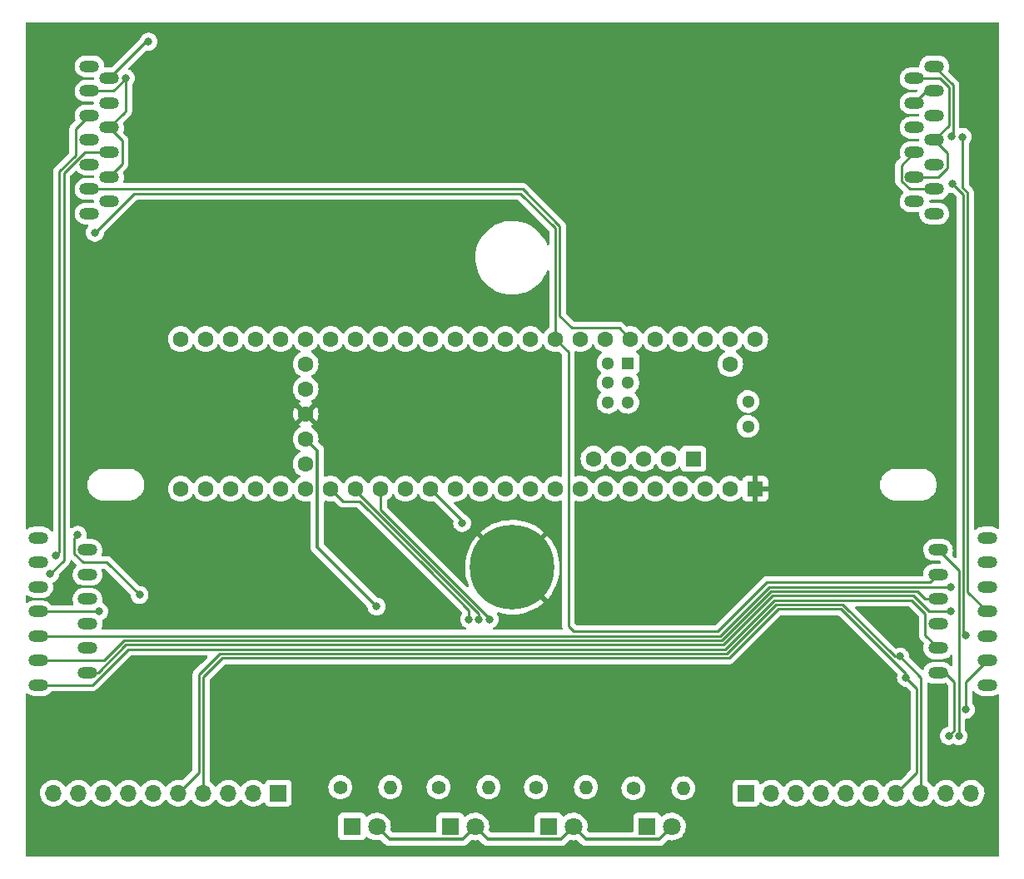
<source format=gbl>
G04 #@! TF.GenerationSoftware,KiCad,Pcbnew,(6.0.1-0)*
G04 #@! TF.CreationDate,2022-06-04T20:13:44-07:00*
G04 #@! TF.ProjectId,kicad_port,6b696361-645f-4706-9f72-742e6b696361,rev?*
G04 #@! TF.SameCoordinates,Original*
G04 #@! TF.FileFunction,Copper,L2,Bot*
G04 #@! TF.FilePolarity,Positive*
%FSLAX46Y46*%
G04 Gerber Fmt 4.6, Leading zero omitted, Abs format (unit mm)*
G04 Created by KiCad (PCBNEW (6.0.1-0)) date 2022-06-04 20:13:44*
%MOMM*%
%LPD*%
G01*
G04 APERTURE LIST*
G04 #@! TA.AperFunction,ComponentPad*
%ADD10C,8.600000*%
G04 #@! TD*
G04 #@! TA.AperFunction,ComponentPad*
%ADD11C,1.300000*%
G04 #@! TD*
G04 #@! TA.AperFunction,ComponentPad*
%ADD12C,1.600000*%
G04 #@! TD*
G04 #@! TA.AperFunction,ComponentPad*
%ADD13R,1.300000X1.300000*%
G04 #@! TD*
G04 #@! TA.AperFunction,ComponentPad*
%ADD14R,1.600000X1.600000*%
G04 #@! TD*
G04 #@! TA.AperFunction,ComponentPad*
%ADD15O,2.000000X1.200000*%
G04 #@! TD*
G04 #@! TA.AperFunction,ComponentPad*
%ADD16C,1.800000*%
G04 #@! TD*
G04 #@! TA.AperFunction,ComponentPad*
%ADD17R,1.800000X1.800000*%
G04 #@! TD*
G04 #@! TA.AperFunction,ComponentPad*
%ADD18O,1.400000X1.400000*%
G04 #@! TD*
G04 #@! TA.AperFunction,ComponentPad*
%ADD19C,1.400000*%
G04 #@! TD*
G04 #@! TA.AperFunction,ComponentPad*
%ADD20O,1.700000X1.700000*%
G04 #@! TD*
G04 #@! TA.AperFunction,ComponentPad*
%ADD21R,1.700000X1.700000*%
G04 #@! TD*
G04 #@! TA.AperFunction,ViaPad*
%ADD22C,0.800000*%
G04 #@! TD*
G04 #@! TA.AperFunction,Conductor*
%ADD23C,0.250000*%
G04 #@! TD*
G04 #@! TA.AperFunction,Conductor*
%ADD24C,0.375000*%
G04 #@! TD*
G04 APERTURE END LIST*
D10*
X150000000Y-106000000D03*
D11*
X173980000Y-89130000D03*
X173980000Y-91670000D03*
D12*
X128990000Y-85320000D03*
X128990000Y-87860000D03*
X128990000Y-90400000D03*
X128990000Y-92940000D03*
X128990000Y-95480000D03*
D11*
X161740000Y-89218400D03*
X159740000Y-89218400D03*
X159740000Y-87218400D03*
X161740000Y-87218400D03*
X159740000Y-85218400D03*
D13*
X161740000Y-85218400D03*
D12*
X134070000Y-98020000D03*
X131530000Y-98020000D03*
X128990000Y-98020000D03*
X126450000Y-98020000D03*
X136610000Y-98020000D03*
X139150000Y-98020000D03*
X141690000Y-98020000D03*
X123910000Y-98020000D03*
X121370000Y-98020000D03*
X118830000Y-98020000D03*
X116290000Y-98020000D03*
X116290000Y-82780000D03*
X118830000Y-82780000D03*
X121370000Y-82780000D03*
X123910000Y-82780000D03*
X126450000Y-82780000D03*
X128990000Y-82780000D03*
X131530000Y-82780000D03*
X134070000Y-82780000D03*
X136610000Y-82780000D03*
X139150000Y-82780000D03*
X144230000Y-98020000D03*
X146770000Y-98020000D03*
X149310000Y-98020000D03*
X151850000Y-98020000D03*
X154390000Y-98020000D03*
X156930000Y-98020000D03*
X159470000Y-98020000D03*
X162010000Y-98020000D03*
X164550000Y-98020000D03*
X167090000Y-98020000D03*
X169630000Y-98020000D03*
X172170000Y-98020000D03*
D14*
X174710000Y-98020000D03*
D12*
X141690000Y-82780000D03*
X144230000Y-82780000D03*
X146770000Y-82780000D03*
X149310000Y-82780000D03*
X151850000Y-82780000D03*
X154390000Y-82780000D03*
X156930000Y-82780000D03*
X159470000Y-82780000D03*
X162010000Y-82780000D03*
X164550000Y-82780000D03*
X167090000Y-82780000D03*
X169630000Y-82780000D03*
X172170000Y-82780000D03*
X174710000Y-82780000D03*
D14*
X168410800Y-94969200D03*
D12*
X165870800Y-94969200D03*
X163330800Y-94969200D03*
X160790800Y-94969200D03*
X158250800Y-94969200D03*
X172170000Y-85320000D03*
D15*
X101800000Y-103000000D03*
X106800000Y-104250000D03*
X101800000Y-105500000D03*
X106800000Y-106750000D03*
X101800000Y-108000000D03*
X106800000Y-109250000D03*
X101800000Y-110500000D03*
X106800000Y-111750000D03*
X101800000Y-113000000D03*
X106800000Y-114250000D03*
X101800000Y-115500000D03*
X106800000Y-116750000D03*
X101800000Y-118000000D03*
X198300000Y-118000000D03*
X193300000Y-116750000D03*
X198300000Y-115500000D03*
X193300000Y-114250000D03*
X198300000Y-113000000D03*
X193300000Y-111750000D03*
X198300000Y-110500000D03*
X193300000Y-109250000D03*
X198300000Y-108000000D03*
X193300000Y-106750000D03*
X198300000Y-105500000D03*
X193300000Y-104250000D03*
X198300000Y-103000000D03*
X192900000Y-70000000D03*
X190900000Y-68750000D03*
X192900000Y-67500000D03*
X190900000Y-66250000D03*
X192900000Y-65000000D03*
X190900000Y-63750000D03*
X192900000Y-62500000D03*
X190900000Y-61250000D03*
X192900000Y-60000000D03*
X190900000Y-58750000D03*
X192900000Y-57500000D03*
X190900000Y-56250000D03*
X192900000Y-55000000D03*
X107000000Y-55000000D03*
X109000000Y-56250000D03*
X107000000Y-57500000D03*
X109000000Y-58750000D03*
X107000000Y-60000000D03*
X109000000Y-61250000D03*
X107000000Y-62500000D03*
X109000000Y-63750000D03*
X107000000Y-65000000D03*
X109000000Y-66250000D03*
X107000000Y-67500000D03*
X109000000Y-68750000D03*
X107000000Y-70000000D03*
D16*
X136240000Y-132400000D03*
D17*
X133700000Y-132400000D03*
D16*
X146240000Y-132400000D03*
D17*
X143700000Y-132400000D03*
D16*
X156240000Y-132400000D03*
D17*
X153700000Y-132400000D03*
D16*
X166240000Y-132400000D03*
D17*
X163700000Y-132400000D03*
D18*
X137580000Y-128400000D03*
D19*
X132500000Y-128400000D03*
D18*
X147580000Y-128400000D03*
D19*
X142500000Y-128400000D03*
D18*
X157480000Y-128400000D03*
D19*
X152400000Y-128400000D03*
D18*
X167380000Y-128500000D03*
D19*
X162300000Y-128500000D03*
D20*
X196660000Y-129000000D03*
X194120000Y-129000000D03*
X191580000Y-129000000D03*
X189040000Y-129000000D03*
X186500000Y-129000000D03*
X183960000Y-129000000D03*
X181420000Y-129000000D03*
X178880000Y-129000000D03*
X176340000Y-129000000D03*
D21*
X173800000Y-129000000D03*
X126200000Y-129000000D03*
D20*
X123660000Y-129000000D03*
X121120000Y-129000000D03*
X118580000Y-129000000D03*
X116040000Y-129000000D03*
X113500000Y-129000000D03*
X110960000Y-129000000D03*
X108420000Y-129000000D03*
X105880000Y-129000000D03*
X103340000Y-129000000D03*
D22*
X170100000Y-106400000D03*
X187700000Y-110900000D03*
X140600000Y-118100000D03*
X147700000Y-111300000D03*
X144900000Y-101500000D03*
X138000000Y-85000000D03*
X113500000Y-124500000D03*
X113500000Y-117000000D03*
X121000000Y-103000000D03*
X186000000Y-58000000D03*
X112500000Y-77000000D03*
X145600497Y-111300000D03*
X146600000Y-111300000D03*
X136200000Y-110000000D03*
X110700000Y-56200000D03*
X112100000Y-108823060D03*
X108000000Y-110500000D03*
X103600000Y-104800000D03*
X103000000Y-106700000D03*
X105800000Y-102700000D03*
X107550000Y-71950000D03*
X189425980Y-115100000D03*
X190037701Y-117262299D03*
X194600000Y-110500000D03*
X194600000Y-108000000D03*
X196124500Y-112900000D03*
X195800000Y-62200000D03*
X194800000Y-67000000D03*
X196124500Y-120500000D03*
X194387701Y-123187701D03*
X195400000Y-123200000D03*
X194700000Y-62100000D03*
X113000000Y-52500000D03*
D23*
X147700000Y-111300000D02*
X147700000Y-111224614D01*
X147700000Y-111224614D02*
X136610000Y-100134614D01*
X136610000Y-100134614D02*
X136610000Y-98020000D01*
X144900000Y-101500000D02*
X144900000Y-101230000D01*
X144900000Y-101230000D02*
X141690000Y-98020000D01*
X132800000Y-99290000D02*
X134493950Y-99290000D01*
X145600497Y-110396547D02*
X145600497Y-111300000D01*
X141401975Y-106198025D02*
X145600497Y-110396547D01*
X131530000Y-98020000D02*
X132800000Y-99290000D01*
X134493950Y-99290000D02*
X141401975Y-106198025D01*
X146600000Y-110760332D02*
X146600000Y-111300000D01*
X140769834Y-104930166D02*
X146600000Y-110760332D01*
X134070000Y-98020000D02*
X134070000Y-98230332D01*
X134070000Y-98230332D02*
X140769834Y-104930166D01*
D24*
X130177011Y-103977011D02*
X130177011Y-94127011D01*
X136200000Y-110000000D02*
X130177011Y-103977011D01*
X130177011Y-94127011D02*
X128990000Y-92940000D01*
X156240000Y-132400000D02*
X157527011Y-133687011D01*
X157527011Y-133687011D02*
X164952989Y-133687011D01*
X164952989Y-133687011D02*
X166240000Y-132400000D01*
X146240000Y-132400000D02*
X147527011Y-133687011D01*
X147527011Y-133687011D02*
X154952989Y-133687011D01*
X154952989Y-133687011D02*
X156240000Y-132400000D01*
X136240000Y-132400000D02*
X137527011Y-133687011D01*
X137527011Y-133687011D02*
X144952989Y-133687011D01*
X144952989Y-133687011D02*
X146240000Y-132400000D01*
D23*
X107000000Y-57500000D02*
X109457468Y-57500000D01*
X109457468Y-57500000D02*
X110700000Y-56257468D01*
X110700000Y-56257468D02*
X110700000Y-56200000D01*
X110700000Y-59550000D02*
X110700000Y-56200000D01*
X110500000Y-59750000D02*
X110700000Y-59550000D01*
X109000000Y-61250000D02*
X110500000Y-59750000D01*
X108776940Y-105500000D02*
X112100000Y-108823060D01*
X107257468Y-105500000D02*
X108776940Y-105500000D01*
X101800000Y-110500000D02*
X108000000Y-110500000D01*
X103948134Y-102148134D02*
X103948134Y-104451866D01*
X103948134Y-104451866D02*
X103600000Y-104800000D01*
X103948134Y-102148134D02*
X103948134Y-65708680D01*
X104400000Y-105300000D02*
X104400000Y-104100000D01*
X104400000Y-104100000D02*
X104400000Y-65892532D01*
X103000000Y-106700000D02*
X104400000Y-105300000D01*
X104400000Y-65892532D02*
X106542532Y-63750000D01*
X106542532Y-63750000D02*
X109000000Y-63750000D01*
X106700000Y-105500000D02*
X107257468Y-105500000D01*
X105800000Y-102700000D02*
X105475480Y-103024520D01*
X105475480Y-103024520D02*
X105475480Y-104632948D01*
X105475480Y-104632948D02*
X106342532Y-105500000D01*
X106342532Y-105500000D02*
X106700000Y-105500000D01*
X103948134Y-65708680D02*
X105600000Y-64056814D01*
X105600000Y-64056814D02*
X105600000Y-61400000D01*
X105600000Y-61400000D02*
X107000000Y-60000000D01*
X107550000Y-71950000D02*
X111550480Y-67949520D01*
X107000000Y-67500000D02*
X151035718Y-67500000D01*
X151035718Y-67500000D02*
X154839520Y-71303803D01*
X154839520Y-71303803D02*
X154839520Y-80439520D01*
X154839520Y-80439520D02*
X156055489Y-81655489D01*
X156055489Y-81655489D02*
X160885489Y-81655489D01*
X160885489Y-81655489D02*
X162010000Y-82780000D01*
X150849520Y-67949520D02*
X154390000Y-71490000D01*
X111550480Y-67949520D02*
X150849520Y-67949520D01*
X154390000Y-71490000D02*
X154390000Y-82780000D01*
X109000000Y-61250000D02*
X110324520Y-62574520D01*
X110324520Y-62574520D02*
X110324520Y-64925480D01*
X110324520Y-64925480D02*
X109000000Y-66250000D01*
X120266204Y-114798079D02*
X171844792Y-114798079D01*
X171844792Y-114798079D02*
X176844793Y-109798080D01*
X116040000Y-129000000D02*
X118130480Y-126909520D01*
X118130480Y-126909520D02*
X118130480Y-116933803D01*
X118130480Y-116933803D02*
X120266204Y-114798079D01*
X176844793Y-109798080D02*
X183598080Y-109798080D01*
X183598080Y-109798080D02*
X188900000Y-115100000D01*
X188900000Y-115100000D02*
X189425980Y-115100000D01*
X191580000Y-117254020D02*
X189425980Y-115100000D01*
X191580000Y-118180000D02*
X191580000Y-117480000D01*
X191580000Y-118180000D02*
X191580000Y-129000000D01*
X191580000Y-117480000D02*
X191580000Y-117254020D01*
X190037701Y-117262299D02*
X190037701Y-116873419D01*
X190037701Y-116873419D02*
X183411882Y-110247600D01*
X177030990Y-110247600D02*
X172030989Y-115247599D01*
X172030989Y-115247599D02*
X120512401Y-115247599D01*
X183411882Y-110247600D02*
X177030990Y-110247600D01*
X120512401Y-115247599D02*
X118580000Y-117180000D01*
X118580000Y-117180000D02*
X118580000Y-129000000D01*
X191130480Y-118355078D02*
X190037701Y-117262299D01*
X190470000Y-127570000D02*
X189040000Y-129000000D01*
X191130480Y-126909520D02*
X191130480Y-118355078D01*
X191130480Y-126909520D02*
X190470000Y-127570000D01*
X193300000Y-106750000D02*
X192499520Y-107550480D01*
X175913802Y-107550480D02*
X170913802Y-112550480D01*
X192499520Y-107550480D02*
X175913802Y-107550480D01*
X170913802Y-112550480D02*
X156250480Y-112550480D01*
X156250480Y-112550480D02*
X155700000Y-112000000D01*
X155700000Y-112000000D02*
X155700000Y-84090000D01*
X155700000Y-84090000D02*
X154390000Y-82780000D01*
X101800000Y-115500000D02*
X108486032Y-115500000D01*
X108486032Y-115500000D02*
X110536512Y-113449520D01*
X110536512Y-113449520D02*
X171286197Y-113449520D01*
X171286197Y-113449520D02*
X176286198Y-108449520D01*
X176286198Y-108449520D02*
X191200000Y-108449520D01*
X191200000Y-108449520D02*
X192000480Y-109250000D01*
X192000480Y-109250000D02*
X193300000Y-109250000D01*
X106800000Y-116750000D02*
X107871750Y-116750000D01*
X112900960Y-113899040D02*
X171472394Y-113899040D01*
X107871750Y-116750000D02*
X110722712Y-113899039D01*
X110722712Y-113899039D02*
X112900960Y-113899040D01*
X193300000Y-114250000D02*
X191975480Y-112925480D01*
X191975480Y-112925480D02*
X191975480Y-110710238D01*
X191975480Y-110710238D02*
X190613802Y-109348560D01*
X190613802Y-109348560D02*
X176658594Y-109348560D01*
X176658594Y-109348560D02*
X171658595Y-114348559D01*
X171658595Y-114348559D02*
X110908909Y-114348559D01*
X110908909Y-114348559D02*
X107257468Y-118000000D01*
X107257468Y-118000000D02*
X101800000Y-118000000D01*
X192400960Y-110500000D02*
X194600000Y-110500000D01*
X171472394Y-113899040D02*
X172235718Y-113135718D01*
X190800000Y-108899040D02*
X192400960Y-110500000D01*
X172235718Y-113135718D02*
X176472396Y-108899040D01*
X176472396Y-108899040D02*
X190800000Y-108899040D01*
X194600000Y-108000000D02*
X176100000Y-108000000D01*
X176100000Y-108000000D02*
X171100000Y-113000000D01*
X171100000Y-113000000D02*
X101800000Y-113000000D01*
X198300000Y-110500000D02*
X196299040Y-108499040D01*
X196299040Y-108499040D02*
X196299040Y-67863323D01*
X196299040Y-67863323D02*
X196167859Y-67732141D01*
X196167859Y-67732141D02*
X195800000Y-67364282D01*
X195800000Y-67364282D02*
X195800000Y-62200000D01*
X196124500Y-112900000D02*
X195849520Y-112625020D01*
X195849520Y-112625020D02*
X195849520Y-68049520D01*
X195849520Y-68049520D02*
X194800000Y-67000000D01*
X196124500Y-120500000D02*
X196124500Y-117675500D01*
X196124500Y-117675500D02*
X198300000Y-115500000D01*
X194950480Y-122624922D02*
X194950480Y-117700000D01*
X194950480Y-117700000D02*
X194000480Y-116750000D01*
X194387701Y-123187701D02*
X194950480Y-122624922D01*
X194000480Y-116750000D02*
X193300000Y-116750000D01*
X195400000Y-123200000D02*
X195400000Y-106350000D01*
X195400000Y-106350000D02*
X193300000Y-104250000D01*
X194831661Y-61968339D02*
X194831661Y-56931661D01*
X194831661Y-56931661D02*
X192900000Y-55000000D01*
X194700000Y-62100000D02*
X194831661Y-61968339D01*
X190900000Y-63750000D02*
X189575480Y-65074520D01*
X189575480Y-65074520D02*
X189575480Y-66675480D01*
X189575480Y-66675480D02*
X190400000Y-67500000D01*
X190400000Y-67500000D02*
X192900000Y-67500000D01*
X194224520Y-63824520D02*
X192900000Y-62500000D01*
X194224520Y-65382948D02*
X194224520Y-63824520D01*
X193357468Y-66250000D02*
X194224520Y-65382948D01*
X190900000Y-66250000D02*
X193357468Y-66250000D01*
X192900000Y-57500000D02*
X192150000Y-57500000D01*
X192150000Y-57500000D02*
X190900000Y-58750000D01*
X192900000Y-62500000D02*
X194382141Y-61017859D01*
X193514282Y-56250000D02*
X190900000Y-56250000D01*
X194382141Y-61017859D02*
X194382141Y-57117859D01*
X194382141Y-57117859D02*
X193514282Y-56250000D01*
X112750000Y-52500000D02*
X113000000Y-52500000D01*
X109000000Y-56250000D02*
X112750000Y-52500000D01*
G04 #@! TA.AperFunction,Conductor*
G36*
X183165409Y-110901102D02*
G01*
X183186383Y-110918005D01*
X189137772Y-116869395D01*
X189171798Y-116931707D01*
X189168510Y-116997426D01*
X189144159Y-117072371D01*
X189143469Y-117078932D01*
X189143469Y-117078934D01*
X189138510Y-117126119D01*
X189124197Y-117262299D01*
X189124887Y-117268864D01*
X189143127Y-117442404D01*
X189144159Y-117452227D01*
X189203174Y-117633855D01*
X189298661Y-117799243D01*
X189303079Y-117804150D01*
X189303080Y-117804151D01*
X189412344Y-117925501D01*
X189426448Y-117941165D01*
X189580949Y-118053417D01*
X189586977Y-118056101D01*
X189586979Y-118056102D01*
X189749382Y-118128408D01*
X189755413Y-118131093D01*
X189848814Y-118150946D01*
X189935757Y-118169427D01*
X189935762Y-118169427D01*
X189942214Y-118170799D01*
X189998106Y-118170799D01*
X190066227Y-118190801D01*
X190087202Y-118207704D01*
X190460076Y-118580579D01*
X190494101Y-118642891D01*
X190496980Y-118669674D01*
X190496980Y-126594925D01*
X190476978Y-126663046D01*
X190460075Y-126684021D01*
X190078637Y-127065458D01*
X189497344Y-127646751D01*
X189435032Y-127680776D01*
X189386153Y-127681702D01*
X189173373Y-127643800D01*
X189173367Y-127643799D01*
X189168284Y-127642894D01*
X189094452Y-127641992D01*
X188950081Y-127640228D01*
X188950079Y-127640228D01*
X188944911Y-127640165D01*
X188724091Y-127673955D01*
X188511756Y-127743357D01*
X188481443Y-127759137D01*
X188337975Y-127833822D01*
X188313607Y-127846507D01*
X188309474Y-127849610D01*
X188309471Y-127849612D01*
X188139100Y-127977530D01*
X188134965Y-127980635D01*
X188095525Y-128021907D01*
X188023729Y-128097037D01*
X187980629Y-128142138D01*
X187873201Y-128299621D01*
X187818293Y-128344621D01*
X187747768Y-128352792D01*
X187684021Y-128321538D01*
X187663324Y-128297054D01*
X187582822Y-128172617D01*
X187582820Y-128172614D01*
X187580014Y-128168277D01*
X187429670Y-128003051D01*
X187425619Y-127999852D01*
X187425615Y-127999848D01*
X187258414Y-127867800D01*
X187258410Y-127867798D01*
X187254359Y-127864598D01*
X187249831Y-127862098D01*
X187198608Y-127833822D01*
X187058789Y-127756638D01*
X187053920Y-127754914D01*
X187053916Y-127754912D01*
X186853087Y-127683795D01*
X186853083Y-127683794D01*
X186848212Y-127682069D01*
X186843119Y-127681162D01*
X186843116Y-127681161D01*
X186633373Y-127643800D01*
X186633367Y-127643799D01*
X186628284Y-127642894D01*
X186554452Y-127641992D01*
X186410081Y-127640228D01*
X186410079Y-127640228D01*
X186404911Y-127640165D01*
X186184091Y-127673955D01*
X185971756Y-127743357D01*
X185941443Y-127759137D01*
X185797975Y-127833822D01*
X185773607Y-127846507D01*
X185769474Y-127849610D01*
X185769471Y-127849612D01*
X185599100Y-127977530D01*
X185594965Y-127980635D01*
X185555525Y-128021907D01*
X185483729Y-128097037D01*
X185440629Y-128142138D01*
X185333201Y-128299621D01*
X185278293Y-128344621D01*
X185207768Y-128352792D01*
X185144021Y-128321538D01*
X185123324Y-128297054D01*
X185042822Y-128172617D01*
X185042820Y-128172614D01*
X185040014Y-128168277D01*
X184889670Y-128003051D01*
X184885619Y-127999852D01*
X184885615Y-127999848D01*
X184718414Y-127867800D01*
X184718410Y-127867798D01*
X184714359Y-127864598D01*
X184709831Y-127862098D01*
X184658608Y-127833822D01*
X184518789Y-127756638D01*
X184513920Y-127754914D01*
X184513916Y-127754912D01*
X184313087Y-127683795D01*
X184313083Y-127683794D01*
X184308212Y-127682069D01*
X184303119Y-127681162D01*
X184303116Y-127681161D01*
X184093373Y-127643800D01*
X184093367Y-127643799D01*
X184088284Y-127642894D01*
X184014452Y-127641992D01*
X183870081Y-127640228D01*
X183870079Y-127640228D01*
X183864911Y-127640165D01*
X183644091Y-127673955D01*
X183431756Y-127743357D01*
X183401443Y-127759137D01*
X183257975Y-127833822D01*
X183233607Y-127846507D01*
X183229474Y-127849610D01*
X183229471Y-127849612D01*
X183059100Y-127977530D01*
X183054965Y-127980635D01*
X183015525Y-128021907D01*
X182943729Y-128097037D01*
X182900629Y-128142138D01*
X182793201Y-128299621D01*
X182738293Y-128344621D01*
X182667768Y-128352792D01*
X182604021Y-128321538D01*
X182583324Y-128297054D01*
X182502822Y-128172617D01*
X182502820Y-128172614D01*
X182500014Y-128168277D01*
X182349670Y-128003051D01*
X182345619Y-127999852D01*
X182345615Y-127999848D01*
X182178414Y-127867800D01*
X182178410Y-127867798D01*
X182174359Y-127864598D01*
X182169831Y-127862098D01*
X182118608Y-127833822D01*
X181978789Y-127756638D01*
X181973920Y-127754914D01*
X181973916Y-127754912D01*
X181773087Y-127683795D01*
X181773083Y-127683794D01*
X181768212Y-127682069D01*
X181763119Y-127681162D01*
X181763116Y-127681161D01*
X181553373Y-127643800D01*
X181553367Y-127643799D01*
X181548284Y-127642894D01*
X181474452Y-127641992D01*
X181330081Y-127640228D01*
X181330079Y-127640228D01*
X181324911Y-127640165D01*
X181104091Y-127673955D01*
X180891756Y-127743357D01*
X180861443Y-127759137D01*
X180717975Y-127833822D01*
X180693607Y-127846507D01*
X180689474Y-127849610D01*
X180689471Y-127849612D01*
X180519100Y-127977530D01*
X180514965Y-127980635D01*
X180475525Y-128021907D01*
X180403729Y-128097037D01*
X180360629Y-128142138D01*
X180253201Y-128299621D01*
X180198293Y-128344621D01*
X180127768Y-128352792D01*
X180064021Y-128321538D01*
X180043324Y-128297054D01*
X179962822Y-128172617D01*
X179962820Y-128172614D01*
X179960014Y-128168277D01*
X179809670Y-128003051D01*
X179805619Y-127999852D01*
X179805615Y-127999848D01*
X179638414Y-127867800D01*
X179638410Y-127867798D01*
X179634359Y-127864598D01*
X179629831Y-127862098D01*
X179578608Y-127833822D01*
X179438789Y-127756638D01*
X179433920Y-127754914D01*
X179433916Y-127754912D01*
X179233087Y-127683795D01*
X179233083Y-127683794D01*
X179228212Y-127682069D01*
X179223119Y-127681162D01*
X179223116Y-127681161D01*
X179013373Y-127643800D01*
X179013367Y-127643799D01*
X179008284Y-127642894D01*
X178934452Y-127641992D01*
X178790081Y-127640228D01*
X178790079Y-127640228D01*
X178784911Y-127640165D01*
X178564091Y-127673955D01*
X178351756Y-127743357D01*
X178321443Y-127759137D01*
X178177975Y-127833822D01*
X178153607Y-127846507D01*
X178149474Y-127849610D01*
X178149471Y-127849612D01*
X177979100Y-127977530D01*
X177974965Y-127980635D01*
X177935525Y-128021907D01*
X177863729Y-128097037D01*
X177820629Y-128142138D01*
X177713201Y-128299621D01*
X177658293Y-128344621D01*
X177587768Y-128352792D01*
X177524021Y-128321538D01*
X177503324Y-128297054D01*
X177422822Y-128172617D01*
X177422820Y-128172614D01*
X177420014Y-128168277D01*
X177269670Y-128003051D01*
X177265619Y-127999852D01*
X177265615Y-127999848D01*
X177098414Y-127867800D01*
X177098410Y-127867798D01*
X177094359Y-127864598D01*
X177089831Y-127862098D01*
X177038608Y-127833822D01*
X176898789Y-127756638D01*
X176893920Y-127754914D01*
X176893916Y-127754912D01*
X176693087Y-127683795D01*
X176693083Y-127683794D01*
X176688212Y-127682069D01*
X176683119Y-127681162D01*
X176683116Y-127681161D01*
X176473373Y-127643800D01*
X176473367Y-127643799D01*
X176468284Y-127642894D01*
X176394452Y-127641992D01*
X176250081Y-127640228D01*
X176250079Y-127640228D01*
X176244911Y-127640165D01*
X176024091Y-127673955D01*
X175811756Y-127743357D01*
X175781443Y-127759137D01*
X175637975Y-127833822D01*
X175613607Y-127846507D01*
X175609474Y-127849610D01*
X175609471Y-127849612D01*
X175439100Y-127977530D01*
X175434965Y-127980635D01*
X175378537Y-128039684D01*
X175354283Y-128065064D01*
X175292759Y-128100494D01*
X175221846Y-128097037D01*
X175164060Y-128055791D01*
X175145207Y-128022243D01*
X175103767Y-127911703D01*
X175100615Y-127903295D01*
X175013261Y-127786739D01*
X174896705Y-127699385D01*
X174760316Y-127648255D01*
X174698134Y-127641500D01*
X172901866Y-127641500D01*
X172839684Y-127648255D01*
X172703295Y-127699385D01*
X172586739Y-127786739D01*
X172499385Y-127903295D01*
X172448255Y-128039684D01*
X172441500Y-128101866D01*
X172441500Y-129898134D01*
X172448255Y-129960316D01*
X172499385Y-130096705D01*
X172586739Y-130213261D01*
X172703295Y-130300615D01*
X172839684Y-130351745D01*
X172901866Y-130358500D01*
X174698134Y-130358500D01*
X174760316Y-130351745D01*
X174896705Y-130300615D01*
X175013261Y-130213261D01*
X175100615Y-130096705D01*
X175122799Y-130037529D01*
X175144598Y-129979382D01*
X175187240Y-129922618D01*
X175253802Y-129897918D01*
X175323150Y-129913126D01*
X175357817Y-129941114D01*
X175386250Y-129973938D01*
X175558126Y-130116632D01*
X175751000Y-130229338D01*
X175959692Y-130309030D01*
X175964760Y-130310061D01*
X175964763Y-130310062D01*
X176072017Y-130331883D01*
X176178597Y-130353567D01*
X176183772Y-130353757D01*
X176183774Y-130353757D01*
X176396673Y-130361564D01*
X176396677Y-130361564D01*
X176401837Y-130361753D01*
X176406957Y-130361097D01*
X176406959Y-130361097D01*
X176618288Y-130334025D01*
X176618289Y-130334025D01*
X176623416Y-130333368D01*
X176628366Y-130331883D01*
X176832429Y-130270661D01*
X176832434Y-130270659D01*
X176837384Y-130269174D01*
X177037994Y-130170896D01*
X177219860Y-130041173D01*
X177378096Y-129883489D01*
X177437594Y-129800689D01*
X177508453Y-129702077D01*
X177509776Y-129703028D01*
X177556645Y-129659857D01*
X177626580Y-129647625D01*
X177692026Y-129675144D01*
X177719875Y-129706994D01*
X177779987Y-129805088D01*
X177926250Y-129973938D01*
X178098126Y-130116632D01*
X178291000Y-130229338D01*
X178499692Y-130309030D01*
X178504760Y-130310061D01*
X178504763Y-130310062D01*
X178612017Y-130331883D01*
X178718597Y-130353567D01*
X178723772Y-130353757D01*
X178723774Y-130353757D01*
X178936673Y-130361564D01*
X178936677Y-130361564D01*
X178941837Y-130361753D01*
X178946957Y-130361097D01*
X178946959Y-130361097D01*
X179158288Y-130334025D01*
X179158289Y-130334025D01*
X179163416Y-130333368D01*
X179168366Y-130331883D01*
X179372429Y-130270661D01*
X179372434Y-130270659D01*
X179377384Y-130269174D01*
X179577994Y-130170896D01*
X179759860Y-130041173D01*
X179918096Y-129883489D01*
X179977594Y-129800689D01*
X180048453Y-129702077D01*
X180049776Y-129703028D01*
X180096645Y-129659857D01*
X180166580Y-129647625D01*
X180232026Y-129675144D01*
X180259875Y-129706994D01*
X180319987Y-129805088D01*
X180466250Y-129973938D01*
X180638126Y-130116632D01*
X180831000Y-130229338D01*
X181039692Y-130309030D01*
X181044760Y-130310061D01*
X181044763Y-130310062D01*
X181152017Y-130331883D01*
X181258597Y-130353567D01*
X181263772Y-130353757D01*
X181263774Y-130353757D01*
X181476673Y-130361564D01*
X181476677Y-130361564D01*
X181481837Y-130361753D01*
X181486957Y-130361097D01*
X181486959Y-130361097D01*
X181698288Y-130334025D01*
X181698289Y-130334025D01*
X181703416Y-130333368D01*
X181708366Y-130331883D01*
X181912429Y-130270661D01*
X181912434Y-130270659D01*
X181917384Y-130269174D01*
X182117994Y-130170896D01*
X182299860Y-130041173D01*
X182458096Y-129883489D01*
X182517594Y-129800689D01*
X182588453Y-129702077D01*
X182589776Y-129703028D01*
X182636645Y-129659857D01*
X182706580Y-129647625D01*
X182772026Y-129675144D01*
X182799875Y-129706994D01*
X182859987Y-129805088D01*
X183006250Y-129973938D01*
X183178126Y-130116632D01*
X183371000Y-130229338D01*
X183579692Y-130309030D01*
X183584760Y-130310061D01*
X183584763Y-130310062D01*
X183692017Y-130331883D01*
X183798597Y-130353567D01*
X183803772Y-130353757D01*
X183803774Y-130353757D01*
X184016673Y-130361564D01*
X184016677Y-130361564D01*
X184021837Y-130361753D01*
X184026957Y-130361097D01*
X184026959Y-130361097D01*
X184238288Y-130334025D01*
X184238289Y-130334025D01*
X184243416Y-130333368D01*
X184248366Y-130331883D01*
X184452429Y-130270661D01*
X184452434Y-130270659D01*
X184457384Y-130269174D01*
X184657994Y-130170896D01*
X184839860Y-130041173D01*
X184998096Y-129883489D01*
X185057594Y-129800689D01*
X185128453Y-129702077D01*
X185129776Y-129703028D01*
X185176645Y-129659857D01*
X185246580Y-129647625D01*
X185312026Y-129675144D01*
X185339875Y-129706994D01*
X185399987Y-129805088D01*
X185546250Y-129973938D01*
X185718126Y-130116632D01*
X185911000Y-130229338D01*
X186119692Y-130309030D01*
X186124760Y-130310061D01*
X186124763Y-130310062D01*
X186232017Y-130331883D01*
X186338597Y-130353567D01*
X186343772Y-130353757D01*
X186343774Y-130353757D01*
X186556673Y-130361564D01*
X186556677Y-130361564D01*
X186561837Y-130361753D01*
X186566957Y-130361097D01*
X186566959Y-130361097D01*
X186778288Y-130334025D01*
X186778289Y-130334025D01*
X186783416Y-130333368D01*
X186788366Y-130331883D01*
X186992429Y-130270661D01*
X186992434Y-130270659D01*
X186997384Y-130269174D01*
X187197994Y-130170896D01*
X187379860Y-130041173D01*
X187538096Y-129883489D01*
X187597594Y-129800689D01*
X187668453Y-129702077D01*
X187669776Y-129703028D01*
X187716645Y-129659857D01*
X187786580Y-129647625D01*
X187852026Y-129675144D01*
X187879875Y-129706994D01*
X187939987Y-129805088D01*
X188086250Y-129973938D01*
X188258126Y-130116632D01*
X188451000Y-130229338D01*
X188659692Y-130309030D01*
X188664760Y-130310061D01*
X188664763Y-130310062D01*
X188772017Y-130331883D01*
X188878597Y-130353567D01*
X188883772Y-130353757D01*
X188883774Y-130353757D01*
X189096673Y-130361564D01*
X189096677Y-130361564D01*
X189101837Y-130361753D01*
X189106957Y-130361097D01*
X189106959Y-130361097D01*
X189318288Y-130334025D01*
X189318289Y-130334025D01*
X189323416Y-130333368D01*
X189328366Y-130331883D01*
X189532429Y-130270661D01*
X189532434Y-130270659D01*
X189537384Y-130269174D01*
X189737994Y-130170896D01*
X189919860Y-130041173D01*
X190078096Y-129883489D01*
X190137594Y-129800689D01*
X190208453Y-129702077D01*
X190209776Y-129703028D01*
X190256645Y-129659857D01*
X190326580Y-129647625D01*
X190392026Y-129675144D01*
X190419875Y-129706994D01*
X190479987Y-129805088D01*
X190626250Y-129973938D01*
X190798126Y-130116632D01*
X190991000Y-130229338D01*
X191199692Y-130309030D01*
X191204760Y-130310061D01*
X191204763Y-130310062D01*
X191312017Y-130331883D01*
X191418597Y-130353567D01*
X191423772Y-130353757D01*
X191423774Y-130353757D01*
X191636673Y-130361564D01*
X191636677Y-130361564D01*
X191641837Y-130361753D01*
X191646957Y-130361097D01*
X191646959Y-130361097D01*
X191858288Y-130334025D01*
X191858289Y-130334025D01*
X191863416Y-130333368D01*
X191868366Y-130331883D01*
X192072429Y-130270661D01*
X192072434Y-130270659D01*
X192077384Y-130269174D01*
X192277994Y-130170896D01*
X192459860Y-130041173D01*
X192618096Y-129883489D01*
X192677594Y-129800689D01*
X192748453Y-129702077D01*
X192749776Y-129703028D01*
X192796645Y-129659857D01*
X192866580Y-129647625D01*
X192932026Y-129675144D01*
X192959875Y-129706994D01*
X193019987Y-129805088D01*
X193166250Y-129973938D01*
X193338126Y-130116632D01*
X193531000Y-130229338D01*
X193739692Y-130309030D01*
X193744760Y-130310061D01*
X193744763Y-130310062D01*
X193852017Y-130331883D01*
X193958597Y-130353567D01*
X193963772Y-130353757D01*
X193963774Y-130353757D01*
X194176673Y-130361564D01*
X194176677Y-130361564D01*
X194181837Y-130361753D01*
X194186957Y-130361097D01*
X194186959Y-130361097D01*
X194398288Y-130334025D01*
X194398289Y-130334025D01*
X194403416Y-130333368D01*
X194408366Y-130331883D01*
X194612429Y-130270661D01*
X194612434Y-130270659D01*
X194617384Y-130269174D01*
X194817994Y-130170896D01*
X194999860Y-130041173D01*
X195158096Y-129883489D01*
X195217594Y-129800689D01*
X195288453Y-129702077D01*
X195289776Y-129703028D01*
X195336645Y-129659857D01*
X195406580Y-129647625D01*
X195472026Y-129675144D01*
X195499875Y-129706994D01*
X195559987Y-129805088D01*
X195706250Y-129973938D01*
X195878126Y-130116632D01*
X196071000Y-130229338D01*
X196279692Y-130309030D01*
X196284760Y-130310061D01*
X196284763Y-130310062D01*
X196392017Y-130331883D01*
X196498597Y-130353567D01*
X196503772Y-130353757D01*
X196503774Y-130353757D01*
X196716673Y-130361564D01*
X196716677Y-130361564D01*
X196721837Y-130361753D01*
X196726957Y-130361097D01*
X196726959Y-130361097D01*
X196938288Y-130334025D01*
X196938289Y-130334025D01*
X196943416Y-130333368D01*
X196948366Y-130331883D01*
X197152429Y-130270661D01*
X197152434Y-130270659D01*
X197157384Y-130269174D01*
X197357994Y-130170896D01*
X197539860Y-130041173D01*
X197698096Y-129883489D01*
X197757594Y-129800689D01*
X197825435Y-129706277D01*
X197828453Y-129702077D01*
X197849320Y-129659857D01*
X197925136Y-129506453D01*
X197925137Y-129506451D01*
X197927430Y-129501811D01*
X197992370Y-129288069D01*
X198021529Y-129066590D01*
X198023156Y-129000000D01*
X198004852Y-128777361D01*
X197950431Y-128560702D01*
X197861354Y-128355840D01*
X197740014Y-128168277D01*
X197589670Y-128003051D01*
X197585619Y-127999852D01*
X197585615Y-127999848D01*
X197418414Y-127867800D01*
X197418410Y-127867798D01*
X197414359Y-127864598D01*
X197409831Y-127862098D01*
X197358608Y-127833822D01*
X197218789Y-127756638D01*
X197213920Y-127754914D01*
X197213916Y-127754912D01*
X197013087Y-127683795D01*
X197013083Y-127683794D01*
X197008212Y-127682069D01*
X197003119Y-127681162D01*
X197003116Y-127681161D01*
X196793373Y-127643800D01*
X196793367Y-127643799D01*
X196788284Y-127642894D01*
X196714452Y-127641992D01*
X196570081Y-127640228D01*
X196570079Y-127640228D01*
X196564911Y-127640165D01*
X196344091Y-127673955D01*
X196131756Y-127743357D01*
X196101443Y-127759137D01*
X195957975Y-127833822D01*
X195933607Y-127846507D01*
X195929474Y-127849610D01*
X195929471Y-127849612D01*
X195759100Y-127977530D01*
X195754965Y-127980635D01*
X195715525Y-128021907D01*
X195643729Y-128097037D01*
X195600629Y-128142138D01*
X195493201Y-128299621D01*
X195438293Y-128344621D01*
X195367768Y-128352792D01*
X195304021Y-128321538D01*
X195283324Y-128297054D01*
X195202822Y-128172617D01*
X195202820Y-128172614D01*
X195200014Y-128168277D01*
X195049670Y-128003051D01*
X195045619Y-127999852D01*
X195045615Y-127999848D01*
X194878414Y-127867800D01*
X194878410Y-127867798D01*
X194874359Y-127864598D01*
X194869831Y-127862098D01*
X194818608Y-127833822D01*
X194678789Y-127756638D01*
X194673920Y-127754914D01*
X194673916Y-127754912D01*
X194473087Y-127683795D01*
X194473083Y-127683794D01*
X194468212Y-127682069D01*
X194463119Y-127681162D01*
X194463116Y-127681161D01*
X194253373Y-127643800D01*
X194253367Y-127643799D01*
X194248284Y-127642894D01*
X194174452Y-127641992D01*
X194030081Y-127640228D01*
X194030079Y-127640228D01*
X194024911Y-127640165D01*
X193804091Y-127673955D01*
X193591756Y-127743357D01*
X193561443Y-127759137D01*
X193417975Y-127833822D01*
X193393607Y-127846507D01*
X193389474Y-127849610D01*
X193389471Y-127849612D01*
X193219100Y-127977530D01*
X193214965Y-127980635D01*
X193175525Y-128021907D01*
X193103729Y-128097037D01*
X193060629Y-128142138D01*
X192953201Y-128299621D01*
X192898293Y-128344621D01*
X192827768Y-128352792D01*
X192764021Y-128321538D01*
X192743324Y-128297054D01*
X192662822Y-128172617D01*
X192662820Y-128172614D01*
X192660014Y-128168277D01*
X192509670Y-128003051D01*
X192505619Y-127999852D01*
X192505615Y-127999848D01*
X192338414Y-127867800D01*
X192338410Y-127867798D01*
X192334359Y-127864598D01*
X192329835Y-127862101D01*
X192329831Y-127862098D01*
X192278608Y-127833822D01*
X192228636Y-127783390D01*
X192213500Y-127723513D01*
X192213500Y-117854994D01*
X192233502Y-117786873D01*
X192287158Y-117740380D01*
X192357432Y-117730276D01*
X192387079Y-117739784D01*
X192387548Y-117738620D01*
X192578168Y-117815442D01*
X192578171Y-117815443D01*
X192583737Y-117817686D01*
X192791337Y-117858228D01*
X192796899Y-117858500D01*
X193752846Y-117858500D01*
X193910566Y-117843452D01*
X193916322Y-117841763D01*
X193916324Y-117841763D01*
X194061109Y-117799288D01*
X194132105Y-117799305D01*
X194185674Y-117831098D01*
X194280076Y-117925501D01*
X194314101Y-117987813D01*
X194316980Y-118014596D01*
X194316980Y-122171904D01*
X194296978Y-122240025D01*
X194243322Y-122286518D01*
X194217180Y-122295150D01*
X194105413Y-122318907D01*
X194099383Y-122321592D01*
X194099382Y-122321592D01*
X193936979Y-122393898D01*
X193936977Y-122393899D01*
X193930949Y-122396583D01*
X193776448Y-122508835D01*
X193648661Y-122650757D01*
X193553174Y-122816145D01*
X193494159Y-122997773D01*
X193493469Y-123004334D01*
X193493469Y-123004336D01*
X193474887Y-123181136D01*
X193474197Y-123187701D01*
X193494159Y-123377629D01*
X193553174Y-123559257D01*
X193648661Y-123724645D01*
X193653079Y-123729552D01*
X193653080Y-123729553D01*
X193659735Y-123736944D01*
X193776448Y-123866567D01*
X193798721Y-123882749D01*
X193890016Y-123949079D01*
X193930949Y-123978819D01*
X193936977Y-123981503D01*
X193936979Y-123981504D01*
X194099380Y-124053809D01*
X194105413Y-124056495D01*
X194169730Y-124070166D01*
X194285757Y-124094829D01*
X194285762Y-124094829D01*
X194292214Y-124096201D01*
X194483188Y-124096201D01*
X194489640Y-124094829D01*
X194489645Y-124094829D01*
X194605672Y-124070166D01*
X194669989Y-124056495D01*
X194676016Y-124053812D01*
X194676024Y-124053809D01*
X194830336Y-123985105D01*
X194900703Y-123975671D01*
X194941928Y-123990159D01*
X194943248Y-123991118D01*
X195117712Y-124068794D01*
X195211112Y-124088647D01*
X195298056Y-124107128D01*
X195298061Y-124107128D01*
X195304513Y-124108500D01*
X195495487Y-124108500D01*
X195501939Y-124107128D01*
X195501944Y-124107128D01*
X195588888Y-124088647D01*
X195682288Y-124068794D01*
X195706831Y-124057867D01*
X195850722Y-123993803D01*
X195850724Y-123993802D01*
X195856752Y-123991118D01*
X195869985Y-123981504D01*
X195914613Y-123949079D01*
X196011253Y-123878866D01*
X196139040Y-123736944D01*
X196234527Y-123571556D01*
X196293542Y-123389928D01*
X196295525Y-123371066D01*
X196312814Y-123206565D01*
X196313504Y-123200000D01*
X196293542Y-123010072D01*
X196234527Y-122828444D01*
X196139040Y-122663056D01*
X196065863Y-122581785D01*
X196035147Y-122517779D01*
X196033500Y-122497476D01*
X196033500Y-121534500D01*
X196053502Y-121466379D01*
X196107158Y-121419886D01*
X196159500Y-121408500D01*
X196219987Y-121408500D01*
X196226439Y-121407128D01*
X196226444Y-121407128D01*
X196313388Y-121388647D01*
X196406788Y-121368794D01*
X196412819Y-121366109D01*
X196575222Y-121293803D01*
X196575224Y-121293802D01*
X196581252Y-121291118D01*
X196735753Y-121178866D01*
X196863540Y-121036944D01*
X196959027Y-120871556D01*
X197018042Y-120689928D01*
X197038004Y-120500000D01*
X197018042Y-120310072D01*
X196959027Y-120128444D01*
X196863540Y-119963056D01*
X196790363Y-119881785D01*
X196759647Y-119817779D01*
X196758000Y-119797476D01*
X196758000Y-118701429D01*
X196778002Y-118633308D01*
X196831658Y-118586815D01*
X196901932Y-118576711D01*
X196966512Y-118606205D01*
X196986770Y-118628529D01*
X197038482Y-118701429D01*
X197057054Y-118727611D01*
X197209850Y-118873881D01*
X197387548Y-118988620D01*
X197393114Y-118990863D01*
X197578168Y-119065442D01*
X197578171Y-119065443D01*
X197583737Y-119067686D01*
X197791337Y-119108228D01*
X197796899Y-119108500D01*
X198752846Y-119108500D01*
X198910566Y-119093452D01*
X199113534Y-119033908D01*
X199301580Y-118937058D01*
X199301846Y-118937575D01*
X199366064Y-118918755D01*
X199434175Y-118938792D01*
X199480640Y-118992471D01*
X199492000Y-119044755D01*
X199492000Y-135366000D01*
X199471998Y-135434121D01*
X199418342Y-135480614D01*
X199366000Y-135492000D01*
X100634000Y-135492000D01*
X100565879Y-135471998D01*
X100519386Y-135418342D01*
X100508000Y-135366000D01*
X100508000Y-133348134D01*
X132291500Y-133348134D01*
X132298255Y-133410316D01*
X132349385Y-133546705D01*
X132436739Y-133663261D01*
X132553295Y-133750615D01*
X132689684Y-133801745D01*
X132751866Y-133808500D01*
X134648134Y-133808500D01*
X134710316Y-133801745D01*
X134846705Y-133750615D01*
X134963261Y-133663261D01*
X135050615Y-133546705D01*
X135075180Y-133481178D01*
X135117822Y-133424414D01*
X135184383Y-133399714D01*
X135253732Y-133414921D01*
X135273647Y-133428464D01*
X135338724Y-133482492D01*
X135429349Y-133557730D01*
X135629322Y-133674584D01*
X135845694Y-133757209D01*
X135850760Y-133758240D01*
X135850761Y-133758240D01*
X135851405Y-133758371D01*
X136072656Y-133803385D01*
X136202089Y-133808131D01*
X136298949Y-133811683D01*
X136298953Y-133811683D01*
X136304113Y-133811872D01*
X136309233Y-133811216D01*
X136309235Y-133811216D01*
X136383166Y-133801745D01*
X136533847Y-133782442D01*
X136541990Y-133779999D01*
X136543337Y-133779991D01*
X136543854Y-133779881D01*
X136543877Y-133779988D01*
X136612983Y-133779579D01*
X136667295Y-133811588D01*
X137014721Y-134159014D01*
X137020574Y-134165279D01*
X137057876Y-134208039D01*
X137070945Y-134217224D01*
X137109180Y-134244096D01*
X137114475Y-134248029D01*
X137163816Y-134286717D01*
X137170745Y-134289846D01*
X137174043Y-134291843D01*
X137186084Y-134298711D01*
X137189483Y-134300534D01*
X137195700Y-134304903D01*
X137202775Y-134307662D01*
X137202778Y-134307663D01*
X137254109Y-134327676D01*
X137260189Y-134330232D01*
X137310421Y-134352912D01*
X137317349Y-134356040D01*
X137324824Y-134357425D01*
X137328515Y-134358582D01*
X137341837Y-134362378D01*
X137345582Y-134363339D01*
X137352652Y-134366096D01*
X137360179Y-134367087D01*
X137414817Y-134374281D01*
X137421330Y-134375313D01*
X137475520Y-134385356D01*
X137475521Y-134385356D01*
X137482988Y-134386740D01*
X137490568Y-134386303D01*
X137490569Y-134386303D01*
X137544031Y-134383220D01*
X137551285Y-134383011D01*
X144924508Y-134383011D01*
X144933078Y-134383303D01*
X144982107Y-134386646D01*
X144982111Y-134386646D01*
X144989683Y-134387162D01*
X144997160Y-134385857D01*
X144997161Y-134385857D01*
X145024608Y-134381066D01*
X145051465Y-134376379D01*
X145057982Y-134375418D01*
X145071891Y-134373734D01*
X145112686Y-134368798D01*
X145112689Y-134368797D01*
X145120228Y-134367885D01*
X145127335Y-134365200D01*
X145131058Y-134364285D01*
X145144473Y-134360616D01*
X145148157Y-134359504D01*
X145155632Y-134358199D01*
X145162582Y-134355148D01*
X145162586Y-134355147D01*
X145213042Y-134332998D01*
X145219138Y-134330510D01*
X145245790Y-134320439D01*
X145270709Y-134311023D01*
X145270711Y-134311022D01*
X145277811Y-134308339D01*
X145284067Y-134304040D01*
X145287467Y-134302262D01*
X145299585Y-134295517D01*
X145302925Y-134293542D01*
X145309884Y-134290487D01*
X145320910Y-134282027D01*
X145359626Y-134252319D01*
X145364953Y-134248448D01*
X145416643Y-134212923D01*
X145457338Y-134167248D01*
X145462301Y-134161992D01*
X145815595Y-133808698D01*
X145877907Y-133774672D01*
X145929808Y-133774322D01*
X146072656Y-133803385D01*
X146077832Y-133803575D01*
X146077834Y-133803575D01*
X146298949Y-133811683D01*
X146298953Y-133811683D01*
X146304113Y-133811872D01*
X146309233Y-133811216D01*
X146309235Y-133811216D01*
X146383166Y-133801745D01*
X146533847Y-133782442D01*
X146541990Y-133779999D01*
X146543337Y-133779991D01*
X146543854Y-133779881D01*
X146543877Y-133779988D01*
X146612983Y-133779579D01*
X146667295Y-133811588D01*
X147014721Y-134159014D01*
X147020574Y-134165279D01*
X147057876Y-134208039D01*
X147070945Y-134217224D01*
X147109180Y-134244096D01*
X147114475Y-134248029D01*
X147163816Y-134286717D01*
X147170745Y-134289846D01*
X147174043Y-134291843D01*
X147186084Y-134298711D01*
X147189483Y-134300534D01*
X147195700Y-134304903D01*
X147202775Y-134307662D01*
X147202778Y-134307663D01*
X147254109Y-134327676D01*
X147260189Y-134330232D01*
X147310421Y-134352912D01*
X147317349Y-134356040D01*
X147324824Y-134357425D01*
X147328515Y-134358582D01*
X147341837Y-134362378D01*
X147345582Y-134363339D01*
X147352652Y-134366096D01*
X147360179Y-134367087D01*
X147414817Y-134374281D01*
X147421330Y-134375313D01*
X147475520Y-134385356D01*
X147475521Y-134385356D01*
X147482988Y-134386740D01*
X147490568Y-134386303D01*
X147490569Y-134386303D01*
X147544031Y-134383220D01*
X147551285Y-134383011D01*
X154924508Y-134383011D01*
X154933078Y-134383303D01*
X154982107Y-134386646D01*
X154982111Y-134386646D01*
X154989683Y-134387162D01*
X154997160Y-134385857D01*
X154997161Y-134385857D01*
X155024608Y-134381066D01*
X155051465Y-134376379D01*
X155057982Y-134375418D01*
X155071891Y-134373734D01*
X155112686Y-134368798D01*
X155112689Y-134368797D01*
X155120228Y-134367885D01*
X155127335Y-134365200D01*
X155131058Y-134364285D01*
X155144473Y-134360616D01*
X155148157Y-134359504D01*
X155155632Y-134358199D01*
X155162582Y-134355148D01*
X155162586Y-134355147D01*
X155213042Y-134332998D01*
X155219138Y-134330510D01*
X155245790Y-134320439D01*
X155270709Y-134311023D01*
X155270711Y-134311022D01*
X155277811Y-134308339D01*
X155284067Y-134304040D01*
X155287467Y-134302262D01*
X155299585Y-134295517D01*
X155302925Y-134293542D01*
X155309884Y-134290487D01*
X155320910Y-134282027D01*
X155359626Y-134252319D01*
X155364953Y-134248448D01*
X155416643Y-134212923D01*
X155457338Y-134167248D01*
X155462301Y-134161992D01*
X155815595Y-133808698D01*
X155877907Y-133774672D01*
X155929808Y-133774322D01*
X156072656Y-133803385D01*
X156077832Y-133803575D01*
X156077834Y-133803575D01*
X156298949Y-133811683D01*
X156298953Y-133811683D01*
X156304113Y-133811872D01*
X156309233Y-133811216D01*
X156309235Y-133811216D01*
X156383166Y-133801745D01*
X156533847Y-133782442D01*
X156541990Y-133779999D01*
X156543337Y-133779991D01*
X156543854Y-133779881D01*
X156543877Y-133779988D01*
X156612983Y-133779579D01*
X156667295Y-133811588D01*
X157014721Y-134159014D01*
X157020574Y-134165279D01*
X157057876Y-134208039D01*
X157070945Y-134217224D01*
X157109180Y-134244096D01*
X157114475Y-134248029D01*
X157163816Y-134286717D01*
X157170745Y-134289846D01*
X157174043Y-134291843D01*
X157186084Y-134298711D01*
X157189483Y-134300534D01*
X157195700Y-134304903D01*
X157202775Y-134307662D01*
X157202778Y-134307663D01*
X157254109Y-134327676D01*
X157260189Y-134330232D01*
X157310421Y-134352912D01*
X157317349Y-134356040D01*
X157324824Y-134357425D01*
X157328515Y-134358582D01*
X157341837Y-134362378D01*
X157345582Y-134363339D01*
X157352652Y-134366096D01*
X157360179Y-134367087D01*
X157414817Y-134374281D01*
X157421330Y-134375313D01*
X157475520Y-134385356D01*
X157475521Y-134385356D01*
X157482988Y-134386740D01*
X157490568Y-134386303D01*
X157490569Y-134386303D01*
X157544031Y-134383220D01*
X157551285Y-134383011D01*
X164924508Y-134383011D01*
X164933078Y-134383303D01*
X164982107Y-134386646D01*
X164982111Y-134386646D01*
X164989683Y-134387162D01*
X164997160Y-134385857D01*
X164997161Y-134385857D01*
X165024608Y-134381066D01*
X165051465Y-134376379D01*
X165057982Y-134375418D01*
X165071891Y-134373734D01*
X165112686Y-134368798D01*
X165112689Y-134368797D01*
X165120228Y-134367885D01*
X165127335Y-134365200D01*
X165131058Y-134364285D01*
X165144473Y-134360616D01*
X165148157Y-134359504D01*
X165155632Y-134358199D01*
X165162582Y-134355148D01*
X165162586Y-134355147D01*
X165213042Y-134332998D01*
X165219138Y-134330510D01*
X165245790Y-134320439D01*
X165270709Y-134311023D01*
X165270711Y-134311022D01*
X165277811Y-134308339D01*
X165284067Y-134304040D01*
X165287467Y-134302262D01*
X165299585Y-134295517D01*
X165302925Y-134293542D01*
X165309884Y-134290487D01*
X165320910Y-134282027D01*
X165359626Y-134252319D01*
X165364953Y-134248448D01*
X165416643Y-134212923D01*
X165457338Y-134167248D01*
X165462301Y-134161992D01*
X165815595Y-133808698D01*
X165877907Y-133774672D01*
X165929808Y-133774322D01*
X166072656Y-133803385D01*
X166077832Y-133803575D01*
X166077834Y-133803575D01*
X166298949Y-133811683D01*
X166298953Y-133811683D01*
X166304113Y-133811872D01*
X166309233Y-133811216D01*
X166309235Y-133811216D01*
X166383166Y-133801745D01*
X166533847Y-133782442D01*
X166538795Y-133780957D01*
X166538802Y-133780956D01*
X166750747Y-133717369D01*
X166755690Y-133715886D01*
X166836236Y-133676427D01*
X166959049Y-133616262D01*
X166959052Y-133616260D01*
X166963684Y-133613991D01*
X167152243Y-133479494D01*
X167316303Y-133316005D01*
X167451458Y-133127917D01*
X167529007Y-132971009D01*
X167551784Y-132924922D01*
X167551785Y-132924920D01*
X167554078Y-132920280D01*
X167621408Y-132698671D01*
X167651640Y-132469041D01*
X167653327Y-132400000D01*
X167647032Y-132323434D01*
X167634773Y-132174318D01*
X167634772Y-132174312D01*
X167634349Y-132169167D01*
X167577925Y-131944533D01*
X167485570Y-131732131D01*
X167359764Y-131537665D01*
X167203887Y-131366358D01*
X167199836Y-131363159D01*
X167199832Y-131363155D01*
X167026177Y-131226011D01*
X167026172Y-131226008D01*
X167022123Y-131222810D01*
X167017607Y-131220317D01*
X167017604Y-131220315D01*
X166823879Y-131113373D01*
X166823875Y-131113371D01*
X166819355Y-131110876D01*
X166814486Y-131109152D01*
X166814482Y-131109150D01*
X166605903Y-131035288D01*
X166605899Y-131035287D01*
X166601028Y-131033562D01*
X166595935Y-131032655D01*
X166595932Y-131032654D01*
X166378095Y-130993851D01*
X166378089Y-130993850D01*
X166373006Y-130992945D01*
X166300096Y-130992054D01*
X166146581Y-130990179D01*
X166146579Y-130990179D01*
X166141411Y-130990116D01*
X165912464Y-131025150D01*
X165692314Y-131097106D01*
X165687726Y-131099494D01*
X165687722Y-131099496D01*
X165491461Y-131201663D01*
X165486872Y-131204052D01*
X165482739Y-131207155D01*
X165482736Y-131207157D01*
X165410088Y-131261703D01*
X165301655Y-131343117D01*
X165284170Y-131361414D01*
X165222646Y-131396844D01*
X165151733Y-131393387D01*
X165093947Y-131352141D01*
X165075094Y-131318592D01*
X165053768Y-131261705D01*
X165053767Y-131261703D01*
X165050615Y-131253295D01*
X164963261Y-131136739D01*
X164846705Y-131049385D01*
X164710316Y-130998255D01*
X164648134Y-130991500D01*
X162751866Y-130991500D01*
X162689684Y-130998255D01*
X162553295Y-131049385D01*
X162436739Y-131136739D01*
X162349385Y-131253295D01*
X162298255Y-131389684D01*
X162291500Y-131451866D01*
X162291500Y-132865011D01*
X162271498Y-132933132D01*
X162217842Y-132979625D01*
X162165500Y-132991011D01*
X157867494Y-132991011D01*
X157799373Y-132971009D01*
X157778399Y-132954106D01*
X157651896Y-132827603D01*
X157617870Y-132765291D01*
X157620149Y-132708959D01*
X157618812Y-132708670D01*
X157619903Y-132703626D01*
X157621408Y-132698671D01*
X157651640Y-132469041D01*
X157653327Y-132400000D01*
X157647032Y-132323434D01*
X157634773Y-132174318D01*
X157634772Y-132174312D01*
X157634349Y-132169167D01*
X157577925Y-131944533D01*
X157485570Y-131732131D01*
X157359764Y-131537665D01*
X157203887Y-131366358D01*
X157199836Y-131363159D01*
X157199832Y-131363155D01*
X157026177Y-131226011D01*
X157026172Y-131226008D01*
X157022123Y-131222810D01*
X157017607Y-131220317D01*
X157017604Y-131220315D01*
X156823879Y-131113373D01*
X156823875Y-131113371D01*
X156819355Y-131110876D01*
X156814486Y-131109152D01*
X156814482Y-131109150D01*
X156605903Y-131035288D01*
X156605899Y-131035287D01*
X156601028Y-131033562D01*
X156595935Y-131032655D01*
X156595932Y-131032654D01*
X156378095Y-130993851D01*
X156378089Y-130993850D01*
X156373006Y-130992945D01*
X156300096Y-130992054D01*
X156146581Y-130990179D01*
X156146579Y-130990179D01*
X156141411Y-130990116D01*
X155912464Y-131025150D01*
X155692314Y-131097106D01*
X155687726Y-131099494D01*
X155687722Y-131099496D01*
X155491461Y-131201663D01*
X155486872Y-131204052D01*
X155482739Y-131207155D01*
X155482736Y-131207157D01*
X155410088Y-131261703D01*
X155301655Y-131343117D01*
X155284170Y-131361414D01*
X155222646Y-131396844D01*
X155151733Y-131393387D01*
X155093947Y-131352141D01*
X155075094Y-131318592D01*
X155053768Y-131261705D01*
X155053767Y-131261703D01*
X155050615Y-131253295D01*
X154963261Y-131136739D01*
X154846705Y-131049385D01*
X154710316Y-130998255D01*
X154648134Y-130991500D01*
X152751866Y-130991500D01*
X152689684Y-130998255D01*
X152553295Y-131049385D01*
X152436739Y-131136739D01*
X152349385Y-131253295D01*
X152298255Y-131389684D01*
X152291500Y-131451866D01*
X152291500Y-132865011D01*
X152271498Y-132933132D01*
X152217842Y-132979625D01*
X152165500Y-132991011D01*
X147867494Y-132991011D01*
X147799373Y-132971009D01*
X147778399Y-132954106D01*
X147651896Y-132827603D01*
X147617870Y-132765291D01*
X147620149Y-132708959D01*
X147618812Y-132708670D01*
X147619903Y-132703626D01*
X147621408Y-132698671D01*
X147651640Y-132469041D01*
X147653327Y-132400000D01*
X147647032Y-132323434D01*
X147634773Y-132174318D01*
X147634772Y-132174312D01*
X147634349Y-132169167D01*
X147577925Y-131944533D01*
X147485570Y-131732131D01*
X147359764Y-131537665D01*
X147203887Y-131366358D01*
X147199836Y-131363159D01*
X147199832Y-131363155D01*
X147026177Y-131226011D01*
X147026172Y-131226008D01*
X147022123Y-131222810D01*
X147017607Y-131220317D01*
X147017604Y-131220315D01*
X146823879Y-131113373D01*
X146823875Y-131113371D01*
X146819355Y-131110876D01*
X146814486Y-131109152D01*
X146814482Y-131109150D01*
X146605903Y-131035288D01*
X146605899Y-131035287D01*
X146601028Y-131033562D01*
X146595935Y-131032655D01*
X146595932Y-131032654D01*
X146378095Y-130993851D01*
X146378089Y-130993850D01*
X146373006Y-130992945D01*
X146300096Y-130992054D01*
X146146581Y-130990179D01*
X146146579Y-130990179D01*
X146141411Y-130990116D01*
X145912464Y-131025150D01*
X145692314Y-131097106D01*
X145687726Y-131099494D01*
X145687722Y-131099496D01*
X145491461Y-131201663D01*
X145486872Y-131204052D01*
X145482739Y-131207155D01*
X145482736Y-131207157D01*
X145410088Y-131261703D01*
X145301655Y-131343117D01*
X145284170Y-131361414D01*
X145222646Y-131396844D01*
X145151733Y-131393387D01*
X145093947Y-131352141D01*
X145075094Y-131318592D01*
X145053768Y-131261705D01*
X145053767Y-131261703D01*
X145050615Y-131253295D01*
X144963261Y-131136739D01*
X144846705Y-131049385D01*
X144710316Y-130998255D01*
X144648134Y-130991500D01*
X142751866Y-130991500D01*
X142689684Y-130998255D01*
X142553295Y-131049385D01*
X142436739Y-131136739D01*
X142349385Y-131253295D01*
X142298255Y-131389684D01*
X142291500Y-131451866D01*
X142291500Y-132865011D01*
X142271498Y-132933132D01*
X142217842Y-132979625D01*
X142165500Y-132991011D01*
X137867494Y-132991011D01*
X137799373Y-132971009D01*
X137778399Y-132954106D01*
X137651896Y-132827603D01*
X137617870Y-132765291D01*
X137620149Y-132708959D01*
X137618812Y-132708670D01*
X137619903Y-132703626D01*
X137621408Y-132698671D01*
X137651640Y-132469041D01*
X137653327Y-132400000D01*
X137647032Y-132323434D01*
X137634773Y-132174318D01*
X137634772Y-132174312D01*
X137634349Y-132169167D01*
X137577925Y-131944533D01*
X137485570Y-131732131D01*
X137359764Y-131537665D01*
X137203887Y-131366358D01*
X137199836Y-131363159D01*
X137199832Y-131363155D01*
X137026177Y-131226011D01*
X137026172Y-131226008D01*
X137022123Y-131222810D01*
X137017607Y-131220317D01*
X137017604Y-131220315D01*
X136823879Y-131113373D01*
X136823875Y-131113371D01*
X136819355Y-131110876D01*
X136814486Y-131109152D01*
X136814482Y-131109150D01*
X136605903Y-131035288D01*
X136605899Y-131035287D01*
X136601028Y-131033562D01*
X136595935Y-131032655D01*
X136595932Y-131032654D01*
X136378095Y-130993851D01*
X136378089Y-130993850D01*
X136373006Y-130992945D01*
X136300096Y-130992054D01*
X136146581Y-130990179D01*
X136146579Y-130990179D01*
X136141411Y-130990116D01*
X135912464Y-131025150D01*
X135692314Y-131097106D01*
X135687726Y-131099494D01*
X135687722Y-131099496D01*
X135491461Y-131201663D01*
X135486872Y-131204052D01*
X135482739Y-131207155D01*
X135482736Y-131207157D01*
X135410088Y-131261703D01*
X135301655Y-131343117D01*
X135284170Y-131361414D01*
X135222646Y-131396844D01*
X135151733Y-131393387D01*
X135093947Y-131352141D01*
X135075094Y-131318592D01*
X135053768Y-131261705D01*
X135053767Y-131261703D01*
X135050615Y-131253295D01*
X134963261Y-131136739D01*
X134846705Y-131049385D01*
X134710316Y-130998255D01*
X134648134Y-130991500D01*
X132751866Y-130991500D01*
X132689684Y-130998255D01*
X132553295Y-131049385D01*
X132436739Y-131136739D01*
X132349385Y-131253295D01*
X132298255Y-131389684D01*
X132291500Y-131451866D01*
X132291500Y-133348134D01*
X100508000Y-133348134D01*
X100508000Y-118973808D01*
X100528002Y-118905687D01*
X100581658Y-118859194D01*
X100651932Y-118849090D01*
X100709808Y-118873946D01*
X100709850Y-118873881D01*
X100710235Y-118874130D01*
X100710237Y-118874131D01*
X100887548Y-118988620D01*
X100893114Y-118990863D01*
X101078168Y-119065442D01*
X101078171Y-119065443D01*
X101083737Y-119067686D01*
X101291337Y-119108228D01*
X101296899Y-119108500D01*
X102252846Y-119108500D01*
X102410566Y-119093452D01*
X102613534Y-119033908D01*
X102697111Y-118990863D01*
X102796249Y-118939804D01*
X102796252Y-118939802D01*
X102801580Y-118937058D01*
X102967920Y-118806396D01*
X103080275Y-118676918D01*
X103140027Y-118638579D01*
X103175439Y-118633500D01*
X107178701Y-118633500D01*
X107189884Y-118634027D01*
X107197377Y-118635702D01*
X107205303Y-118635453D01*
X107205304Y-118635453D01*
X107265454Y-118633562D01*
X107269413Y-118633500D01*
X107297324Y-118633500D01*
X107301259Y-118633003D01*
X107301324Y-118632995D01*
X107313161Y-118632062D01*
X107345419Y-118631048D01*
X107349438Y-118630922D01*
X107357357Y-118630673D01*
X107376811Y-118625021D01*
X107396168Y-118621013D01*
X107408398Y-118619468D01*
X107408399Y-118619468D01*
X107416265Y-118618474D01*
X107423636Y-118615555D01*
X107423638Y-118615555D01*
X107457380Y-118602196D01*
X107468610Y-118598351D01*
X107503451Y-118588229D01*
X107503452Y-118588229D01*
X107511061Y-118586018D01*
X107517880Y-118581985D01*
X107517885Y-118581983D01*
X107528496Y-118575707D01*
X107546244Y-118567012D01*
X107565085Y-118559552D01*
X107600855Y-118533564D01*
X107610775Y-118527048D01*
X107642003Y-118508580D01*
X107642006Y-118508578D01*
X107648830Y-118504542D01*
X107663151Y-118490221D01*
X107678185Y-118477380D01*
X107688162Y-118470131D01*
X107694575Y-118465472D01*
X107722766Y-118431395D01*
X107730756Y-118422616D01*
X111134408Y-115018964D01*
X111196720Y-114984938D01*
X111223503Y-114982059D01*
X118882130Y-114982059D01*
X118950251Y-115002061D01*
X118996744Y-115055717D01*
X119006848Y-115125991D01*
X118977354Y-115190571D01*
X118971227Y-115197152D01*
X118353773Y-115814605D01*
X117738227Y-116430151D01*
X117729941Y-116437691D01*
X117723462Y-116441803D01*
X117718037Y-116447580D01*
X117676837Y-116491454D01*
X117674082Y-116494296D01*
X117654345Y-116514033D01*
X117651865Y-116517230D01*
X117644162Y-116526250D01*
X117613894Y-116558482D01*
X117610075Y-116565428D01*
X117610073Y-116565431D01*
X117604132Y-116576237D01*
X117593281Y-116592756D01*
X117580866Y-116608762D01*
X117577721Y-116616031D01*
X117577718Y-116616035D01*
X117563306Y-116649340D01*
X117558089Y-116659990D01*
X117536785Y-116698743D01*
X117534814Y-116706418D01*
X117534814Y-116706419D01*
X117531747Y-116718365D01*
X117525343Y-116737069D01*
X117517299Y-116755658D01*
X117516060Y-116763481D01*
X117516057Y-116763491D01*
X117510381Y-116799327D01*
X117507975Y-116810947D01*
X117496980Y-116853773D01*
X117496980Y-116874027D01*
X117495429Y-116893737D01*
X117492260Y-116913746D01*
X117493006Y-116921638D01*
X117496421Y-116957764D01*
X117496980Y-116969622D01*
X117496980Y-126594925D01*
X117476978Y-126663046D01*
X117460075Y-126684020D01*
X116497345Y-127646750D01*
X116435033Y-127680776D01*
X116386154Y-127681702D01*
X116173373Y-127643800D01*
X116173367Y-127643799D01*
X116168284Y-127642894D01*
X116094452Y-127641992D01*
X115950081Y-127640228D01*
X115950079Y-127640228D01*
X115944911Y-127640165D01*
X115724091Y-127673955D01*
X115511756Y-127743357D01*
X115481443Y-127759137D01*
X115337975Y-127833822D01*
X115313607Y-127846507D01*
X115309474Y-127849610D01*
X115309471Y-127849612D01*
X115139100Y-127977530D01*
X115134965Y-127980635D01*
X115095525Y-128021907D01*
X115023729Y-128097037D01*
X114980629Y-128142138D01*
X114873201Y-128299621D01*
X114818293Y-128344621D01*
X114747768Y-128352792D01*
X114684021Y-128321538D01*
X114663324Y-128297054D01*
X114582822Y-128172617D01*
X114582820Y-128172614D01*
X114580014Y-128168277D01*
X114429670Y-128003051D01*
X114425619Y-127999852D01*
X114425615Y-127999848D01*
X114258414Y-127867800D01*
X114258410Y-127867798D01*
X114254359Y-127864598D01*
X114249831Y-127862098D01*
X114198608Y-127833822D01*
X114058789Y-127756638D01*
X114053920Y-127754914D01*
X114053916Y-127754912D01*
X113853087Y-127683795D01*
X113853083Y-127683794D01*
X113848212Y-127682069D01*
X113843119Y-127681162D01*
X113843116Y-127681161D01*
X113633373Y-127643800D01*
X113633367Y-127643799D01*
X113628284Y-127642894D01*
X113554452Y-127641992D01*
X113410081Y-127640228D01*
X113410079Y-127640228D01*
X113404911Y-127640165D01*
X113184091Y-127673955D01*
X112971756Y-127743357D01*
X112941443Y-127759137D01*
X112797975Y-127833822D01*
X112773607Y-127846507D01*
X112769474Y-127849610D01*
X112769471Y-127849612D01*
X112599100Y-127977530D01*
X112594965Y-127980635D01*
X112555525Y-128021907D01*
X112483729Y-128097037D01*
X112440629Y-128142138D01*
X112333201Y-128299621D01*
X112278293Y-128344621D01*
X112207768Y-128352792D01*
X112144021Y-128321538D01*
X112123324Y-128297054D01*
X112042822Y-128172617D01*
X112042820Y-128172614D01*
X112040014Y-128168277D01*
X111889670Y-128003051D01*
X111885619Y-127999852D01*
X111885615Y-127999848D01*
X111718414Y-127867800D01*
X111718410Y-127867798D01*
X111714359Y-127864598D01*
X111709831Y-127862098D01*
X111658608Y-127833822D01*
X111518789Y-127756638D01*
X111513920Y-127754914D01*
X111513916Y-127754912D01*
X111313087Y-127683795D01*
X111313083Y-127683794D01*
X111308212Y-127682069D01*
X111303119Y-127681162D01*
X111303116Y-127681161D01*
X111093373Y-127643800D01*
X111093367Y-127643799D01*
X111088284Y-127642894D01*
X111014452Y-127641992D01*
X110870081Y-127640228D01*
X110870079Y-127640228D01*
X110864911Y-127640165D01*
X110644091Y-127673955D01*
X110431756Y-127743357D01*
X110401443Y-127759137D01*
X110257975Y-127833822D01*
X110233607Y-127846507D01*
X110229474Y-127849610D01*
X110229471Y-127849612D01*
X110059100Y-127977530D01*
X110054965Y-127980635D01*
X110015525Y-128021907D01*
X109943729Y-128097037D01*
X109900629Y-128142138D01*
X109793201Y-128299621D01*
X109738293Y-128344621D01*
X109667768Y-128352792D01*
X109604021Y-128321538D01*
X109583324Y-128297054D01*
X109502822Y-128172617D01*
X109502820Y-128172614D01*
X109500014Y-128168277D01*
X109349670Y-128003051D01*
X109345619Y-127999852D01*
X109345615Y-127999848D01*
X109178414Y-127867800D01*
X109178410Y-127867798D01*
X109174359Y-127864598D01*
X109169831Y-127862098D01*
X109118608Y-127833822D01*
X108978789Y-127756638D01*
X108973920Y-127754914D01*
X108973916Y-127754912D01*
X108773087Y-127683795D01*
X108773083Y-127683794D01*
X108768212Y-127682069D01*
X108763119Y-127681162D01*
X108763116Y-127681161D01*
X108553373Y-127643800D01*
X108553367Y-127643799D01*
X108548284Y-127642894D01*
X108474452Y-127641992D01*
X108330081Y-127640228D01*
X108330079Y-127640228D01*
X108324911Y-127640165D01*
X108104091Y-127673955D01*
X107891756Y-127743357D01*
X107861443Y-127759137D01*
X107717975Y-127833822D01*
X107693607Y-127846507D01*
X107689474Y-127849610D01*
X107689471Y-127849612D01*
X107519100Y-127977530D01*
X107514965Y-127980635D01*
X107475525Y-128021907D01*
X107403729Y-128097037D01*
X107360629Y-128142138D01*
X107253201Y-128299621D01*
X107198293Y-128344621D01*
X107127768Y-128352792D01*
X107064021Y-128321538D01*
X107043324Y-128297054D01*
X106962822Y-128172617D01*
X106962820Y-128172614D01*
X106960014Y-128168277D01*
X106809670Y-128003051D01*
X106805619Y-127999852D01*
X106805615Y-127999848D01*
X106638414Y-127867800D01*
X106638410Y-127867798D01*
X106634359Y-127864598D01*
X106629831Y-127862098D01*
X106578608Y-127833822D01*
X106438789Y-127756638D01*
X106433920Y-127754914D01*
X106433916Y-127754912D01*
X106233087Y-127683795D01*
X106233083Y-127683794D01*
X106228212Y-127682069D01*
X106223119Y-127681162D01*
X106223116Y-127681161D01*
X106013373Y-127643800D01*
X106013367Y-127643799D01*
X106008284Y-127642894D01*
X105934452Y-127641992D01*
X105790081Y-127640228D01*
X105790079Y-127640228D01*
X105784911Y-127640165D01*
X105564091Y-127673955D01*
X105351756Y-127743357D01*
X105321443Y-127759137D01*
X105177975Y-127833822D01*
X105153607Y-127846507D01*
X105149474Y-127849610D01*
X105149471Y-127849612D01*
X104979100Y-127977530D01*
X104974965Y-127980635D01*
X104935525Y-128021907D01*
X104863729Y-128097037D01*
X104820629Y-128142138D01*
X104713201Y-128299621D01*
X104658293Y-128344621D01*
X104587768Y-128352792D01*
X104524021Y-128321538D01*
X104503324Y-128297054D01*
X104422822Y-128172617D01*
X104422820Y-128172614D01*
X104420014Y-128168277D01*
X104269670Y-128003051D01*
X104265619Y-127999852D01*
X104265615Y-127999848D01*
X104098414Y-127867800D01*
X104098410Y-127867798D01*
X104094359Y-127864598D01*
X104089831Y-127862098D01*
X104038608Y-127833822D01*
X103898789Y-127756638D01*
X103893920Y-127754914D01*
X103893916Y-127754912D01*
X103693087Y-127683795D01*
X103693083Y-127683794D01*
X103688212Y-127682069D01*
X103683119Y-127681162D01*
X103683116Y-127681161D01*
X103473373Y-127643800D01*
X103473367Y-127643799D01*
X103468284Y-127642894D01*
X103394452Y-127641992D01*
X103250081Y-127640228D01*
X103250079Y-127640228D01*
X103244911Y-127640165D01*
X103024091Y-127673955D01*
X102811756Y-127743357D01*
X102781443Y-127759137D01*
X102637975Y-127833822D01*
X102613607Y-127846507D01*
X102609474Y-127849610D01*
X102609471Y-127849612D01*
X102439100Y-127977530D01*
X102434965Y-127980635D01*
X102395525Y-128021907D01*
X102323729Y-128097037D01*
X102280629Y-128142138D01*
X102277720Y-128146403D01*
X102277714Y-128146411D01*
X102244688Y-128194825D01*
X102154743Y-128326680D01*
X102060688Y-128529305D01*
X102000989Y-128744570D01*
X101977251Y-128966695D01*
X101977548Y-128971848D01*
X101977548Y-128971851D01*
X101989812Y-129184547D01*
X101990110Y-129189715D01*
X101991247Y-129194761D01*
X101991248Y-129194767D01*
X102010406Y-129279776D01*
X102039222Y-129407639D01*
X102123266Y-129614616D01*
X102160685Y-129675678D01*
X102237291Y-129800688D01*
X102239987Y-129805088D01*
X102386250Y-129973938D01*
X102558126Y-130116632D01*
X102751000Y-130229338D01*
X102959692Y-130309030D01*
X102964760Y-130310061D01*
X102964763Y-130310062D01*
X103072017Y-130331883D01*
X103178597Y-130353567D01*
X103183772Y-130353757D01*
X103183774Y-130353757D01*
X103396673Y-130361564D01*
X103396677Y-130361564D01*
X103401837Y-130361753D01*
X103406957Y-130361097D01*
X103406959Y-130361097D01*
X103618288Y-130334025D01*
X103618289Y-130334025D01*
X103623416Y-130333368D01*
X103628366Y-130331883D01*
X103832429Y-130270661D01*
X103832434Y-130270659D01*
X103837384Y-130269174D01*
X104037994Y-130170896D01*
X104219860Y-130041173D01*
X104378096Y-129883489D01*
X104437594Y-129800689D01*
X104508453Y-129702077D01*
X104509776Y-129703028D01*
X104556645Y-129659857D01*
X104626580Y-129647625D01*
X104692026Y-129675144D01*
X104719875Y-129706994D01*
X104779987Y-129805088D01*
X104926250Y-129973938D01*
X105098126Y-130116632D01*
X105291000Y-130229338D01*
X105499692Y-130309030D01*
X105504760Y-130310061D01*
X105504763Y-130310062D01*
X105612017Y-130331883D01*
X105718597Y-130353567D01*
X105723772Y-130353757D01*
X105723774Y-130353757D01*
X105936673Y-130361564D01*
X105936677Y-130361564D01*
X105941837Y-130361753D01*
X105946957Y-130361097D01*
X105946959Y-130361097D01*
X106158288Y-130334025D01*
X106158289Y-130334025D01*
X106163416Y-130333368D01*
X106168366Y-130331883D01*
X106372429Y-130270661D01*
X106372434Y-130270659D01*
X106377384Y-130269174D01*
X106577994Y-130170896D01*
X106759860Y-130041173D01*
X106918096Y-129883489D01*
X106977594Y-129800689D01*
X107048453Y-129702077D01*
X107049776Y-129703028D01*
X107096645Y-129659857D01*
X107166580Y-129647625D01*
X107232026Y-129675144D01*
X107259875Y-129706994D01*
X107319987Y-129805088D01*
X107466250Y-129973938D01*
X107638126Y-130116632D01*
X107831000Y-130229338D01*
X108039692Y-130309030D01*
X108044760Y-130310061D01*
X108044763Y-130310062D01*
X108152017Y-130331883D01*
X108258597Y-130353567D01*
X108263772Y-130353757D01*
X108263774Y-130353757D01*
X108476673Y-130361564D01*
X108476677Y-130361564D01*
X108481837Y-130361753D01*
X108486957Y-130361097D01*
X108486959Y-130361097D01*
X108698288Y-130334025D01*
X108698289Y-130334025D01*
X108703416Y-130333368D01*
X108708366Y-130331883D01*
X108912429Y-130270661D01*
X108912434Y-130270659D01*
X108917384Y-130269174D01*
X109117994Y-130170896D01*
X109299860Y-130041173D01*
X109458096Y-129883489D01*
X109517594Y-129800689D01*
X109588453Y-129702077D01*
X109589776Y-129703028D01*
X109636645Y-129659857D01*
X109706580Y-129647625D01*
X109772026Y-129675144D01*
X109799875Y-129706994D01*
X109859987Y-129805088D01*
X110006250Y-129973938D01*
X110178126Y-130116632D01*
X110371000Y-130229338D01*
X110579692Y-130309030D01*
X110584760Y-130310061D01*
X110584763Y-130310062D01*
X110692017Y-130331883D01*
X110798597Y-130353567D01*
X110803772Y-130353757D01*
X110803774Y-130353757D01*
X111016673Y-130361564D01*
X111016677Y-130361564D01*
X111021837Y-130361753D01*
X111026957Y-130361097D01*
X111026959Y-130361097D01*
X111238288Y-130334025D01*
X111238289Y-130334025D01*
X111243416Y-130333368D01*
X111248366Y-130331883D01*
X111452429Y-130270661D01*
X111452434Y-130270659D01*
X111457384Y-130269174D01*
X111657994Y-130170896D01*
X111839860Y-130041173D01*
X111998096Y-129883489D01*
X112057594Y-129800689D01*
X112128453Y-129702077D01*
X112129776Y-129703028D01*
X112176645Y-129659857D01*
X112246580Y-129647625D01*
X112312026Y-129675144D01*
X112339875Y-129706994D01*
X112399987Y-129805088D01*
X112546250Y-129973938D01*
X112718126Y-130116632D01*
X112911000Y-130229338D01*
X113119692Y-130309030D01*
X113124760Y-130310061D01*
X113124763Y-130310062D01*
X113232017Y-130331883D01*
X113338597Y-130353567D01*
X113343772Y-130353757D01*
X113343774Y-130353757D01*
X113556673Y-130361564D01*
X113556677Y-130361564D01*
X113561837Y-130361753D01*
X113566957Y-130361097D01*
X113566959Y-130361097D01*
X113778288Y-130334025D01*
X113778289Y-130334025D01*
X113783416Y-130333368D01*
X113788366Y-130331883D01*
X113992429Y-130270661D01*
X113992434Y-130270659D01*
X113997384Y-130269174D01*
X114197994Y-130170896D01*
X114379860Y-130041173D01*
X114538096Y-129883489D01*
X114597594Y-129800689D01*
X114668453Y-129702077D01*
X114669776Y-129703028D01*
X114716645Y-129659857D01*
X114786580Y-129647625D01*
X114852026Y-129675144D01*
X114879875Y-129706994D01*
X114939987Y-129805088D01*
X115086250Y-129973938D01*
X115258126Y-130116632D01*
X115451000Y-130229338D01*
X115659692Y-130309030D01*
X115664760Y-130310061D01*
X115664763Y-130310062D01*
X115772017Y-130331883D01*
X115878597Y-130353567D01*
X115883772Y-130353757D01*
X115883774Y-130353757D01*
X116096673Y-130361564D01*
X116096677Y-130361564D01*
X116101837Y-130361753D01*
X116106957Y-130361097D01*
X116106959Y-130361097D01*
X116318288Y-130334025D01*
X116318289Y-130334025D01*
X116323416Y-130333368D01*
X116328366Y-130331883D01*
X116532429Y-130270661D01*
X116532434Y-130270659D01*
X116537384Y-130269174D01*
X116737994Y-130170896D01*
X116919860Y-130041173D01*
X117078096Y-129883489D01*
X117137594Y-129800689D01*
X117208453Y-129702077D01*
X117209776Y-129703028D01*
X117256645Y-129659857D01*
X117326580Y-129647625D01*
X117392026Y-129675144D01*
X117419875Y-129706994D01*
X117479987Y-129805088D01*
X117626250Y-129973938D01*
X117798126Y-130116632D01*
X117991000Y-130229338D01*
X118199692Y-130309030D01*
X118204760Y-130310061D01*
X118204763Y-130310062D01*
X118312017Y-130331883D01*
X118418597Y-130353567D01*
X118423772Y-130353757D01*
X118423774Y-130353757D01*
X118636673Y-130361564D01*
X118636677Y-130361564D01*
X118641837Y-130361753D01*
X118646957Y-130361097D01*
X118646959Y-130361097D01*
X118858288Y-130334025D01*
X118858289Y-130334025D01*
X118863416Y-130333368D01*
X118868366Y-130331883D01*
X119072429Y-130270661D01*
X119072434Y-130270659D01*
X119077384Y-130269174D01*
X119277994Y-130170896D01*
X119459860Y-130041173D01*
X119618096Y-129883489D01*
X119677594Y-129800689D01*
X119748453Y-129702077D01*
X119749776Y-129703028D01*
X119796645Y-129659857D01*
X119866580Y-129647625D01*
X119932026Y-129675144D01*
X119959875Y-129706994D01*
X120019987Y-129805088D01*
X120166250Y-129973938D01*
X120338126Y-130116632D01*
X120531000Y-130229338D01*
X120739692Y-130309030D01*
X120744760Y-130310061D01*
X120744763Y-130310062D01*
X120852017Y-130331883D01*
X120958597Y-130353567D01*
X120963772Y-130353757D01*
X120963774Y-130353757D01*
X121176673Y-130361564D01*
X121176677Y-130361564D01*
X121181837Y-130361753D01*
X121186957Y-130361097D01*
X121186959Y-130361097D01*
X121398288Y-130334025D01*
X121398289Y-130334025D01*
X121403416Y-130333368D01*
X121408366Y-130331883D01*
X121612429Y-130270661D01*
X121612434Y-130270659D01*
X121617384Y-130269174D01*
X121817994Y-130170896D01*
X121999860Y-130041173D01*
X122158096Y-129883489D01*
X122217594Y-129800689D01*
X122288453Y-129702077D01*
X122289776Y-129703028D01*
X122336645Y-129659857D01*
X122406580Y-129647625D01*
X122472026Y-129675144D01*
X122499875Y-129706994D01*
X122559987Y-129805088D01*
X122706250Y-129973938D01*
X122878126Y-130116632D01*
X123071000Y-130229338D01*
X123279692Y-130309030D01*
X123284760Y-130310061D01*
X123284763Y-130310062D01*
X123392017Y-130331883D01*
X123498597Y-130353567D01*
X123503772Y-130353757D01*
X123503774Y-130353757D01*
X123716673Y-130361564D01*
X123716677Y-130361564D01*
X123721837Y-130361753D01*
X123726957Y-130361097D01*
X123726959Y-130361097D01*
X123938288Y-130334025D01*
X123938289Y-130334025D01*
X123943416Y-130333368D01*
X123948366Y-130331883D01*
X124152429Y-130270661D01*
X124152434Y-130270659D01*
X124157384Y-130269174D01*
X124357994Y-130170896D01*
X124539860Y-130041173D01*
X124648091Y-129933319D01*
X124710462Y-129899404D01*
X124781268Y-129904592D01*
X124838030Y-129947238D01*
X124855012Y-129978341D01*
X124877201Y-130037529D01*
X124899385Y-130096705D01*
X124986739Y-130213261D01*
X125103295Y-130300615D01*
X125239684Y-130351745D01*
X125301866Y-130358500D01*
X127098134Y-130358500D01*
X127160316Y-130351745D01*
X127296705Y-130300615D01*
X127413261Y-130213261D01*
X127500615Y-130096705D01*
X127551745Y-129960316D01*
X127558500Y-129898134D01*
X127558500Y-128400000D01*
X131286884Y-128400000D01*
X131305314Y-128610655D01*
X131306738Y-128615968D01*
X131306738Y-128615970D01*
X131351366Y-128782522D01*
X131360044Y-128814910D01*
X131362366Y-128819891D01*
X131362367Y-128819892D01*
X131430823Y-128966695D01*
X131449411Y-129006558D01*
X131570699Y-129179776D01*
X131720224Y-129329301D01*
X131893442Y-129450589D01*
X131898420Y-129452910D01*
X131898423Y-129452912D01*
X132080108Y-129537633D01*
X132085090Y-129539956D01*
X132090398Y-129541378D01*
X132090400Y-129541379D01*
X132284030Y-129593262D01*
X132284032Y-129593262D01*
X132289345Y-129594686D01*
X132500000Y-129613116D01*
X132710655Y-129594686D01*
X132715968Y-129593262D01*
X132715970Y-129593262D01*
X132909600Y-129541379D01*
X132909602Y-129541378D01*
X132914910Y-129539956D01*
X132919892Y-129537633D01*
X133101577Y-129452912D01*
X133101580Y-129452910D01*
X133106558Y-129450589D01*
X133279776Y-129329301D01*
X133429301Y-129179776D01*
X133550589Y-129006558D01*
X133569178Y-128966695D01*
X133637633Y-128819892D01*
X133637634Y-128819891D01*
X133639956Y-128814910D01*
X133648635Y-128782522D01*
X133693262Y-128615970D01*
X133693262Y-128615968D01*
X133694686Y-128610655D01*
X133713116Y-128400000D01*
X136366884Y-128400000D01*
X136385314Y-128610655D01*
X136386738Y-128615968D01*
X136386738Y-128615970D01*
X136431366Y-128782522D01*
X136440044Y-128814910D01*
X136442366Y-128819891D01*
X136442367Y-128819892D01*
X136510823Y-128966695D01*
X136529411Y-129006558D01*
X136650699Y-129179776D01*
X136800224Y-129329301D01*
X136973442Y-129450589D01*
X136978420Y-129452910D01*
X136978423Y-129452912D01*
X137160108Y-129537633D01*
X137165090Y-129539956D01*
X137170398Y-129541378D01*
X137170400Y-129541379D01*
X137364030Y-129593262D01*
X137364032Y-129593262D01*
X137369345Y-129594686D01*
X137580000Y-129613116D01*
X137790655Y-129594686D01*
X137795968Y-129593262D01*
X137795970Y-129593262D01*
X137989600Y-129541379D01*
X137989602Y-129541378D01*
X137994910Y-129539956D01*
X137999892Y-129537633D01*
X138181577Y-129452912D01*
X138181580Y-129452910D01*
X138186558Y-129450589D01*
X138359776Y-129329301D01*
X138509301Y-129179776D01*
X138630589Y-129006558D01*
X138649178Y-128966695D01*
X138717633Y-128819892D01*
X138717634Y-128819891D01*
X138719956Y-128814910D01*
X138728635Y-128782522D01*
X138773262Y-128615970D01*
X138773262Y-128615968D01*
X138774686Y-128610655D01*
X138793116Y-128400000D01*
X141286884Y-128400000D01*
X141305314Y-128610655D01*
X141306738Y-128615968D01*
X141306738Y-128615970D01*
X141351366Y-128782522D01*
X141360044Y-128814910D01*
X141362366Y-128819891D01*
X141362367Y-128819892D01*
X141430823Y-128966695D01*
X141449411Y-129006558D01*
X141570699Y-129179776D01*
X141720224Y-129329301D01*
X141893442Y-129450589D01*
X141898420Y-129452910D01*
X141898423Y-129452912D01*
X142080108Y-129537633D01*
X142085090Y-129539956D01*
X142090398Y-129541378D01*
X142090400Y-129541379D01*
X142284030Y-129593262D01*
X142284032Y-129593262D01*
X142289345Y-129594686D01*
X142500000Y-129613116D01*
X142710655Y-129594686D01*
X142715968Y-129593262D01*
X142715970Y-129593262D01*
X142909600Y-129541379D01*
X142909602Y-129541378D01*
X142914910Y-129539956D01*
X142919892Y-129537633D01*
X143101577Y-129452912D01*
X143101580Y-129452910D01*
X143106558Y-129450589D01*
X143279776Y-129329301D01*
X143429301Y-129179776D01*
X143550589Y-129006558D01*
X143569178Y-128966695D01*
X143637633Y-128819892D01*
X143637634Y-128819891D01*
X143639956Y-128814910D01*
X143648635Y-128782522D01*
X143693262Y-128615970D01*
X143693262Y-128615968D01*
X143694686Y-128610655D01*
X143713116Y-128400000D01*
X146366884Y-128400000D01*
X146385314Y-128610655D01*
X146386738Y-128615968D01*
X146386738Y-128615970D01*
X146431366Y-128782522D01*
X146440044Y-128814910D01*
X146442366Y-128819891D01*
X146442367Y-128819892D01*
X146510823Y-128966695D01*
X146529411Y-129006558D01*
X146650699Y-129179776D01*
X146800224Y-129329301D01*
X146973442Y-129450589D01*
X146978420Y-129452910D01*
X146978423Y-129452912D01*
X147160108Y-129537633D01*
X147165090Y-129539956D01*
X147170398Y-129541378D01*
X147170400Y-129541379D01*
X147364030Y-129593262D01*
X147364032Y-129593262D01*
X147369345Y-129594686D01*
X147580000Y-129613116D01*
X147790655Y-129594686D01*
X147795968Y-129593262D01*
X147795970Y-129593262D01*
X147989600Y-129541379D01*
X147989602Y-129541378D01*
X147994910Y-129539956D01*
X147999892Y-129537633D01*
X148181577Y-129452912D01*
X148181580Y-129452910D01*
X148186558Y-129450589D01*
X148359776Y-129329301D01*
X148509301Y-129179776D01*
X148630589Y-129006558D01*
X148649178Y-128966695D01*
X148717633Y-128819892D01*
X148717634Y-128819891D01*
X148719956Y-128814910D01*
X148728635Y-128782522D01*
X148773262Y-128615970D01*
X148773262Y-128615968D01*
X148774686Y-128610655D01*
X148793116Y-128400000D01*
X151186884Y-128400000D01*
X151205314Y-128610655D01*
X151206738Y-128615968D01*
X151206738Y-128615970D01*
X151251366Y-128782522D01*
X151260044Y-128814910D01*
X151262366Y-128819891D01*
X151262367Y-128819892D01*
X151330823Y-128966695D01*
X151349411Y-129006558D01*
X151470699Y-129179776D01*
X151620224Y-129329301D01*
X151793442Y-129450589D01*
X151798420Y-129452910D01*
X151798423Y-129452912D01*
X151980108Y-129537633D01*
X151985090Y-129539956D01*
X151990398Y-129541378D01*
X151990400Y-129541379D01*
X152184030Y-129593262D01*
X152184032Y-129593262D01*
X152189345Y-129594686D01*
X152400000Y-129613116D01*
X152610655Y-129594686D01*
X152615968Y-129593262D01*
X152615970Y-129593262D01*
X152809600Y-129541379D01*
X152809602Y-129541378D01*
X152814910Y-129539956D01*
X152819892Y-129537633D01*
X153001577Y-129452912D01*
X153001580Y-129452910D01*
X153006558Y-129450589D01*
X153179776Y-129329301D01*
X153329301Y-129179776D01*
X153450589Y-129006558D01*
X153469178Y-128966695D01*
X153537633Y-128819892D01*
X153537634Y-128819891D01*
X153539956Y-128814910D01*
X153548635Y-128782522D01*
X153593262Y-128615970D01*
X153593262Y-128615968D01*
X153594686Y-128610655D01*
X153613116Y-128400000D01*
X156266884Y-128400000D01*
X156285314Y-128610655D01*
X156286738Y-128615968D01*
X156286738Y-128615970D01*
X156331366Y-128782522D01*
X156340044Y-128814910D01*
X156342366Y-128819891D01*
X156342367Y-128819892D01*
X156410823Y-128966695D01*
X156429411Y-129006558D01*
X156550699Y-129179776D01*
X156700224Y-129329301D01*
X156873442Y-129450589D01*
X156878420Y-129452910D01*
X156878423Y-129452912D01*
X157060108Y-129537633D01*
X157065090Y-129539956D01*
X157070398Y-129541378D01*
X157070400Y-129541379D01*
X157264030Y-129593262D01*
X157264032Y-129593262D01*
X157269345Y-129594686D01*
X157480000Y-129613116D01*
X157690655Y-129594686D01*
X157695968Y-129593262D01*
X157695970Y-129593262D01*
X157889600Y-129541379D01*
X157889602Y-129541378D01*
X157894910Y-129539956D01*
X157899892Y-129537633D01*
X158081577Y-129452912D01*
X158081580Y-129452910D01*
X158086558Y-129450589D01*
X158259776Y-129329301D01*
X158409301Y-129179776D01*
X158530589Y-129006558D01*
X158549178Y-128966695D01*
X158617633Y-128819892D01*
X158617634Y-128819891D01*
X158619956Y-128814910D01*
X158628635Y-128782522D01*
X158673262Y-128615970D01*
X158673262Y-128615968D01*
X158674686Y-128610655D01*
X158684367Y-128500000D01*
X161086884Y-128500000D01*
X161105314Y-128710655D01*
X161106738Y-128715968D01*
X161106738Y-128715970D01*
X161114402Y-128744570D01*
X161160044Y-128914910D01*
X161162366Y-128919891D01*
X161162367Y-128919892D01*
X161230774Y-129066590D01*
X161249411Y-129106558D01*
X161370699Y-129279776D01*
X161520224Y-129429301D01*
X161693442Y-129550589D01*
X161698420Y-129552910D01*
X161698423Y-129552912D01*
X161880108Y-129637633D01*
X161885090Y-129639956D01*
X161890398Y-129641378D01*
X161890400Y-129641379D01*
X162084030Y-129693262D01*
X162084032Y-129693262D01*
X162089345Y-129694686D01*
X162300000Y-129713116D01*
X162510655Y-129694686D01*
X162515968Y-129693262D01*
X162515970Y-129693262D01*
X162709600Y-129641379D01*
X162709602Y-129641378D01*
X162714910Y-129639956D01*
X162719892Y-129637633D01*
X162901577Y-129552912D01*
X162901580Y-129552910D01*
X162906558Y-129550589D01*
X163079776Y-129429301D01*
X163229301Y-129279776D01*
X163350589Y-129106558D01*
X163369227Y-129066590D01*
X163437633Y-128919892D01*
X163437634Y-128919891D01*
X163439956Y-128914910D01*
X163485599Y-128744570D01*
X163493262Y-128715970D01*
X163493262Y-128715968D01*
X163494686Y-128710655D01*
X163513116Y-128500000D01*
X166166884Y-128500000D01*
X166185314Y-128710655D01*
X166186738Y-128715968D01*
X166186738Y-128715970D01*
X166194402Y-128744570D01*
X166240044Y-128914910D01*
X166242366Y-128919891D01*
X166242367Y-128919892D01*
X166310774Y-129066590D01*
X166329411Y-129106558D01*
X166450699Y-129279776D01*
X166600224Y-129429301D01*
X166773442Y-129550589D01*
X166778420Y-129552910D01*
X166778423Y-129552912D01*
X166960108Y-129637633D01*
X166965090Y-129639956D01*
X166970398Y-129641378D01*
X166970400Y-129641379D01*
X167164030Y-129693262D01*
X167164032Y-129693262D01*
X167169345Y-129694686D01*
X167380000Y-129713116D01*
X167590655Y-129694686D01*
X167595968Y-129693262D01*
X167595970Y-129693262D01*
X167789600Y-129641379D01*
X167789602Y-129641378D01*
X167794910Y-129639956D01*
X167799892Y-129637633D01*
X167981577Y-129552912D01*
X167981580Y-129552910D01*
X167986558Y-129550589D01*
X168159776Y-129429301D01*
X168309301Y-129279776D01*
X168430589Y-129106558D01*
X168449227Y-129066590D01*
X168517633Y-128919892D01*
X168517634Y-128919891D01*
X168519956Y-128914910D01*
X168565599Y-128744570D01*
X168573262Y-128715970D01*
X168573262Y-128715968D01*
X168574686Y-128710655D01*
X168593116Y-128500000D01*
X168574686Y-128289345D01*
X168573262Y-128284030D01*
X168521379Y-128090400D01*
X168521378Y-128090398D01*
X168519956Y-128085090D01*
X168483484Y-128006875D01*
X168432912Y-127898423D01*
X168432910Y-127898420D01*
X168430589Y-127893442D01*
X168309301Y-127720224D01*
X168159776Y-127570699D01*
X167986558Y-127449411D01*
X167981580Y-127447090D01*
X167981577Y-127447088D01*
X167799892Y-127362367D01*
X167799891Y-127362366D01*
X167794910Y-127360044D01*
X167789602Y-127358622D01*
X167789600Y-127358621D01*
X167595970Y-127306738D01*
X167595968Y-127306738D01*
X167590655Y-127305314D01*
X167380000Y-127286884D01*
X167169345Y-127305314D01*
X167164032Y-127306738D01*
X167164030Y-127306738D01*
X166970400Y-127358621D01*
X166970398Y-127358622D01*
X166965090Y-127360044D01*
X166960109Y-127362366D01*
X166960108Y-127362367D01*
X166778423Y-127447088D01*
X166778420Y-127447090D01*
X166773442Y-127449411D01*
X166600224Y-127570699D01*
X166450699Y-127720224D01*
X166329411Y-127893442D01*
X166327090Y-127898420D01*
X166327088Y-127898423D01*
X166276516Y-128006875D01*
X166240044Y-128085090D01*
X166238622Y-128090398D01*
X166238621Y-128090400D01*
X166186738Y-128284030D01*
X166185314Y-128289345D01*
X166166884Y-128500000D01*
X163513116Y-128500000D01*
X163494686Y-128289345D01*
X163493262Y-128284030D01*
X163441379Y-128090400D01*
X163441378Y-128090398D01*
X163439956Y-128085090D01*
X163403484Y-128006875D01*
X163352912Y-127898423D01*
X163352910Y-127898420D01*
X163350589Y-127893442D01*
X163229301Y-127720224D01*
X163079776Y-127570699D01*
X162906558Y-127449411D01*
X162901580Y-127447090D01*
X162901577Y-127447088D01*
X162719892Y-127362367D01*
X162719891Y-127362366D01*
X162714910Y-127360044D01*
X162709602Y-127358622D01*
X162709600Y-127358621D01*
X162515970Y-127306738D01*
X162515968Y-127306738D01*
X162510655Y-127305314D01*
X162300000Y-127286884D01*
X162089345Y-127305314D01*
X162084032Y-127306738D01*
X162084030Y-127306738D01*
X161890400Y-127358621D01*
X161890398Y-127358622D01*
X161885090Y-127360044D01*
X161880109Y-127362366D01*
X161880108Y-127362367D01*
X161698423Y-127447088D01*
X161698420Y-127447090D01*
X161693442Y-127449411D01*
X161520224Y-127570699D01*
X161370699Y-127720224D01*
X161249411Y-127893442D01*
X161247090Y-127898420D01*
X161247088Y-127898423D01*
X161196516Y-128006875D01*
X161160044Y-128085090D01*
X161158622Y-128090398D01*
X161158621Y-128090400D01*
X161106738Y-128284030D01*
X161105314Y-128289345D01*
X161086884Y-128500000D01*
X158684367Y-128500000D01*
X158693116Y-128400000D01*
X158674686Y-128189345D01*
X158651246Y-128101866D01*
X158621379Y-127990400D01*
X158621378Y-127990398D01*
X158619956Y-127985090D01*
X158585735Y-127911703D01*
X158532912Y-127798423D01*
X158532910Y-127798420D01*
X158530589Y-127793442D01*
X158409301Y-127620224D01*
X158259776Y-127470699D01*
X158086558Y-127349411D01*
X158081580Y-127347090D01*
X158081577Y-127347088D01*
X157899892Y-127262367D01*
X157899891Y-127262366D01*
X157894910Y-127260044D01*
X157889602Y-127258622D01*
X157889600Y-127258621D01*
X157695970Y-127206738D01*
X157695968Y-127206738D01*
X157690655Y-127205314D01*
X157480000Y-127186884D01*
X157269345Y-127205314D01*
X157264032Y-127206738D01*
X157264030Y-127206738D01*
X157070400Y-127258621D01*
X157070398Y-127258622D01*
X157065090Y-127260044D01*
X157060109Y-127262366D01*
X157060108Y-127262367D01*
X156878423Y-127347088D01*
X156878420Y-127347090D01*
X156873442Y-127349411D01*
X156700224Y-127470699D01*
X156550699Y-127620224D01*
X156429411Y-127793442D01*
X156427090Y-127798420D01*
X156427088Y-127798423D01*
X156374265Y-127911703D01*
X156340044Y-127985090D01*
X156338622Y-127990398D01*
X156338621Y-127990400D01*
X156308754Y-128101866D01*
X156285314Y-128189345D01*
X156266884Y-128400000D01*
X153613116Y-128400000D01*
X153594686Y-128189345D01*
X153571246Y-128101866D01*
X153541379Y-127990400D01*
X153541378Y-127990398D01*
X153539956Y-127985090D01*
X153505735Y-127911703D01*
X153452912Y-127798423D01*
X153452910Y-127798420D01*
X153450589Y-127793442D01*
X153329301Y-127620224D01*
X153179776Y-127470699D01*
X153006558Y-127349411D01*
X153001580Y-127347090D01*
X153001577Y-127347088D01*
X152819892Y-127262367D01*
X152819891Y-127262366D01*
X152814910Y-127260044D01*
X152809602Y-127258622D01*
X152809600Y-127258621D01*
X152615970Y-127206738D01*
X152615968Y-127206738D01*
X152610655Y-127205314D01*
X152400000Y-127186884D01*
X152189345Y-127205314D01*
X152184032Y-127206738D01*
X152184030Y-127206738D01*
X151990400Y-127258621D01*
X151990398Y-127258622D01*
X151985090Y-127260044D01*
X151980109Y-127262366D01*
X151980108Y-127262367D01*
X151798423Y-127347088D01*
X151798420Y-127347090D01*
X151793442Y-127349411D01*
X151620224Y-127470699D01*
X151470699Y-127620224D01*
X151349411Y-127793442D01*
X151347090Y-127798420D01*
X151347088Y-127798423D01*
X151294265Y-127911703D01*
X151260044Y-127985090D01*
X151258622Y-127990398D01*
X151258621Y-127990400D01*
X151228754Y-128101866D01*
X151205314Y-128189345D01*
X151186884Y-128400000D01*
X148793116Y-128400000D01*
X148774686Y-128189345D01*
X148751246Y-128101866D01*
X148721379Y-127990400D01*
X148721378Y-127990398D01*
X148719956Y-127985090D01*
X148685735Y-127911703D01*
X148632912Y-127798423D01*
X148632910Y-127798420D01*
X148630589Y-127793442D01*
X148509301Y-127620224D01*
X148359776Y-127470699D01*
X148186558Y-127349411D01*
X148181580Y-127347090D01*
X148181577Y-127347088D01*
X147999892Y-127262367D01*
X147999891Y-127262366D01*
X147994910Y-127260044D01*
X147989602Y-127258622D01*
X147989600Y-127258621D01*
X147795970Y-127206738D01*
X147795968Y-127206738D01*
X147790655Y-127205314D01*
X147580000Y-127186884D01*
X147369345Y-127205314D01*
X147364032Y-127206738D01*
X147364030Y-127206738D01*
X147170400Y-127258621D01*
X147170398Y-127258622D01*
X147165090Y-127260044D01*
X147160109Y-127262366D01*
X147160108Y-127262367D01*
X146978423Y-127347088D01*
X146978420Y-127347090D01*
X146973442Y-127349411D01*
X146800224Y-127470699D01*
X146650699Y-127620224D01*
X146529411Y-127793442D01*
X146527090Y-127798420D01*
X146527088Y-127798423D01*
X146474265Y-127911703D01*
X146440044Y-127985090D01*
X146438622Y-127990398D01*
X146438621Y-127990400D01*
X146408754Y-128101866D01*
X146385314Y-128189345D01*
X146366884Y-128400000D01*
X143713116Y-128400000D01*
X143694686Y-128189345D01*
X143671246Y-128101866D01*
X143641379Y-127990400D01*
X143641378Y-127990398D01*
X143639956Y-127985090D01*
X143605735Y-127911703D01*
X143552912Y-127798423D01*
X143552910Y-127798420D01*
X143550589Y-127793442D01*
X143429301Y-127620224D01*
X143279776Y-127470699D01*
X143106558Y-127349411D01*
X143101580Y-127347090D01*
X143101577Y-127347088D01*
X142919892Y-127262367D01*
X142919891Y-127262366D01*
X142914910Y-127260044D01*
X142909602Y-127258622D01*
X142909600Y-127258621D01*
X142715970Y-127206738D01*
X142715968Y-127206738D01*
X142710655Y-127205314D01*
X142500000Y-127186884D01*
X142289345Y-127205314D01*
X142284032Y-127206738D01*
X142284030Y-127206738D01*
X142090400Y-127258621D01*
X142090398Y-127258622D01*
X142085090Y-127260044D01*
X142080109Y-127262366D01*
X142080108Y-127262367D01*
X141898423Y-127347088D01*
X141898420Y-127347090D01*
X141893442Y-127349411D01*
X141720224Y-127470699D01*
X141570699Y-127620224D01*
X141449411Y-127793442D01*
X141447090Y-127798420D01*
X141447088Y-127798423D01*
X141394265Y-127911703D01*
X141360044Y-127985090D01*
X141358622Y-127990398D01*
X141358621Y-127990400D01*
X141328754Y-128101866D01*
X141305314Y-128189345D01*
X141286884Y-128400000D01*
X138793116Y-128400000D01*
X138774686Y-128189345D01*
X138751246Y-128101866D01*
X138721379Y-127990400D01*
X138721378Y-127990398D01*
X138719956Y-127985090D01*
X138685735Y-127911703D01*
X138632912Y-127798423D01*
X138632910Y-127798420D01*
X138630589Y-127793442D01*
X138509301Y-127620224D01*
X138359776Y-127470699D01*
X138186558Y-127349411D01*
X138181580Y-127347090D01*
X138181577Y-127347088D01*
X137999892Y-127262367D01*
X137999891Y-127262366D01*
X137994910Y-127260044D01*
X137989602Y-127258622D01*
X137989600Y-127258621D01*
X137795970Y-127206738D01*
X137795968Y-127206738D01*
X137790655Y-127205314D01*
X137580000Y-127186884D01*
X137369345Y-127205314D01*
X137364032Y-127206738D01*
X137364030Y-127206738D01*
X137170400Y-127258621D01*
X137170398Y-127258622D01*
X137165090Y-127260044D01*
X137160109Y-127262366D01*
X137160108Y-127262367D01*
X136978423Y-127347088D01*
X136978420Y-127347090D01*
X136973442Y-127349411D01*
X136800224Y-127470699D01*
X136650699Y-127620224D01*
X136529411Y-127793442D01*
X136527090Y-127798420D01*
X136527088Y-127798423D01*
X136474265Y-127911703D01*
X136440044Y-127985090D01*
X136438622Y-127990398D01*
X136438621Y-127990400D01*
X136408754Y-128101866D01*
X136385314Y-128189345D01*
X136366884Y-128400000D01*
X133713116Y-128400000D01*
X133694686Y-128189345D01*
X133671246Y-128101866D01*
X133641379Y-127990400D01*
X133641378Y-127990398D01*
X133639956Y-127985090D01*
X133605735Y-127911703D01*
X133552912Y-127798423D01*
X133552910Y-127798420D01*
X133550589Y-127793442D01*
X133429301Y-127620224D01*
X133279776Y-127470699D01*
X133106558Y-127349411D01*
X133101580Y-127347090D01*
X133101577Y-127347088D01*
X132919892Y-127262367D01*
X132919891Y-127262366D01*
X132914910Y-127260044D01*
X132909602Y-127258622D01*
X132909600Y-127258621D01*
X132715970Y-127206738D01*
X132715968Y-127206738D01*
X132710655Y-127205314D01*
X132500000Y-127186884D01*
X132289345Y-127205314D01*
X132284032Y-127206738D01*
X132284030Y-127206738D01*
X132090400Y-127258621D01*
X132090398Y-127258622D01*
X132085090Y-127260044D01*
X132080109Y-127262366D01*
X132080108Y-127262367D01*
X131898423Y-127347088D01*
X131898420Y-127347090D01*
X131893442Y-127349411D01*
X131720224Y-127470699D01*
X131570699Y-127620224D01*
X131449411Y-127793442D01*
X131447090Y-127798420D01*
X131447088Y-127798423D01*
X131394265Y-127911703D01*
X131360044Y-127985090D01*
X131358622Y-127990398D01*
X131358621Y-127990400D01*
X131328754Y-128101866D01*
X131305314Y-128189345D01*
X131286884Y-128400000D01*
X127558500Y-128400000D01*
X127558500Y-128101866D01*
X127551745Y-128039684D01*
X127500615Y-127903295D01*
X127413261Y-127786739D01*
X127296705Y-127699385D01*
X127160316Y-127648255D01*
X127098134Y-127641500D01*
X125301866Y-127641500D01*
X125239684Y-127648255D01*
X125103295Y-127699385D01*
X124986739Y-127786739D01*
X124899385Y-127903295D01*
X124896233Y-127911703D01*
X124854919Y-128021907D01*
X124812277Y-128078671D01*
X124745716Y-128103371D01*
X124676367Y-128088163D01*
X124643743Y-128062476D01*
X124593151Y-128006875D01*
X124593142Y-128006866D01*
X124589670Y-128003051D01*
X124585619Y-127999852D01*
X124585615Y-127999848D01*
X124418414Y-127867800D01*
X124418410Y-127867798D01*
X124414359Y-127864598D01*
X124409831Y-127862098D01*
X124358608Y-127833822D01*
X124218789Y-127756638D01*
X124213920Y-127754914D01*
X124213916Y-127754912D01*
X124013087Y-127683795D01*
X124013083Y-127683794D01*
X124008212Y-127682069D01*
X124003119Y-127681162D01*
X124003116Y-127681161D01*
X123793373Y-127643800D01*
X123793367Y-127643799D01*
X123788284Y-127642894D01*
X123714452Y-127641992D01*
X123570081Y-127640228D01*
X123570079Y-127640228D01*
X123564911Y-127640165D01*
X123344091Y-127673955D01*
X123131756Y-127743357D01*
X123101443Y-127759137D01*
X122957975Y-127833822D01*
X122933607Y-127846507D01*
X122929474Y-127849610D01*
X122929471Y-127849612D01*
X122759100Y-127977530D01*
X122754965Y-127980635D01*
X122715525Y-128021907D01*
X122643729Y-128097037D01*
X122600629Y-128142138D01*
X122493201Y-128299621D01*
X122438293Y-128344621D01*
X122367768Y-128352792D01*
X122304021Y-128321538D01*
X122283324Y-128297054D01*
X122202822Y-128172617D01*
X122202820Y-128172614D01*
X122200014Y-128168277D01*
X122049670Y-128003051D01*
X122045619Y-127999852D01*
X122045615Y-127999848D01*
X121878414Y-127867800D01*
X121878410Y-127867798D01*
X121874359Y-127864598D01*
X121869831Y-127862098D01*
X121818608Y-127833822D01*
X121678789Y-127756638D01*
X121673920Y-127754914D01*
X121673916Y-127754912D01*
X121473087Y-127683795D01*
X121473083Y-127683794D01*
X121468212Y-127682069D01*
X121463119Y-127681162D01*
X121463116Y-127681161D01*
X121253373Y-127643800D01*
X121253367Y-127643799D01*
X121248284Y-127642894D01*
X121174452Y-127641992D01*
X121030081Y-127640228D01*
X121030079Y-127640228D01*
X121024911Y-127640165D01*
X120804091Y-127673955D01*
X120591756Y-127743357D01*
X120561443Y-127759137D01*
X120417975Y-127833822D01*
X120393607Y-127846507D01*
X120389474Y-127849610D01*
X120389471Y-127849612D01*
X120219100Y-127977530D01*
X120214965Y-127980635D01*
X120175525Y-128021907D01*
X120103729Y-128097037D01*
X120060629Y-128142138D01*
X119953201Y-128299621D01*
X119898293Y-128344621D01*
X119827768Y-128352792D01*
X119764021Y-128321538D01*
X119743324Y-128297054D01*
X119662822Y-128172617D01*
X119662820Y-128172614D01*
X119660014Y-128168277D01*
X119509670Y-128003051D01*
X119505619Y-127999852D01*
X119505615Y-127999848D01*
X119338414Y-127867800D01*
X119338410Y-127867798D01*
X119334359Y-127864598D01*
X119329835Y-127862101D01*
X119329831Y-127862098D01*
X119278608Y-127833822D01*
X119228636Y-127783390D01*
X119213500Y-127723513D01*
X119213500Y-117494594D01*
X119233502Y-117426473D01*
X119250405Y-117405499D01*
X120737900Y-115918004D01*
X120800212Y-115883978D01*
X120826995Y-115881099D01*
X171952222Y-115881099D01*
X171963405Y-115881626D01*
X171970898Y-115883301D01*
X171978824Y-115883052D01*
X171978825Y-115883052D01*
X172038988Y-115881161D01*
X172042946Y-115881099D01*
X172070845Y-115881099D01*
X172074836Y-115880595D01*
X172086669Y-115879663D01*
X172130878Y-115878273D01*
X172138492Y-115876061D01*
X172138497Y-115876060D01*
X172150330Y-115872622D01*
X172169693Y-115868611D01*
X172189786Y-115866073D01*
X172197153Y-115863156D01*
X172197158Y-115863155D01*
X172230897Y-115849797D01*
X172242124Y-115845953D01*
X172249428Y-115843831D01*
X172284582Y-115833617D01*
X172302017Y-115823306D01*
X172319765Y-115814611D01*
X172338606Y-115807151D01*
X172374376Y-115781163D01*
X172384296Y-115774647D01*
X172415524Y-115756179D01*
X172415527Y-115756177D01*
X172422351Y-115752141D01*
X172436672Y-115737820D01*
X172451706Y-115724979D01*
X172461683Y-115717730D01*
X172468096Y-115713071D01*
X172496287Y-115678994D01*
X172504277Y-115670215D01*
X177256490Y-110918005D01*
X177318802Y-110883979D01*
X177345585Y-110881100D01*
X183097288Y-110881100D01*
X183165409Y-110901102D01*
G37*
G04 #@! TD.AperFunction*
G04 #@! TA.AperFunction,Conductor*
G36*
X190367329Y-110002062D02*
G01*
X190388303Y-110018965D01*
X191305075Y-110935737D01*
X191339101Y-110998049D01*
X191341980Y-111024832D01*
X191341980Y-112846713D01*
X191341453Y-112857896D01*
X191339778Y-112865389D01*
X191340027Y-112873315D01*
X191340027Y-112873316D01*
X191341918Y-112933466D01*
X191341980Y-112937425D01*
X191341980Y-112965336D01*
X191342477Y-112969270D01*
X191342477Y-112969271D01*
X191342485Y-112969336D01*
X191343418Y-112981173D01*
X191344807Y-113025369D01*
X191350458Y-113044819D01*
X191354467Y-113064180D01*
X191357006Y-113084277D01*
X191359925Y-113091648D01*
X191359925Y-113091650D01*
X191373284Y-113125392D01*
X191377129Y-113136622D01*
X191389462Y-113179073D01*
X191393495Y-113185892D01*
X191393497Y-113185897D01*
X191399773Y-113196508D01*
X191408468Y-113214256D01*
X191415928Y-113233097D01*
X191420590Y-113239513D01*
X191420590Y-113239514D01*
X191441916Y-113268867D01*
X191448432Y-113278787D01*
X191470938Y-113316842D01*
X191485259Y-113331163D01*
X191498099Y-113346196D01*
X191510008Y-113362587D01*
X191531376Y-113380264D01*
X191544085Y-113390778D01*
X191552864Y-113398768D01*
X191845358Y-113691262D01*
X191879384Y-113753574D01*
X191875291Y-113821690D01*
X191818139Y-113986271D01*
X191817278Y-113992206D01*
X191817278Y-113992208D01*
X191800417Y-114108500D01*
X191787787Y-114195604D01*
X191797567Y-114406899D01*
X191798971Y-114412724D01*
X191798971Y-114412725D01*
X191842854Y-114594810D01*
X191847125Y-114612534D01*
X191849607Y-114617992D01*
X191849608Y-114617996D01*
X191855186Y-114630264D01*
X191934674Y-114805087D01*
X192057054Y-114977611D01*
X192064708Y-114984938D01*
X192184904Y-115100000D01*
X192209850Y-115123881D01*
X192387548Y-115238620D01*
X192393114Y-115240863D01*
X192578168Y-115315442D01*
X192578171Y-115315443D01*
X192583737Y-115317686D01*
X192791337Y-115358228D01*
X192796899Y-115358500D01*
X193752846Y-115358500D01*
X193910566Y-115343452D01*
X194113534Y-115283908D01*
X194197111Y-115240863D01*
X194296249Y-115189804D01*
X194296252Y-115189802D01*
X194301580Y-115187058D01*
X194467920Y-115056396D01*
X194545337Y-114967181D01*
X194605088Y-114928842D01*
X194676085Y-114928892D01*
X194735783Y-114967318D01*
X194765230Y-115031920D01*
X194766500Y-115049763D01*
X194766500Y-115943446D01*
X194746498Y-116011567D01*
X194692842Y-116058060D01*
X194622568Y-116068164D01*
X194557988Y-116038670D01*
X194545917Y-116026578D01*
X194542946Y-116022389D01*
X194390150Y-115876119D01*
X194212452Y-115761380D01*
X194122129Y-115724979D01*
X194021832Y-115684558D01*
X194021829Y-115684557D01*
X194016263Y-115682314D01*
X193808663Y-115641772D01*
X193803101Y-115641500D01*
X192847154Y-115641500D01*
X192689434Y-115656548D01*
X192486466Y-115716092D01*
X192481139Y-115718836D01*
X192481138Y-115718836D01*
X192303751Y-115810196D01*
X192303748Y-115810198D01*
X192298420Y-115812942D01*
X192132080Y-115943604D01*
X192128148Y-115948135D01*
X192128145Y-115948138D01*
X192060773Y-116025778D01*
X191993448Y-116103363D01*
X191990448Y-116108549D01*
X191990445Y-116108553D01*
X191896661Y-116270665D01*
X191887527Y-116286454D01*
X191885559Y-116292122D01*
X191885556Y-116292128D01*
X191855744Y-116377976D01*
X191814502Y-116435765D01*
X191748564Y-116462084D01*
X191678864Y-116448575D01*
X191647622Y-116425737D01*
X190373102Y-115151217D01*
X190339076Y-115088905D01*
X190336887Y-115075292D01*
X190320212Y-114916635D01*
X190320212Y-114916633D01*
X190319522Y-114910072D01*
X190260507Y-114728444D01*
X190165020Y-114563056D01*
X190117147Y-114509887D01*
X190041655Y-114426045D01*
X190041654Y-114426044D01*
X190037233Y-114421134D01*
X189882732Y-114308882D01*
X189876704Y-114306198D01*
X189876702Y-114306197D01*
X189714299Y-114233891D01*
X189714298Y-114233891D01*
X189708268Y-114231206D01*
X189614868Y-114211353D01*
X189527924Y-114192872D01*
X189527919Y-114192872D01*
X189521467Y-114191500D01*
X189330493Y-114191500D01*
X189324041Y-114192872D01*
X189324036Y-114192872D01*
X189185320Y-114222358D01*
X189143692Y-114231206D01*
X189072940Y-114262706D01*
X189002576Y-114272140D01*
X188938279Y-114242034D01*
X188932599Y-114236694D01*
X184893060Y-110197155D01*
X184859034Y-110134843D01*
X184864099Y-110064028D01*
X184906646Y-110007192D01*
X184973166Y-109982381D01*
X184982155Y-109982060D01*
X190299208Y-109982060D01*
X190367329Y-110002062D01*
G37*
G04 #@! TD.AperFunction*
G04 #@! TA.AperFunction,Conductor*
G36*
X105661727Y-65630875D02*
G01*
X105720464Y-65676030D01*
X105753586Y-65722723D01*
X105753590Y-65722728D01*
X105757054Y-65727611D01*
X105909850Y-65873881D01*
X106087548Y-65988620D01*
X106093114Y-65990863D01*
X106278168Y-66065442D01*
X106278171Y-66065443D01*
X106283737Y-66067686D01*
X106491337Y-66108228D01*
X106496899Y-66108500D01*
X107363453Y-66108500D01*
X107431574Y-66128502D01*
X107478067Y-66182158D01*
X107489318Y-66228678D01*
X107490752Y-66259678D01*
X107473919Y-66328650D01*
X107422470Y-66377573D01*
X107364887Y-66391500D01*
X106547154Y-66391500D01*
X106389434Y-66406548D01*
X106186466Y-66466092D01*
X106181139Y-66468836D01*
X106181138Y-66468836D01*
X106003751Y-66560196D01*
X106003748Y-66560198D01*
X105998420Y-66562942D01*
X105832080Y-66693604D01*
X105828148Y-66698135D01*
X105828145Y-66698138D01*
X105744250Y-66794819D01*
X105693448Y-66853363D01*
X105690448Y-66858549D01*
X105690445Y-66858553D01*
X105600702Y-67013680D01*
X105587527Y-67036454D01*
X105518139Y-67236271D01*
X105487787Y-67445604D01*
X105497567Y-67656899D01*
X105498971Y-67662724D01*
X105498971Y-67662725D01*
X105544913Y-67853354D01*
X105547125Y-67862534D01*
X105549607Y-67867992D01*
X105549608Y-67867996D01*
X105593053Y-67963546D01*
X105634674Y-68055087D01*
X105757054Y-68227611D01*
X105909850Y-68373881D01*
X106087548Y-68488620D01*
X106093114Y-68490863D01*
X106278168Y-68565442D01*
X106278171Y-68565443D01*
X106283737Y-68567686D01*
X106491337Y-68608228D01*
X106496899Y-68608500D01*
X107363453Y-68608500D01*
X107431574Y-68628502D01*
X107478067Y-68682158D01*
X107489318Y-68728678D01*
X107490752Y-68759678D01*
X107473919Y-68828650D01*
X107422470Y-68877573D01*
X107364887Y-68891500D01*
X106547154Y-68891500D01*
X106389434Y-68906548D01*
X106186466Y-68966092D01*
X106181139Y-68968836D01*
X106181138Y-68968836D01*
X106003751Y-69060196D01*
X106003748Y-69060198D01*
X105998420Y-69062942D01*
X105832080Y-69193604D01*
X105828148Y-69198135D01*
X105828145Y-69198138D01*
X105759474Y-69277275D01*
X105693448Y-69353363D01*
X105690448Y-69358549D01*
X105690445Y-69358553D01*
X105619172Y-69481753D01*
X105587527Y-69536454D01*
X105518139Y-69736271D01*
X105517278Y-69742206D01*
X105517278Y-69742208D01*
X105489737Y-69932158D01*
X105487787Y-69945604D01*
X105497567Y-70156899D01*
X105547125Y-70362534D01*
X105549607Y-70367992D01*
X105549608Y-70367996D01*
X105593053Y-70463546D01*
X105634674Y-70555087D01*
X105757054Y-70727611D01*
X105909850Y-70873881D01*
X106087548Y-70988620D01*
X106093114Y-70990863D01*
X106278168Y-71065442D01*
X106278171Y-71065443D01*
X106283737Y-71067686D01*
X106491337Y-71108228D01*
X106496899Y-71108500D01*
X106802183Y-71108500D01*
X106870304Y-71128502D01*
X106916797Y-71182158D01*
X106926901Y-71252432D01*
X106895819Y-71318810D01*
X106815379Y-71408148D01*
X106810960Y-71413056D01*
X106715473Y-71578444D01*
X106656458Y-71760072D01*
X106655768Y-71766633D01*
X106655768Y-71766635D01*
X106651778Y-71804595D01*
X106636496Y-71950000D01*
X106637186Y-71956565D01*
X106651061Y-72088574D01*
X106656458Y-72139928D01*
X106715473Y-72321556D01*
X106810960Y-72486944D01*
X106815378Y-72491851D01*
X106815379Y-72491852D01*
X106880808Y-72564518D01*
X106938747Y-72628866D01*
X107093248Y-72741118D01*
X107099276Y-72743802D01*
X107099278Y-72743803D01*
X107261681Y-72816109D01*
X107267712Y-72818794D01*
X107361113Y-72838647D01*
X107448056Y-72857128D01*
X107448061Y-72857128D01*
X107454513Y-72858500D01*
X107645487Y-72858500D01*
X107651939Y-72857128D01*
X107651944Y-72857128D01*
X107738887Y-72838647D01*
X107832288Y-72818794D01*
X107838319Y-72816109D01*
X108000722Y-72743803D01*
X108000724Y-72743802D01*
X108006752Y-72741118D01*
X108161253Y-72628866D01*
X108219192Y-72564518D01*
X108284621Y-72491852D01*
X108284622Y-72491851D01*
X108289040Y-72486944D01*
X108384527Y-72321556D01*
X108443542Y-72139928D01*
X108448940Y-72088574D01*
X108460907Y-71974707D01*
X108487920Y-71909050D01*
X108497122Y-71898782D01*
X111775980Y-68619925D01*
X111838292Y-68585899D01*
X111865075Y-68583020D01*
X150534926Y-68583020D01*
X150603047Y-68603022D01*
X150624021Y-68619925D01*
X153719595Y-71715500D01*
X153753621Y-71777812D01*
X153756500Y-71804595D01*
X153756500Y-73113279D01*
X153736498Y-73181400D01*
X153682842Y-73227893D01*
X153612568Y-73237997D01*
X153547988Y-73208503D01*
X153511473Y-73154613D01*
X153488048Y-73087156D01*
X153488047Y-73087152D01*
X153486981Y-73084084D01*
X153322964Y-72733148D01*
X153123743Y-72400932D01*
X152891427Y-72090954D01*
X152628479Y-71806498D01*
X152376488Y-71584729D01*
X152340117Y-71552720D01*
X152340116Y-71552719D01*
X152337683Y-71550578D01*
X152335041Y-71548697D01*
X152335036Y-71548693D01*
X152024768Y-71327789D01*
X152022122Y-71325905D01*
X151685137Y-71134859D01*
X151682173Y-71133561D01*
X151682163Y-71133556D01*
X151487819Y-71048448D01*
X151330299Y-70979466D01*
X151327213Y-70978478D01*
X151327210Y-70978477D01*
X151131432Y-70915808D01*
X150961368Y-70861370D01*
X150771810Y-70821597D01*
X150585431Y-70782490D01*
X150585427Y-70782489D01*
X150582251Y-70781823D01*
X150196966Y-70741668D01*
X150194540Y-70741604D01*
X150194533Y-70741604D01*
X150192942Y-70741563D01*
X150190551Y-70741500D01*
X149903169Y-70741500D01*
X149613141Y-70756446D01*
X149609929Y-70756946D01*
X149609930Y-70756946D01*
X149233591Y-70815542D01*
X149233587Y-70815543D01*
X149230381Y-70816042D01*
X148855775Y-70914668D01*
X148852751Y-70915808D01*
X148852750Y-70915808D01*
X148496327Y-71050133D01*
X148496320Y-71050136D01*
X148493290Y-71051278D01*
X148146769Y-71224425D01*
X147819881Y-71432275D01*
X147516090Y-71672625D01*
X147513772Y-71674883D01*
X147513771Y-71674884D01*
X147434193Y-71752405D01*
X147238615Y-71942929D01*
X146990395Y-72240324D01*
X146988590Y-72243005D01*
X146988584Y-72243013D01*
X146824360Y-72486944D01*
X146774059Y-72561659D01*
X146591901Y-72903530D01*
X146445849Y-73262314D01*
X146337451Y-73634210D01*
X146267855Y-74015279D01*
X146237800Y-74401483D01*
X146247602Y-74788731D01*
X146297158Y-75172920D01*
X146385944Y-75549980D01*
X146387011Y-75553052D01*
X146502047Y-75884319D01*
X146513019Y-75915916D01*
X146677036Y-76266852D01*
X146876257Y-76599068D01*
X147108573Y-76909046D01*
X147371521Y-77193502D01*
X147662317Y-77449422D01*
X147664959Y-77451303D01*
X147664964Y-77451307D01*
X147830927Y-77569469D01*
X147977878Y-77674095D01*
X148314863Y-77865141D01*
X148317827Y-77866439D01*
X148317837Y-77866444D01*
X148502406Y-77947271D01*
X148669701Y-78020534D01*
X148672787Y-78021522D01*
X148672790Y-78021523D01*
X148824275Y-78070014D01*
X149038632Y-78138630D01*
X149228191Y-78178404D01*
X149414569Y-78217510D01*
X149414573Y-78217511D01*
X149417749Y-78218177D01*
X149803034Y-78258332D01*
X149805460Y-78258396D01*
X149805467Y-78258396D01*
X149807058Y-78258437D01*
X149809449Y-78258500D01*
X150096831Y-78258500D01*
X150386859Y-78243554D01*
X150459047Y-78232314D01*
X150766409Y-78184458D01*
X150766413Y-78184457D01*
X150769619Y-78183958D01*
X151144225Y-78085332D01*
X151313538Y-78021523D01*
X151503673Y-77949867D01*
X151503680Y-77949864D01*
X151506710Y-77948722D01*
X151853231Y-77775575D01*
X152180119Y-77567725D01*
X152483910Y-77327375D01*
X152761385Y-77057071D01*
X153009605Y-76759676D01*
X153011410Y-76756995D01*
X153011416Y-76756987D01*
X153224131Y-76441030D01*
X153224134Y-76441025D01*
X153225941Y-76438341D01*
X153408099Y-76096470D01*
X153494461Y-75884319D01*
X153513799Y-75836813D01*
X153558009Y-75781261D01*
X153625234Y-75758429D01*
X153694131Y-75775567D01*
X153742826Y-75827232D01*
X153756500Y-75884319D01*
X153756500Y-81560606D01*
X153736498Y-81628727D01*
X153702771Y-81663819D01*
X153550211Y-81770643D01*
X153550208Y-81770645D01*
X153545700Y-81773802D01*
X153383802Y-81935700D01*
X153252477Y-82123251D01*
X153250154Y-82128233D01*
X153250151Y-82128238D01*
X153234195Y-82162457D01*
X153187278Y-82215742D01*
X153119001Y-82235203D01*
X153051041Y-82214661D01*
X153005805Y-82162457D01*
X152989849Y-82128238D01*
X152989846Y-82128233D01*
X152987523Y-82123251D01*
X152856198Y-81935700D01*
X152694300Y-81773802D01*
X152689792Y-81770645D01*
X152689789Y-81770643D01*
X152537228Y-81663819D01*
X152506749Y-81642477D01*
X152501767Y-81640154D01*
X152501762Y-81640151D01*
X152304225Y-81548039D01*
X152304224Y-81548039D01*
X152299243Y-81545716D01*
X152293935Y-81544294D01*
X152293933Y-81544293D01*
X152083402Y-81487881D01*
X152083400Y-81487881D01*
X152078087Y-81486457D01*
X151850000Y-81466502D01*
X151621913Y-81486457D01*
X151616600Y-81487881D01*
X151616598Y-81487881D01*
X151406067Y-81544293D01*
X151406065Y-81544294D01*
X151400757Y-81545716D01*
X151395776Y-81548039D01*
X151395775Y-81548039D01*
X151198238Y-81640151D01*
X151198233Y-81640154D01*
X151193251Y-81642477D01*
X151162772Y-81663819D01*
X151010211Y-81770643D01*
X151010208Y-81770645D01*
X151005700Y-81773802D01*
X150843802Y-81935700D01*
X150712477Y-82123251D01*
X150710154Y-82128233D01*
X150710151Y-82128238D01*
X150694195Y-82162457D01*
X150647278Y-82215742D01*
X150579001Y-82235203D01*
X150511041Y-82214661D01*
X150465805Y-82162457D01*
X150449849Y-82128238D01*
X150449846Y-82128233D01*
X150447523Y-82123251D01*
X150316198Y-81935700D01*
X150154300Y-81773802D01*
X150149792Y-81770645D01*
X150149789Y-81770643D01*
X149997228Y-81663819D01*
X149966749Y-81642477D01*
X149961767Y-81640154D01*
X149961762Y-81640151D01*
X149764225Y-81548039D01*
X149764224Y-81548039D01*
X149759243Y-81545716D01*
X149753935Y-81544294D01*
X149753933Y-81544293D01*
X149543402Y-81487881D01*
X149543400Y-81487881D01*
X149538087Y-81486457D01*
X149310000Y-81466502D01*
X149081913Y-81486457D01*
X149076600Y-81487881D01*
X149076598Y-81487881D01*
X148866067Y-81544293D01*
X148866065Y-81544294D01*
X148860757Y-81545716D01*
X148855776Y-81548039D01*
X148855775Y-81548039D01*
X148658238Y-81640151D01*
X148658233Y-81640154D01*
X148653251Y-81642477D01*
X148622772Y-81663819D01*
X148470211Y-81770643D01*
X148470208Y-81770645D01*
X148465700Y-81773802D01*
X148303802Y-81935700D01*
X148172477Y-82123251D01*
X148170154Y-82128233D01*
X148170151Y-82128238D01*
X148154195Y-82162457D01*
X148107278Y-82215742D01*
X148039001Y-82235203D01*
X147971041Y-82214661D01*
X147925805Y-82162457D01*
X147909849Y-82128238D01*
X147909846Y-82128233D01*
X147907523Y-82123251D01*
X147776198Y-81935700D01*
X147614300Y-81773802D01*
X147609792Y-81770645D01*
X147609789Y-81770643D01*
X147457228Y-81663819D01*
X147426749Y-81642477D01*
X147421767Y-81640154D01*
X147421762Y-81640151D01*
X147224225Y-81548039D01*
X147224224Y-81548039D01*
X147219243Y-81545716D01*
X147213935Y-81544294D01*
X147213933Y-81544293D01*
X147003402Y-81487881D01*
X147003400Y-81487881D01*
X146998087Y-81486457D01*
X146770000Y-81466502D01*
X146541913Y-81486457D01*
X146536600Y-81487881D01*
X146536598Y-81487881D01*
X146326067Y-81544293D01*
X146326065Y-81544294D01*
X146320757Y-81545716D01*
X146315776Y-81548039D01*
X146315775Y-81548039D01*
X146118238Y-81640151D01*
X146118233Y-81640154D01*
X146113251Y-81642477D01*
X146082772Y-81663819D01*
X145930211Y-81770643D01*
X145930208Y-81770645D01*
X145925700Y-81773802D01*
X145763802Y-81935700D01*
X145632477Y-82123251D01*
X145630154Y-82128233D01*
X145630151Y-82128238D01*
X145614195Y-82162457D01*
X145567278Y-82215742D01*
X145499001Y-82235203D01*
X145431041Y-82214661D01*
X145385805Y-82162457D01*
X145369849Y-82128238D01*
X145369846Y-82128233D01*
X145367523Y-82123251D01*
X145236198Y-81935700D01*
X145074300Y-81773802D01*
X145069792Y-81770645D01*
X145069789Y-81770643D01*
X144917228Y-81663819D01*
X144886749Y-81642477D01*
X144881767Y-81640154D01*
X144881762Y-81640151D01*
X144684225Y-81548039D01*
X144684224Y-81548039D01*
X144679243Y-81545716D01*
X144673935Y-81544294D01*
X144673933Y-81544293D01*
X144463402Y-81487881D01*
X144463400Y-81487881D01*
X144458087Y-81486457D01*
X144230000Y-81466502D01*
X144001913Y-81486457D01*
X143996600Y-81487881D01*
X143996598Y-81487881D01*
X143786067Y-81544293D01*
X143786065Y-81544294D01*
X143780757Y-81545716D01*
X143775776Y-81548039D01*
X143775775Y-81548039D01*
X143578238Y-81640151D01*
X143578233Y-81640154D01*
X143573251Y-81642477D01*
X143542772Y-81663819D01*
X143390211Y-81770643D01*
X143390208Y-81770645D01*
X143385700Y-81773802D01*
X143223802Y-81935700D01*
X143092477Y-82123251D01*
X143090154Y-82128233D01*
X143090151Y-82128238D01*
X143074195Y-82162457D01*
X143027278Y-82215742D01*
X142959001Y-82235203D01*
X142891041Y-82214661D01*
X142845805Y-82162457D01*
X142829849Y-82128238D01*
X142829846Y-82128233D01*
X142827523Y-82123251D01*
X142696198Y-81935700D01*
X142534300Y-81773802D01*
X142529792Y-81770645D01*
X142529789Y-81770643D01*
X142377228Y-81663819D01*
X142346749Y-81642477D01*
X142341767Y-81640154D01*
X142341762Y-81640151D01*
X142144225Y-81548039D01*
X142144224Y-81548039D01*
X142139243Y-81545716D01*
X142133935Y-81544294D01*
X142133933Y-81544293D01*
X141923402Y-81487881D01*
X141923400Y-81487881D01*
X141918087Y-81486457D01*
X141690000Y-81466502D01*
X141461913Y-81486457D01*
X141456600Y-81487881D01*
X141456598Y-81487881D01*
X141246067Y-81544293D01*
X141246065Y-81544294D01*
X141240757Y-81545716D01*
X141235776Y-81548039D01*
X141235775Y-81548039D01*
X141038238Y-81640151D01*
X141038233Y-81640154D01*
X141033251Y-81642477D01*
X141002772Y-81663819D01*
X140850211Y-81770643D01*
X140850208Y-81770645D01*
X140845700Y-81773802D01*
X140683802Y-81935700D01*
X140552477Y-82123251D01*
X140550154Y-82128233D01*
X140550151Y-82128238D01*
X140534195Y-82162457D01*
X140487278Y-82215742D01*
X140419001Y-82235203D01*
X140351041Y-82214661D01*
X140305805Y-82162457D01*
X140289849Y-82128238D01*
X140289846Y-82128233D01*
X140287523Y-82123251D01*
X140156198Y-81935700D01*
X139994300Y-81773802D01*
X139989792Y-81770645D01*
X139989789Y-81770643D01*
X139837228Y-81663819D01*
X139806749Y-81642477D01*
X139801767Y-81640154D01*
X139801762Y-81640151D01*
X139604225Y-81548039D01*
X139604224Y-81548039D01*
X139599243Y-81545716D01*
X139593935Y-81544294D01*
X139593933Y-81544293D01*
X139383402Y-81487881D01*
X139383400Y-81487881D01*
X139378087Y-81486457D01*
X139150000Y-81466502D01*
X138921913Y-81486457D01*
X138916600Y-81487881D01*
X138916598Y-81487881D01*
X138706067Y-81544293D01*
X138706065Y-81544294D01*
X138700757Y-81545716D01*
X138695776Y-81548039D01*
X138695775Y-81548039D01*
X138498238Y-81640151D01*
X138498233Y-81640154D01*
X138493251Y-81642477D01*
X138462772Y-81663819D01*
X138310211Y-81770643D01*
X138310208Y-81770645D01*
X138305700Y-81773802D01*
X138143802Y-81935700D01*
X138012477Y-82123251D01*
X138010154Y-82128233D01*
X138010151Y-82128238D01*
X137994195Y-82162457D01*
X137947278Y-82215742D01*
X137879001Y-82235203D01*
X137811041Y-82214661D01*
X137765805Y-82162457D01*
X137749849Y-82128238D01*
X137749846Y-82128233D01*
X137747523Y-82123251D01*
X137616198Y-81935700D01*
X137454300Y-81773802D01*
X137449792Y-81770645D01*
X137449789Y-81770643D01*
X137297228Y-81663819D01*
X137266749Y-81642477D01*
X137261767Y-81640154D01*
X137261762Y-81640151D01*
X137064225Y-81548039D01*
X137064224Y-81548039D01*
X137059243Y-81545716D01*
X137053935Y-81544294D01*
X137053933Y-81544293D01*
X136843402Y-81487881D01*
X136843400Y-81487881D01*
X136838087Y-81486457D01*
X136610000Y-81466502D01*
X136381913Y-81486457D01*
X136376600Y-81487881D01*
X136376598Y-81487881D01*
X136166067Y-81544293D01*
X136166065Y-81544294D01*
X136160757Y-81545716D01*
X136155776Y-81548039D01*
X136155775Y-81548039D01*
X135958238Y-81640151D01*
X135958233Y-81640154D01*
X135953251Y-81642477D01*
X135922772Y-81663819D01*
X135770211Y-81770643D01*
X135770208Y-81770645D01*
X135765700Y-81773802D01*
X135603802Y-81935700D01*
X135472477Y-82123251D01*
X135470154Y-82128233D01*
X135470151Y-82128238D01*
X135454195Y-82162457D01*
X135407278Y-82215742D01*
X135339001Y-82235203D01*
X135271041Y-82214661D01*
X135225805Y-82162457D01*
X135209849Y-82128238D01*
X135209846Y-82128233D01*
X135207523Y-82123251D01*
X135076198Y-81935700D01*
X134914300Y-81773802D01*
X134909792Y-81770645D01*
X134909789Y-81770643D01*
X134757228Y-81663819D01*
X134726749Y-81642477D01*
X134721767Y-81640154D01*
X134721762Y-81640151D01*
X134524225Y-81548039D01*
X134524224Y-81548039D01*
X134519243Y-81545716D01*
X134513935Y-81544294D01*
X134513933Y-81544293D01*
X134303402Y-81487881D01*
X134303400Y-81487881D01*
X134298087Y-81486457D01*
X134070000Y-81466502D01*
X133841913Y-81486457D01*
X133836600Y-81487881D01*
X133836598Y-81487881D01*
X133626067Y-81544293D01*
X133626065Y-81544294D01*
X133620757Y-81545716D01*
X133615776Y-81548039D01*
X133615775Y-81548039D01*
X133418238Y-81640151D01*
X133418233Y-81640154D01*
X133413251Y-81642477D01*
X133382772Y-81663819D01*
X133230211Y-81770643D01*
X133230208Y-81770645D01*
X133225700Y-81773802D01*
X133063802Y-81935700D01*
X132932477Y-82123251D01*
X132930154Y-82128233D01*
X132930151Y-82128238D01*
X132914195Y-82162457D01*
X132867278Y-82215742D01*
X132799001Y-82235203D01*
X132731041Y-82214661D01*
X132685805Y-82162457D01*
X132669849Y-82128238D01*
X132669846Y-82128233D01*
X132667523Y-82123251D01*
X132536198Y-81935700D01*
X132374300Y-81773802D01*
X132369792Y-81770645D01*
X132369789Y-81770643D01*
X132217228Y-81663819D01*
X132186749Y-81642477D01*
X132181767Y-81640154D01*
X132181762Y-81640151D01*
X131984225Y-81548039D01*
X131984224Y-81548039D01*
X131979243Y-81545716D01*
X131973935Y-81544294D01*
X131973933Y-81544293D01*
X131763402Y-81487881D01*
X131763400Y-81487881D01*
X131758087Y-81486457D01*
X131530000Y-81466502D01*
X131301913Y-81486457D01*
X131296600Y-81487881D01*
X131296598Y-81487881D01*
X131086067Y-81544293D01*
X131086065Y-81544294D01*
X131080757Y-81545716D01*
X131075776Y-81548039D01*
X131075775Y-81548039D01*
X130878238Y-81640151D01*
X130878233Y-81640154D01*
X130873251Y-81642477D01*
X130842772Y-81663819D01*
X130690211Y-81770643D01*
X130690208Y-81770645D01*
X130685700Y-81773802D01*
X130523802Y-81935700D01*
X130392477Y-82123251D01*
X130390154Y-82128233D01*
X130390151Y-82128238D01*
X130374195Y-82162457D01*
X130327278Y-82215742D01*
X130259001Y-82235203D01*
X130191041Y-82214661D01*
X130145805Y-82162457D01*
X130129849Y-82128238D01*
X130129846Y-82128233D01*
X130127523Y-82123251D01*
X129996198Y-81935700D01*
X129834300Y-81773802D01*
X129829792Y-81770645D01*
X129829789Y-81770643D01*
X129677228Y-81663819D01*
X129646749Y-81642477D01*
X129641767Y-81640154D01*
X129641762Y-81640151D01*
X129444225Y-81548039D01*
X129444224Y-81548039D01*
X129439243Y-81545716D01*
X129433935Y-81544294D01*
X129433933Y-81544293D01*
X129223402Y-81487881D01*
X129223400Y-81487881D01*
X129218087Y-81486457D01*
X128990000Y-81466502D01*
X128761913Y-81486457D01*
X128756600Y-81487881D01*
X128756598Y-81487881D01*
X128546067Y-81544293D01*
X128546065Y-81544294D01*
X128540757Y-81545716D01*
X128535776Y-81548039D01*
X128535775Y-81548039D01*
X128338238Y-81640151D01*
X128338233Y-81640154D01*
X128333251Y-81642477D01*
X128302772Y-81663819D01*
X128150211Y-81770643D01*
X128150208Y-81770645D01*
X128145700Y-81773802D01*
X127983802Y-81935700D01*
X127852477Y-82123251D01*
X127850154Y-82128233D01*
X127850151Y-82128238D01*
X127834195Y-82162457D01*
X127787278Y-82215742D01*
X127719001Y-82235203D01*
X127651041Y-82214661D01*
X127605805Y-82162457D01*
X127589849Y-82128238D01*
X127589846Y-82128233D01*
X127587523Y-82123251D01*
X127456198Y-81935700D01*
X127294300Y-81773802D01*
X127289792Y-81770645D01*
X127289789Y-81770643D01*
X127137228Y-81663819D01*
X127106749Y-81642477D01*
X127101767Y-81640154D01*
X127101762Y-81640151D01*
X126904225Y-81548039D01*
X126904224Y-81548039D01*
X126899243Y-81545716D01*
X126893935Y-81544294D01*
X126893933Y-81544293D01*
X126683402Y-81487881D01*
X126683400Y-81487881D01*
X126678087Y-81486457D01*
X126450000Y-81466502D01*
X126221913Y-81486457D01*
X126216600Y-81487881D01*
X126216598Y-81487881D01*
X126006067Y-81544293D01*
X126006065Y-81544294D01*
X126000757Y-81545716D01*
X125995776Y-81548039D01*
X125995775Y-81548039D01*
X125798238Y-81640151D01*
X125798233Y-81640154D01*
X125793251Y-81642477D01*
X125762772Y-81663819D01*
X125610211Y-81770643D01*
X125610208Y-81770645D01*
X125605700Y-81773802D01*
X125443802Y-81935700D01*
X125312477Y-82123251D01*
X125310154Y-82128233D01*
X125310151Y-82128238D01*
X125294195Y-82162457D01*
X125247278Y-82215742D01*
X125179001Y-82235203D01*
X125111041Y-82214661D01*
X125065805Y-82162457D01*
X125049849Y-82128238D01*
X125049846Y-82128233D01*
X125047523Y-82123251D01*
X124916198Y-81935700D01*
X124754300Y-81773802D01*
X124749792Y-81770645D01*
X124749789Y-81770643D01*
X124597228Y-81663819D01*
X124566749Y-81642477D01*
X124561767Y-81640154D01*
X124561762Y-81640151D01*
X124364225Y-81548039D01*
X124364224Y-81548039D01*
X124359243Y-81545716D01*
X124353935Y-81544294D01*
X124353933Y-81544293D01*
X124143402Y-81487881D01*
X124143400Y-81487881D01*
X124138087Y-81486457D01*
X123910000Y-81466502D01*
X123681913Y-81486457D01*
X123676600Y-81487881D01*
X123676598Y-81487881D01*
X123466067Y-81544293D01*
X123466065Y-81544294D01*
X123460757Y-81545716D01*
X123455776Y-81548039D01*
X123455775Y-81548039D01*
X123258238Y-81640151D01*
X123258233Y-81640154D01*
X123253251Y-81642477D01*
X123222772Y-81663819D01*
X123070211Y-81770643D01*
X123070208Y-81770645D01*
X123065700Y-81773802D01*
X122903802Y-81935700D01*
X122772477Y-82123251D01*
X122770154Y-82128233D01*
X122770151Y-82128238D01*
X122754195Y-82162457D01*
X122707278Y-82215742D01*
X122639001Y-82235203D01*
X122571041Y-82214661D01*
X122525805Y-82162457D01*
X122509849Y-82128238D01*
X122509846Y-82128233D01*
X122507523Y-82123251D01*
X122376198Y-81935700D01*
X122214300Y-81773802D01*
X122209792Y-81770645D01*
X122209789Y-81770643D01*
X122057228Y-81663819D01*
X122026749Y-81642477D01*
X122021767Y-81640154D01*
X122021762Y-81640151D01*
X121824225Y-81548039D01*
X121824224Y-81548039D01*
X121819243Y-81545716D01*
X121813935Y-81544294D01*
X121813933Y-81544293D01*
X121603402Y-81487881D01*
X121603400Y-81487881D01*
X121598087Y-81486457D01*
X121370000Y-81466502D01*
X121141913Y-81486457D01*
X121136600Y-81487881D01*
X121136598Y-81487881D01*
X120926067Y-81544293D01*
X120926065Y-81544294D01*
X120920757Y-81545716D01*
X120915776Y-81548039D01*
X120915775Y-81548039D01*
X120718238Y-81640151D01*
X120718233Y-81640154D01*
X120713251Y-81642477D01*
X120682772Y-81663819D01*
X120530211Y-81770643D01*
X120530208Y-81770645D01*
X120525700Y-81773802D01*
X120363802Y-81935700D01*
X120232477Y-82123251D01*
X120230154Y-82128233D01*
X120230151Y-82128238D01*
X120214195Y-82162457D01*
X120167278Y-82215742D01*
X120099001Y-82235203D01*
X120031041Y-82214661D01*
X119985805Y-82162457D01*
X119969849Y-82128238D01*
X119969846Y-82128233D01*
X119967523Y-82123251D01*
X119836198Y-81935700D01*
X119674300Y-81773802D01*
X119669792Y-81770645D01*
X119669789Y-81770643D01*
X119517228Y-81663819D01*
X119486749Y-81642477D01*
X119481767Y-81640154D01*
X119481762Y-81640151D01*
X119284225Y-81548039D01*
X119284224Y-81548039D01*
X119279243Y-81545716D01*
X119273935Y-81544294D01*
X119273933Y-81544293D01*
X119063402Y-81487881D01*
X119063400Y-81487881D01*
X119058087Y-81486457D01*
X118830000Y-81466502D01*
X118601913Y-81486457D01*
X118596600Y-81487881D01*
X118596598Y-81487881D01*
X118386067Y-81544293D01*
X118386065Y-81544294D01*
X118380757Y-81545716D01*
X118375776Y-81548039D01*
X118375775Y-81548039D01*
X118178238Y-81640151D01*
X118178233Y-81640154D01*
X118173251Y-81642477D01*
X118142772Y-81663819D01*
X117990211Y-81770643D01*
X117990208Y-81770645D01*
X117985700Y-81773802D01*
X117823802Y-81935700D01*
X117692477Y-82123251D01*
X117690154Y-82128233D01*
X117690151Y-82128238D01*
X117674195Y-82162457D01*
X117627278Y-82215742D01*
X117559001Y-82235203D01*
X117491041Y-82214661D01*
X117445805Y-82162457D01*
X117429849Y-82128238D01*
X117429846Y-82128233D01*
X117427523Y-82123251D01*
X117296198Y-81935700D01*
X117134300Y-81773802D01*
X117129792Y-81770645D01*
X117129789Y-81770643D01*
X116977228Y-81663819D01*
X116946749Y-81642477D01*
X116941767Y-81640154D01*
X116941762Y-81640151D01*
X116744225Y-81548039D01*
X116744224Y-81548039D01*
X116739243Y-81545716D01*
X116733935Y-81544294D01*
X116733933Y-81544293D01*
X116523402Y-81487881D01*
X116523400Y-81487881D01*
X116518087Y-81486457D01*
X116290000Y-81466502D01*
X116061913Y-81486457D01*
X116056600Y-81487881D01*
X116056598Y-81487881D01*
X115846067Y-81544293D01*
X115846065Y-81544294D01*
X115840757Y-81545716D01*
X115835776Y-81548039D01*
X115835775Y-81548039D01*
X115638238Y-81640151D01*
X115638233Y-81640154D01*
X115633251Y-81642477D01*
X115602772Y-81663819D01*
X115450211Y-81770643D01*
X115450208Y-81770645D01*
X115445700Y-81773802D01*
X115283802Y-81935700D01*
X115152477Y-82123251D01*
X115150154Y-82128233D01*
X115150151Y-82128238D01*
X115058039Y-82325775D01*
X115055716Y-82330757D01*
X114996457Y-82551913D01*
X114976502Y-82780000D01*
X114996457Y-83008087D01*
X115055716Y-83229243D01*
X115058039Y-83234224D01*
X115058039Y-83234225D01*
X115150151Y-83431762D01*
X115150154Y-83431767D01*
X115152477Y-83436749D01*
X115283802Y-83624300D01*
X115445700Y-83786198D01*
X115450208Y-83789355D01*
X115450211Y-83789357D01*
X115509237Y-83830687D01*
X115633251Y-83917523D01*
X115638233Y-83919846D01*
X115638238Y-83919849D01*
X115788917Y-83990111D01*
X115840757Y-84014284D01*
X115846065Y-84015706D01*
X115846067Y-84015707D01*
X116056598Y-84072119D01*
X116056600Y-84072119D01*
X116061913Y-84073543D01*
X116290000Y-84093498D01*
X116518087Y-84073543D01*
X116523400Y-84072119D01*
X116523402Y-84072119D01*
X116733933Y-84015707D01*
X116733935Y-84015706D01*
X116739243Y-84014284D01*
X116791083Y-83990111D01*
X116941762Y-83919849D01*
X116941767Y-83919846D01*
X116946749Y-83917523D01*
X117070763Y-83830687D01*
X117129789Y-83789357D01*
X117129792Y-83789355D01*
X117134300Y-83786198D01*
X117296198Y-83624300D01*
X117427523Y-83436749D01*
X117429846Y-83431767D01*
X117429849Y-83431762D01*
X117445805Y-83397543D01*
X117492722Y-83344258D01*
X117560999Y-83324797D01*
X117628959Y-83345339D01*
X117674195Y-83397543D01*
X117690151Y-83431762D01*
X117690154Y-83431767D01*
X117692477Y-83436749D01*
X117823802Y-83624300D01*
X117985700Y-83786198D01*
X117990208Y-83789355D01*
X117990211Y-83789357D01*
X118049237Y-83830687D01*
X118173251Y-83917523D01*
X118178233Y-83919846D01*
X118178238Y-83919849D01*
X118328917Y-83990111D01*
X118380757Y-84014284D01*
X118386065Y-84015706D01*
X118386067Y-84015707D01*
X118596598Y-84072119D01*
X118596600Y-84072119D01*
X118601913Y-84073543D01*
X118830000Y-84093498D01*
X119058087Y-84073543D01*
X119063400Y-84072119D01*
X119063402Y-84072119D01*
X119273933Y-84015707D01*
X119273935Y-84015706D01*
X119279243Y-84014284D01*
X119331083Y-83990111D01*
X119481762Y-83919849D01*
X119481767Y-83919846D01*
X119486749Y-83917523D01*
X119610763Y-83830687D01*
X119669789Y-83789357D01*
X119669792Y-83789355D01*
X119674300Y-83786198D01*
X119836198Y-83624300D01*
X119967523Y-83436749D01*
X119969846Y-83431767D01*
X119969849Y-83431762D01*
X119985805Y-83397543D01*
X120032722Y-83344258D01*
X120100999Y-83324797D01*
X120168959Y-83345339D01*
X120214195Y-83397543D01*
X120230151Y-83431762D01*
X120230154Y-83431767D01*
X120232477Y-83436749D01*
X120363802Y-83624300D01*
X120525700Y-83786198D01*
X120530208Y-83789355D01*
X120530211Y-83789357D01*
X120589237Y-83830687D01*
X120713251Y-83917523D01*
X120718233Y-83919846D01*
X120718238Y-83919849D01*
X120868917Y-83990111D01*
X120920757Y-84014284D01*
X120926065Y-84015706D01*
X120926067Y-84015707D01*
X121136598Y-84072119D01*
X121136600Y-84072119D01*
X121141913Y-84073543D01*
X121370000Y-84093498D01*
X121598087Y-84073543D01*
X121603400Y-84072119D01*
X121603402Y-84072119D01*
X121813933Y-84015707D01*
X121813935Y-84015706D01*
X121819243Y-84014284D01*
X121871083Y-83990111D01*
X122021762Y-83919849D01*
X122021767Y-83919846D01*
X122026749Y-83917523D01*
X122150763Y-83830687D01*
X122209789Y-83789357D01*
X122209792Y-83789355D01*
X122214300Y-83786198D01*
X122376198Y-83624300D01*
X122507523Y-83436749D01*
X122509846Y-83431767D01*
X122509849Y-83431762D01*
X122525805Y-83397543D01*
X122572722Y-83344258D01*
X122640999Y-83324797D01*
X122708959Y-83345339D01*
X122754195Y-83397543D01*
X122770151Y-83431762D01*
X122770154Y-83431767D01*
X122772477Y-83436749D01*
X122903802Y-83624300D01*
X123065700Y-83786198D01*
X123070208Y-83789355D01*
X123070211Y-83789357D01*
X123129237Y-83830687D01*
X123253251Y-83917523D01*
X123258233Y-83919846D01*
X123258238Y-83919849D01*
X123408917Y-83990111D01*
X123460757Y-84014284D01*
X123466065Y-84015706D01*
X123466067Y-84015707D01*
X123676598Y-84072119D01*
X123676600Y-84072119D01*
X123681913Y-84073543D01*
X123910000Y-84093498D01*
X124138087Y-84073543D01*
X124143400Y-84072119D01*
X124143402Y-84072119D01*
X124353933Y-84015707D01*
X124353935Y-84015706D01*
X124359243Y-84014284D01*
X124411083Y-83990111D01*
X124561762Y-83919849D01*
X124561767Y-83919846D01*
X124566749Y-83917523D01*
X124690763Y-83830687D01*
X124749789Y-83789357D01*
X124749792Y-83789355D01*
X124754300Y-83786198D01*
X124916198Y-83624300D01*
X125047523Y-83436749D01*
X125049846Y-83431767D01*
X125049849Y-83431762D01*
X125065805Y-83397543D01*
X125112722Y-83344258D01*
X125180999Y-83324797D01*
X125248959Y-83345339D01*
X125294195Y-83397543D01*
X125310151Y-83431762D01*
X125310154Y-83431767D01*
X125312477Y-83436749D01*
X125443802Y-83624300D01*
X125605700Y-83786198D01*
X125610208Y-83789355D01*
X125610211Y-83789357D01*
X125669237Y-83830687D01*
X125793251Y-83917523D01*
X125798233Y-83919846D01*
X125798238Y-83919849D01*
X125948917Y-83990111D01*
X126000757Y-84014284D01*
X126006065Y-84015706D01*
X126006067Y-84015707D01*
X126216598Y-84072119D01*
X126216600Y-84072119D01*
X126221913Y-84073543D01*
X126450000Y-84093498D01*
X126678087Y-84073543D01*
X126683400Y-84072119D01*
X126683402Y-84072119D01*
X126893933Y-84015707D01*
X126893935Y-84015706D01*
X126899243Y-84014284D01*
X126951083Y-83990111D01*
X127101762Y-83919849D01*
X127101767Y-83919846D01*
X127106749Y-83917523D01*
X127230763Y-83830687D01*
X127289789Y-83789357D01*
X127289792Y-83789355D01*
X127294300Y-83786198D01*
X127456198Y-83624300D01*
X127587523Y-83436749D01*
X127589846Y-83431767D01*
X127589849Y-83431762D01*
X127605805Y-83397543D01*
X127652722Y-83344258D01*
X127720999Y-83324797D01*
X127788959Y-83345339D01*
X127834195Y-83397543D01*
X127850151Y-83431762D01*
X127850154Y-83431767D01*
X127852477Y-83436749D01*
X127983802Y-83624300D01*
X128145700Y-83786198D01*
X128150208Y-83789355D01*
X128150211Y-83789357D01*
X128209237Y-83830687D01*
X128333251Y-83917523D01*
X128338233Y-83919846D01*
X128338238Y-83919849D01*
X128372457Y-83935805D01*
X128425742Y-83982722D01*
X128445203Y-84050999D01*
X128424661Y-84118959D01*
X128372457Y-84164195D01*
X128338238Y-84180151D01*
X128338233Y-84180154D01*
X128333251Y-84182477D01*
X128235105Y-84251200D01*
X128150211Y-84310643D01*
X128150208Y-84310645D01*
X128145700Y-84313802D01*
X127983802Y-84475700D01*
X127852477Y-84663251D01*
X127850154Y-84668233D01*
X127850151Y-84668238D01*
X127758039Y-84865775D01*
X127755716Y-84870757D01*
X127754294Y-84876065D01*
X127754293Y-84876067D01*
X127725844Y-84982241D01*
X127696457Y-85091913D01*
X127676502Y-85320000D01*
X127696457Y-85548087D01*
X127697881Y-85553400D01*
X127697881Y-85553402D01*
X127713587Y-85612015D01*
X127755716Y-85769243D01*
X127758039Y-85774224D01*
X127758039Y-85774225D01*
X127850151Y-85971762D01*
X127850154Y-85971767D01*
X127852477Y-85976749D01*
X127869127Y-86000527D01*
X127964184Y-86136282D01*
X127983802Y-86164300D01*
X128145700Y-86326198D01*
X128150208Y-86329355D01*
X128150211Y-86329357D01*
X128208661Y-86370284D01*
X128333251Y-86457523D01*
X128338233Y-86459846D01*
X128338238Y-86459849D01*
X128372457Y-86475805D01*
X128425742Y-86522722D01*
X128445203Y-86590999D01*
X128424661Y-86658959D01*
X128372457Y-86704195D01*
X128338238Y-86720151D01*
X128338233Y-86720154D01*
X128333251Y-86722477D01*
X128268175Y-86768044D01*
X128150211Y-86850643D01*
X128150208Y-86850645D01*
X128145700Y-86853802D01*
X127983802Y-87015700D01*
X127852477Y-87203251D01*
X127850154Y-87208233D01*
X127850151Y-87208238D01*
X127763232Y-87394639D01*
X127755716Y-87410757D01*
X127754294Y-87416065D01*
X127754293Y-87416067D01*
X127701789Y-87612015D01*
X127696457Y-87631913D01*
X127676502Y-87860000D01*
X127696457Y-88088087D01*
X127697881Y-88093400D01*
X127697881Y-88093402D01*
X127729362Y-88210888D01*
X127755716Y-88309243D01*
X127758039Y-88314224D01*
X127758039Y-88314225D01*
X127850151Y-88511762D01*
X127850154Y-88511767D01*
X127852477Y-88516749D01*
X127896903Y-88580196D01*
X127966538Y-88679644D01*
X127983802Y-88704300D01*
X128145700Y-88866198D01*
X128150208Y-88869355D01*
X128150211Y-88869357D01*
X128169094Y-88882579D01*
X128333251Y-88997523D01*
X128338233Y-88999846D01*
X128338238Y-88999849D01*
X128373049Y-89016081D01*
X128426334Y-89062998D01*
X128445795Y-89131275D01*
X128425253Y-89199235D01*
X128373049Y-89244471D01*
X128338489Y-89260586D01*
X128328994Y-89266069D01*
X128276952Y-89302509D01*
X128268576Y-89312988D01*
X128275644Y-89326434D01*
X128977188Y-90027978D01*
X128991132Y-90035592D01*
X128992965Y-90035461D01*
X128999580Y-90031210D01*
X129705077Y-89325713D01*
X129711507Y-89313938D01*
X129702211Y-89301923D01*
X129651006Y-89266069D01*
X129641511Y-89260586D01*
X129606951Y-89244471D01*
X129553666Y-89197554D01*
X129534205Y-89129277D01*
X129554747Y-89061317D01*
X129606951Y-89016081D01*
X129641762Y-88999849D01*
X129641767Y-88999846D01*
X129646749Y-88997523D01*
X129810906Y-88882579D01*
X129829789Y-88869357D01*
X129829792Y-88869355D01*
X129834300Y-88866198D01*
X129996198Y-88704300D01*
X130013463Y-88679644D01*
X130083097Y-88580196D01*
X130127523Y-88516749D01*
X130129846Y-88511767D01*
X130129849Y-88511762D01*
X130221961Y-88314225D01*
X130221961Y-88314224D01*
X130224284Y-88309243D01*
X130250639Y-88210888D01*
X130282119Y-88093402D01*
X130282119Y-88093400D01*
X130283543Y-88088087D01*
X130303498Y-87860000D01*
X130283543Y-87631913D01*
X130278211Y-87612015D01*
X130225707Y-87416067D01*
X130225706Y-87416065D01*
X130224284Y-87410757D01*
X130216768Y-87394639D01*
X130129849Y-87208238D01*
X130129846Y-87208233D01*
X130127523Y-87203251D01*
X129996198Y-87015700D01*
X129834300Y-86853802D01*
X129829792Y-86850645D01*
X129829789Y-86850643D01*
X129711825Y-86768044D01*
X129646749Y-86722477D01*
X129641767Y-86720154D01*
X129641762Y-86720151D01*
X129607543Y-86704195D01*
X129554258Y-86657278D01*
X129534797Y-86589001D01*
X129555339Y-86521041D01*
X129607543Y-86475805D01*
X129641762Y-86459849D01*
X129641767Y-86459846D01*
X129646749Y-86457523D01*
X129771339Y-86370284D01*
X129829789Y-86329357D01*
X129829792Y-86329355D01*
X129834300Y-86326198D01*
X129996198Y-86164300D01*
X130015817Y-86136282D01*
X130110873Y-86000527D01*
X130127523Y-85976749D01*
X130129846Y-85971767D01*
X130129849Y-85971762D01*
X130221961Y-85774225D01*
X130221961Y-85774224D01*
X130224284Y-85769243D01*
X130266414Y-85612015D01*
X130282119Y-85553402D01*
X130282119Y-85553400D01*
X130283543Y-85548087D01*
X130303498Y-85320000D01*
X130283543Y-85091913D01*
X130254156Y-84982241D01*
X130225707Y-84876067D01*
X130225706Y-84876065D01*
X130224284Y-84870757D01*
X130221961Y-84865775D01*
X130129849Y-84668238D01*
X130129846Y-84668233D01*
X130127523Y-84663251D01*
X129996198Y-84475700D01*
X129834300Y-84313802D01*
X129829792Y-84310645D01*
X129829789Y-84310643D01*
X129744895Y-84251200D01*
X129646749Y-84182477D01*
X129641767Y-84180154D01*
X129641762Y-84180151D01*
X129607543Y-84164195D01*
X129554258Y-84117278D01*
X129534797Y-84049001D01*
X129555339Y-83981041D01*
X129607543Y-83935805D01*
X129641762Y-83919849D01*
X129641767Y-83919846D01*
X129646749Y-83917523D01*
X129770763Y-83830687D01*
X129829789Y-83789357D01*
X129829792Y-83789355D01*
X129834300Y-83786198D01*
X129996198Y-83624300D01*
X130127523Y-83436749D01*
X130129846Y-83431767D01*
X130129849Y-83431762D01*
X130145805Y-83397543D01*
X130192722Y-83344258D01*
X130260999Y-83324797D01*
X130328959Y-83345339D01*
X130374195Y-83397543D01*
X130390151Y-83431762D01*
X130390154Y-83431767D01*
X130392477Y-83436749D01*
X130523802Y-83624300D01*
X130685700Y-83786198D01*
X130690208Y-83789355D01*
X130690211Y-83789357D01*
X130749237Y-83830687D01*
X130873251Y-83917523D01*
X130878233Y-83919846D01*
X130878238Y-83919849D01*
X131028917Y-83990111D01*
X131080757Y-84014284D01*
X131086065Y-84015706D01*
X131086067Y-84015707D01*
X131296598Y-84072119D01*
X131296600Y-84072119D01*
X131301913Y-84073543D01*
X131530000Y-84093498D01*
X131758087Y-84073543D01*
X131763400Y-84072119D01*
X131763402Y-84072119D01*
X131973933Y-84015707D01*
X131973935Y-84015706D01*
X131979243Y-84014284D01*
X132031083Y-83990111D01*
X132181762Y-83919849D01*
X132181767Y-83919846D01*
X132186749Y-83917523D01*
X132310763Y-83830687D01*
X132369789Y-83789357D01*
X132369792Y-83789355D01*
X132374300Y-83786198D01*
X132536198Y-83624300D01*
X132667523Y-83436749D01*
X132669846Y-83431767D01*
X132669849Y-83431762D01*
X132685805Y-83397543D01*
X132732722Y-83344258D01*
X132800999Y-83324797D01*
X132868959Y-83345339D01*
X132914195Y-83397543D01*
X132930151Y-83431762D01*
X132930154Y-83431767D01*
X132932477Y-83436749D01*
X133063802Y-83624300D01*
X133225700Y-83786198D01*
X133230208Y-83789355D01*
X133230211Y-83789357D01*
X133289237Y-83830687D01*
X133413251Y-83917523D01*
X133418233Y-83919846D01*
X133418238Y-83919849D01*
X133568917Y-83990111D01*
X133620757Y-84014284D01*
X133626065Y-84015706D01*
X133626067Y-84015707D01*
X133836598Y-84072119D01*
X133836600Y-84072119D01*
X133841913Y-84073543D01*
X134070000Y-84093498D01*
X134298087Y-84073543D01*
X134303400Y-84072119D01*
X134303402Y-84072119D01*
X134513933Y-84015707D01*
X134513935Y-84015706D01*
X134519243Y-84014284D01*
X134571083Y-83990111D01*
X134721762Y-83919849D01*
X134721767Y-83919846D01*
X134726749Y-83917523D01*
X134850763Y-83830687D01*
X134909789Y-83789357D01*
X134909792Y-83789355D01*
X134914300Y-83786198D01*
X135076198Y-83624300D01*
X135207523Y-83436749D01*
X135209846Y-83431767D01*
X135209849Y-83431762D01*
X135225805Y-83397543D01*
X135272722Y-83344258D01*
X135340999Y-83324797D01*
X135408959Y-83345339D01*
X135454195Y-83397543D01*
X135470151Y-83431762D01*
X135470154Y-83431767D01*
X135472477Y-83436749D01*
X135603802Y-83624300D01*
X135765700Y-83786198D01*
X135770208Y-83789355D01*
X135770211Y-83789357D01*
X135829237Y-83830687D01*
X135953251Y-83917523D01*
X135958233Y-83919846D01*
X135958238Y-83919849D01*
X136108917Y-83990111D01*
X136160757Y-84014284D01*
X136166065Y-84015706D01*
X136166067Y-84015707D01*
X136376598Y-84072119D01*
X136376600Y-84072119D01*
X136381913Y-84073543D01*
X136610000Y-84093498D01*
X136838087Y-84073543D01*
X136843400Y-84072119D01*
X136843402Y-84072119D01*
X137053933Y-84015707D01*
X137053935Y-84015706D01*
X137059243Y-84014284D01*
X137111083Y-83990111D01*
X137261762Y-83919849D01*
X137261767Y-83919846D01*
X137266749Y-83917523D01*
X137390763Y-83830687D01*
X137449789Y-83789357D01*
X137449792Y-83789355D01*
X137454300Y-83786198D01*
X137616198Y-83624300D01*
X137747523Y-83436749D01*
X137749846Y-83431767D01*
X137749849Y-83431762D01*
X137765805Y-83397543D01*
X137812722Y-83344258D01*
X137880999Y-83324797D01*
X137948959Y-83345339D01*
X137994195Y-83397543D01*
X138010151Y-83431762D01*
X138010154Y-83431767D01*
X138012477Y-83436749D01*
X138143802Y-83624300D01*
X138305700Y-83786198D01*
X138310208Y-83789355D01*
X138310211Y-83789357D01*
X138369237Y-83830687D01*
X138493251Y-83917523D01*
X138498233Y-83919846D01*
X138498238Y-83919849D01*
X138648917Y-83990111D01*
X138700757Y-84014284D01*
X138706065Y-84015706D01*
X138706067Y-84015707D01*
X138916598Y-84072119D01*
X138916600Y-84072119D01*
X138921913Y-84073543D01*
X139150000Y-84093498D01*
X139378087Y-84073543D01*
X139383400Y-84072119D01*
X139383402Y-84072119D01*
X139593933Y-84015707D01*
X139593935Y-84015706D01*
X139599243Y-84014284D01*
X139651083Y-83990111D01*
X139801762Y-83919849D01*
X139801767Y-83919846D01*
X139806749Y-83917523D01*
X139930763Y-83830687D01*
X139989789Y-83789357D01*
X139989792Y-83789355D01*
X139994300Y-83786198D01*
X140156198Y-83624300D01*
X140287523Y-83436749D01*
X140289846Y-83431767D01*
X140289849Y-83431762D01*
X140305805Y-83397543D01*
X140352722Y-83344258D01*
X140420999Y-83324797D01*
X140488959Y-83345339D01*
X140534195Y-83397543D01*
X140550151Y-83431762D01*
X140550154Y-83431767D01*
X140552477Y-83436749D01*
X140683802Y-83624300D01*
X140845700Y-83786198D01*
X140850208Y-83789355D01*
X140850211Y-83789357D01*
X140909237Y-83830687D01*
X141033251Y-83917523D01*
X141038233Y-83919846D01*
X141038238Y-83919849D01*
X141188917Y-83990111D01*
X141240757Y-84014284D01*
X141246065Y-84015706D01*
X141246067Y-84015707D01*
X141456598Y-84072119D01*
X141456600Y-84072119D01*
X141461913Y-84073543D01*
X141690000Y-84093498D01*
X141918087Y-84073543D01*
X141923400Y-84072119D01*
X141923402Y-84072119D01*
X142133933Y-84015707D01*
X142133935Y-84015706D01*
X142139243Y-84014284D01*
X142191083Y-83990111D01*
X142341762Y-83919849D01*
X142341767Y-83919846D01*
X142346749Y-83917523D01*
X142470763Y-83830687D01*
X142529789Y-83789357D01*
X142529792Y-83789355D01*
X142534300Y-83786198D01*
X142696198Y-83624300D01*
X142827523Y-83436749D01*
X142829846Y-83431767D01*
X142829849Y-83431762D01*
X142845805Y-83397543D01*
X142892722Y-83344258D01*
X142960999Y-83324797D01*
X143028959Y-83345339D01*
X143074195Y-83397543D01*
X143090151Y-83431762D01*
X143090154Y-83431767D01*
X143092477Y-83436749D01*
X143223802Y-83624300D01*
X143385700Y-83786198D01*
X143390208Y-83789355D01*
X143390211Y-83789357D01*
X143449237Y-83830687D01*
X143573251Y-83917523D01*
X143578233Y-83919846D01*
X143578238Y-83919849D01*
X143728917Y-83990111D01*
X143780757Y-84014284D01*
X143786065Y-84015706D01*
X143786067Y-84015707D01*
X143996598Y-84072119D01*
X143996600Y-84072119D01*
X144001913Y-84073543D01*
X144230000Y-84093498D01*
X144458087Y-84073543D01*
X144463400Y-84072119D01*
X144463402Y-84072119D01*
X144673933Y-84015707D01*
X144673935Y-84015706D01*
X144679243Y-84014284D01*
X144731083Y-83990111D01*
X144881762Y-83919849D01*
X144881767Y-83919846D01*
X144886749Y-83917523D01*
X145010763Y-83830687D01*
X145069789Y-83789357D01*
X145069792Y-83789355D01*
X145074300Y-83786198D01*
X145236198Y-83624300D01*
X145367523Y-83436749D01*
X145369846Y-83431767D01*
X145369849Y-83431762D01*
X145385805Y-83397543D01*
X145432722Y-83344258D01*
X145500999Y-83324797D01*
X145568959Y-83345339D01*
X145614195Y-83397543D01*
X145630151Y-83431762D01*
X145630154Y-83431767D01*
X145632477Y-83436749D01*
X145763802Y-83624300D01*
X145925700Y-83786198D01*
X145930208Y-83789355D01*
X145930211Y-83789357D01*
X145989237Y-83830687D01*
X146113251Y-83917523D01*
X146118233Y-83919846D01*
X146118238Y-83919849D01*
X146268917Y-83990111D01*
X146320757Y-84014284D01*
X146326065Y-84015706D01*
X146326067Y-84015707D01*
X146536598Y-84072119D01*
X146536600Y-84072119D01*
X146541913Y-84073543D01*
X146770000Y-84093498D01*
X146998087Y-84073543D01*
X147003400Y-84072119D01*
X147003402Y-84072119D01*
X147213933Y-84015707D01*
X147213935Y-84015706D01*
X147219243Y-84014284D01*
X147271083Y-83990111D01*
X147421762Y-83919849D01*
X147421767Y-83919846D01*
X147426749Y-83917523D01*
X147550763Y-83830687D01*
X147609789Y-83789357D01*
X147609792Y-83789355D01*
X147614300Y-83786198D01*
X147776198Y-83624300D01*
X147907523Y-83436749D01*
X147909846Y-83431767D01*
X147909849Y-83431762D01*
X147925805Y-83397543D01*
X147972722Y-83344258D01*
X148040999Y-83324797D01*
X148108959Y-83345339D01*
X148154195Y-83397543D01*
X148170151Y-83431762D01*
X148170154Y-83431767D01*
X148172477Y-83436749D01*
X148303802Y-83624300D01*
X148465700Y-83786198D01*
X148470208Y-83789355D01*
X148470211Y-83789357D01*
X148529237Y-83830687D01*
X148653251Y-83917523D01*
X148658233Y-83919846D01*
X148658238Y-83919849D01*
X148808917Y-83990111D01*
X148860757Y-84014284D01*
X148866065Y-84015706D01*
X148866067Y-84015707D01*
X149076598Y-84072119D01*
X149076600Y-84072119D01*
X149081913Y-84073543D01*
X149310000Y-84093498D01*
X149538087Y-84073543D01*
X149543400Y-84072119D01*
X149543402Y-84072119D01*
X149753933Y-84015707D01*
X149753935Y-84015706D01*
X149759243Y-84014284D01*
X149811083Y-83990111D01*
X149961762Y-83919849D01*
X149961767Y-83919846D01*
X149966749Y-83917523D01*
X150090763Y-83830687D01*
X150149789Y-83789357D01*
X150149792Y-83789355D01*
X150154300Y-83786198D01*
X150316198Y-83624300D01*
X150447523Y-83436749D01*
X150449846Y-83431767D01*
X150449849Y-83431762D01*
X150465805Y-83397543D01*
X150512722Y-83344258D01*
X150580999Y-83324797D01*
X150648959Y-83345339D01*
X150694195Y-83397543D01*
X150710151Y-83431762D01*
X150710154Y-83431767D01*
X150712477Y-83436749D01*
X150843802Y-83624300D01*
X151005700Y-83786198D01*
X151010208Y-83789355D01*
X151010211Y-83789357D01*
X151069237Y-83830687D01*
X151193251Y-83917523D01*
X151198233Y-83919846D01*
X151198238Y-83919849D01*
X151348917Y-83990111D01*
X151400757Y-84014284D01*
X151406065Y-84015706D01*
X151406067Y-84015707D01*
X151616598Y-84072119D01*
X151616600Y-84072119D01*
X151621913Y-84073543D01*
X151850000Y-84093498D01*
X152078087Y-84073543D01*
X152083400Y-84072119D01*
X152083402Y-84072119D01*
X152293933Y-84015707D01*
X152293935Y-84015706D01*
X152299243Y-84014284D01*
X152351083Y-83990111D01*
X152501762Y-83919849D01*
X152501767Y-83919846D01*
X152506749Y-83917523D01*
X152630763Y-83830687D01*
X152689789Y-83789357D01*
X152689792Y-83789355D01*
X152694300Y-83786198D01*
X152856198Y-83624300D01*
X152987523Y-83436749D01*
X152989846Y-83431767D01*
X152989849Y-83431762D01*
X153005805Y-83397543D01*
X153052722Y-83344258D01*
X153120999Y-83324797D01*
X153188959Y-83345339D01*
X153234195Y-83397543D01*
X153250151Y-83431762D01*
X153250154Y-83431767D01*
X153252477Y-83436749D01*
X153383802Y-83624300D01*
X153545700Y-83786198D01*
X153550208Y-83789355D01*
X153550211Y-83789357D01*
X153609237Y-83830687D01*
X153733251Y-83917523D01*
X153738233Y-83919846D01*
X153738238Y-83919849D01*
X153888917Y-83990111D01*
X153940757Y-84014284D01*
X153946065Y-84015706D01*
X153946067Y-84015707D01*
X154156598Y-84072119D01*
X154156600Y-84072119D01*
X154161913Y-84073543D01*
X154390000Y-84093498D01*
X154618087Y-84073543D01*
X154623392Y-84072121D01*
X154623406Y-84072119D01*
X154681539Y-84056541D01*
X154752516Y-84058229D01*
X154803248Y-84089152D01*
X154919234Y-84205139D01*
X155029596Y-84315501D01*
X155063621Y-84377813D01*
X155066500Y-84404596D01*
X155066500Y-96693907D01*
X155046498Y-96762028D01*
X154992842Y-96808521D01*
X154922568Y-96818625D01*
X154887250Y-96808102D01*
X154844225Y-96788039D01*
X154844224Y-96788039D01*
X154839243Y-96785716D01*
X154833935Y-96784294D01*
X154833933Y-96784293D01*
X154623402Y-96727881D01*
X154623400Y-96727881D01*
X154618087Y-96726457D01*
X154390000Y-96706502D01*
X154161913Y-96726457D01*
X154156600Y-96727881D01*
X154156598Y-96727881D01*
X153946067Y-96784293D01*
X153946065Y-96784294D01*
X153940757Y-96785716D01*
X153935776Y-96788039D01*
X153935775Y-96788039D01*
X153738238Y-96880151D01*
X153738233Y-96880154D01*
X153733251Y-96882477D01*
X153713500Y-96896307D01*
X153550211Y-97010643D01*
X153550208Y-97010645D01*
X153545700Y-97013802D01*
X153383802Y-97175700D01*
X153380645Y-97180208D01*
X153380643Y-97180211D01*
X153325902Y-97258389D01*
X153252477Y-97363251D01*
X153250154Y-97368233D01*
X153250151Y-97368238D01*
X153234195Y-97402457D01*
X153187278Y-97455742D01*
X153119001Y-97475203D01*
X153051041Y-97454661D01*
X153005805Y-97402457D01*
X152989849Y-97368238D01*
X152989846Y-97368233D01*
X152987523Y-97363251D01*
X152914098Y-97258389D01*
X152859357Y-97180211D01*
X152859355Y-97180208D01*
X152856198Y-97175700D01*
X152694300Y-97013802D01*
X152689792Y-97010645D01*
X152689789Y-97010643D01*
X152526500Y-96896307D01*
X152506749Y-96882477D01*
X152501767Y-96880154D01*
X152501762Y-96880151D01*
X152304225Y-96788039D01*
X152304224Y-96788039D01*
X152299243Y-96785716D01*
X152293935Y-96784294D01*
X152293933Y-96784293D01*
X152083402Y-96727881D01*
X152083400Y-96727881D01*
X152078087Y-96726457D01*
X151850000Y-96706502D01*
X151621913Y-96726457D01*
X151616600Y-96727881D01*
X151616598Y-96727881D01*
X151406067Y-96784293D01*
X151406065Y-96784294D01*
X151400757Y-96785716D01*
X151395776Y-96788039D01*
X151395775Y-96788039D01*
X151198238Y-96880151D01*
X151198233Y-96880154D01*
X151193251Y-96882477D01*
X151173500Y-96896307D01*
X151010211Y-97010643D01*
X151010208Y-97010645D01*
X151005700Y-97013802D01*
X150843802Y-97175700D01*
X150840645Y-97180208D01*
X150840643Y-97180211D01*
X150785902Y-97258389D01*
X150712477Y-97363251D01*
X150710154Y-97368233D01*
X150710151Y-97368238D01*
X150694195Y-97402457D01*
X150647278Y-97455742D01*
X150579001Y-97475203D01*
X150511041Y-97454661D01*
X150465805Y-97402457D01*
X150449849Y-97368238D01*
X150449846Y-97368233D01*
X150447523Y-97363251D01*
X150374098Y-97258389D01*
X150319357Y-97180211D01*
X150319355Y-97180208D01*
X150316198Y-97175700D01*
X150154300Y-97013802D01*
X150149792Y-97010645D01*
X150149789Y-97010643D01*
X149986500Y-96896307D01*
X149966749Y-96882477D01*
X149961767Y-96880154D01*
X149961762Y-96880151D01*
X149764225Y-96788039D01*
X149764224Y-96788039D01*
X149759243Y-96785716D01*
X149753935Y-96784294D01*
X149753933Y-96784293D01*
X149543402Y-96727881D01*
X149543400Y-96727881D01*
X149538087Y-96726457D01*
X149310000Y-96706502D01*
X149081913Y-96726457D01*
X149076600Y-96727881D01*
X149076598Y-96727881D01*
X148866067Y-96784293D01*
X148866065Y-96784294D01*
X148860757Y-96785716D01*
X148855776Y-96788039D01*
X148855775Y-96788039D01*
X148658238Y-96880151D01*
X148658233Y-96880154D01*
X148653251Y-96882477D01*
X148633500Y-96896307D01*
X148470211Y-97010643D01*
X148470208Y-97010645D01*
X148465700Y-97013802D01*
X148303802Y-97175700D01*
X148300645Y-97180208D01*
X148300643Y-97180211D01*
X148245902Y-97258389D01*
X148172477Y-97363251D01*
X148170154Y-97368233D01*
X148170151Y-97368238D01*
X148154195Y-97402457D01*
X148107278Y-97455742D01*
X148039001Y-97475203D01*
X147971041Y-97454661D01*
X147925805Y-97402457D01*
X147909849Y-97368238D01*
X147909846Y-97368233D01*
X147907523Y-97363251D01*
X147834098Y-97258389D01*
X147779357Y-97180211D01*
X147779355Y-97180208D01*
X147776198Y-97175700D01*
X147614300Y-97013802D01*
X147609792Y-97010645D01*
X147609789Y-97010643D01*
X147446500Y-96896307D01*
X147426749Y-96882477D01*
X147421767Y-96880154D01*
X147421762Y-96880151D01*
X147224225Y-96788039D01*
X147224224Y-96788039D01*
X147219243Y-96785716D01*
X147213935Y-96784294D01*
X147213933Y-96784293D01*
X147003402Y-96727881D01*
X147003400Y-96727881D01*
X146998087Y-96726457D01*
X146770000Y-96706502D01*
X146541913Y-96726457D01*
X146536600Y-96727881D01*
X146536598Y-96727881D01*
X146326067Y-96784293D01*
X146326065Y-96784294D01*
X146320757Y-96785716D01*
X146315776Y-96788039D01*
X146315775Y-96788039D01*
X146118238Y-96880151D01*
X146118233Y-96880154D01*
X146113251Y-96882477D01*
X146093500Y-96896307D01*
X145930211Y-97010643D01*
X145930208Y-97010645D01*
X145925700Y-97013802D01*
X145763802Y-97175700D01*
X145760645Y-97180208D01*
X145760643Y-97180211D01*
X145705902Y-97258389D01*
X145632477Y-97363251D01*
X145630154Y-97368233D01*
X145630151Y-97368238D01*
X145614195Y-97402457D01*
X145567278Y-97455742D01*
X145499001Y-97475203D01*
X145431041Y-97454661D01*
X145385805Y-97402457D01*
X145369849Y-97368238D01*
X145369846Y-97368233D01*
X145367523Y-97363251D01*
X145294098Y-97258389D01*
X145239357Y-97180211D01*
X145239355Y-97180208D01*
X145236198Y-97175700D01*
X145074300Y-97013802D01*
X145069792Y-97010645D01*
X145069789Y-97010643D01*
X144906500Y-96896307D01*
X144886749Y-96882477D01*
X144881767Y-96880154D01*
X144881762Y-96880151D01*
X144684225Y-96788039D01*
X144684224Y-96788039D01*
X144679243Y-96785716D01*
X144673935Y-96784294D01*
X144673933Y-96784293D01*
X144463402Y-96727881D01*
X144463400Y-96727881D01*
X144458087Y-96726457D01*
X144230000Y-96706502D01*
X144001913Y-96726457D01*
X143996600Y-96727881D01*
X143996598Y-96727881D01*
X143786067Y-96784293D01*
X143786065Y-96784294D01*
X143780757Y-96785716D01*
X143775776Y-96788039D01*
X143775775Y-96788039D01*
X143578238Y-96880151D01*
X143578233Y-96880154D01*
X143573251Y-96882477D01*
X143553500Y-96896307D01*
X143390211Y-97010643D01*
X143390208Y-97010645D01*
X143385700Y-97013802D01*
X143223802Y-97175700D01*
X143220645Y-97180208D01*
X143220643Y-97180211D01*
X143165902Y-97258389D01*
X143092477Y-97363251D01*
X143090154Y-97368233D01*
X143090151Y-97368238D01*
X143074195Y-97402457D01*
X143027278Y-97455742D01*
X142959001Y-97475203D01*
X142891041Y-97454661D01*
X142845805Y-97402457D01*
X142829849Y-97368238D01*
X142829846Y-97368233D01*
X142827523Y-97363251D01*
X142754098Y-97258389D01*
X142699357Y-97180211D01*
X142699355Y-97180208D01*
X142696198Y-97175700D01*
X142534300Y-97013802D01*
X142529792Y-97010645D01*
X142529789Y-97010643D01*
X142366500Y-96896307D01*
X142346749Y-96882477D01*
X142341767Y-96880154D01*
X142341762Y-96880151D01*
X142144225Y-96788039D01*
X142144224Y-96788039D01*
X142139243Y-96785716D01*
X142133935Y-96784294D01*
X142133933Y-96784293D01*
X141923402Y-96727881D01*
X141923400Y-96727881D01*
X141918087Y-96726457D01*
X141690000Y-96706502D01*
X141461913Y-96726457D01*
X141456600Y-96727881D01*
X141456598Y-96727881D01*
X141246067Y-96784293D01*
X141246065Y-96784294D01*
X141240757Y-96785716D01*
X141235776Y-96788039D01*
X141235775Y-96788039D01*
X141038238Y-96880151D01*
X141038233Y-96880154D01*
X141033251Y-96882477D01*
X141013500Y-96896307D01*
X140850211Y-97010643D01*
X140850208Y-97010645D01*
X140845700Y-97013802D01*
X140683802Y-97175700D01*
X140680645Y-97180208D01*
X140680643Y-97180211D01*
X140625902Y-97258389D01*
X140552477Y-97363251D01*
X140550154Y-97368233D01*
X140550151Y-97368238D01*
X140534195Y-97402457D01*
X140487278Y-97455742D01*
X140419001Y-97475203D01*
X140351041Y-97454661D01*
X140305805Y-97402457D01*
X140289849Y-97368238D01*
X140289846Y-97368233D01*
X140287523Y-97363251D01*
X140214098Y-97258389D01*
X140159357Y-97180211D01*
X140159355Y-97180208D01*
X140156198Y-97175700D01*
X139994300Y-97013802D01*
X139989792Y-97010645D01*
X139989789Y-97010643D01*
X139826500Y-96896307D01*
X139806749Y-96882477D01*
X139801767Y-96880154D01*
X139801762Y-96880151D01*
X139604225Y-96788039D01*
X139604224Y-96788039D01*
X139599243Y-96785716D01*
X139593935Y-96784294D01*
X139593933Y-96784293D01*
X139383402Y-96727881D01*
X139383400Y-96727881D01*
X139378087Y-96726457D01*
X139150000Y-96706502D01*
X138921913Y-96726457D01*
X138916600Y-96727881D01*
X138916598Y-96727881D01*
X138706067Y-96784293D01*
X138706065Y-96784294D01*
X138700757Y-96785716D01*
X138695776Y-96788039D01*
X138695775Y-96788039D01*
X138498238Y-96880151D01*
X138498233Y-96880154D01*
X138493251Y-96882477D01*
X138473500Y-96896307D01*
X138310211Y-97010643D01*
X138310208Y-97010645D01*
X138305700Y-97013802D01*
X138143802Y-97175700D01*
X138140645Y-97180208D01*
X138140643Y-97180211D01*
X138085902Y-97258389D01*
X138012477Y-97363251D01*
X138010154Y-97368233D01*
X138010151Y-97368238D01*
X137994195Y-97402457D01*
X137947278Y-97455742D01*
X137879001Y-97475203D01*
X137811041Y-97454661D01*
X137765805Y-97402457D01*
X137749849Y-97368238D01*
X137749846Y-97368233D01*
X137747523Y-97363251D01*
X137674098Y-97258389D01*
X137619357Y-97180211D01*
X137619355Y-97180208D01*
X137616198Y-97175700D01*
X137454300Y-97013802D01*
X137449792Y-97010645D01*
X137449789Y-97010643D01*
X137286500Y-96896307D01*
X137266749Y-96882477D01*
X137261767Y-96880154D01*
X137261762Y-96880151D01*
X137064225Y-96788039D01*
X137064224Y-96788039D01*
X137059243Y-96785716D01*
X137053935Y-96784294D01*
X137053933Y-96784293D01*
X136843402Y-96727881D01*
X136843400Y-96727881D01*
X136838087Y-96726457D01*
X136610000Y-96706502D01*
X136381913Y-96726457D01*
X136376600Y-96727881D01*
X136376598Y-96727881D01*
X136166067Y-96784293D01*
X136166065Y-96784294D01*
X136160757Y-96785716D01*
X136155776Y-96788039D01*
X136155775Y-96788039D01*
X135958238Y-96880151D01*
X135958233Y-96880154D01*
X135953251Y-96882477D01*
X135933500Y-96896307D01*
X135770211Y-97010643D01*
X135770208Y-97010645D01*
X135765700Y-97013802D01*
X135603802Y-97175700D01*
X135600645Y-97180208D01*
X135600643Y-97180211D01*
X135545902Y-97258389D01*
X135472477Y-97363251D01*
X135470154Y-97368233D01*
X135470151Y-97368238D01*
X135454195Y-97402457D01*
X135407278Y-97455742D01*
X135339001Y-97475203D01*
X135271041Y-97454661D01*
X135225805Y-97402457D01*
X135209849Y-97368238D01*
X135209846Y-97368233D01*
X135207523Y-97363251D01*
X135134098Y-97258389D01*
X135079357Y-97180211D01*
X135079355Y-97180208D01*
X135076198Y-97175700D01*
X134914300Y-97013802D01*
X134909792Y-97010645D01*
X134909789Y-97010643D01*
X134746500Y-96896307D01*
X134726749Y-96882477D01*
X134721767Y-96880154D01*
X134721762Y-96880151D01*
X134524225Y-96788039D01*
X134524224Y-96788039D01*
X134519243Y-96785716D01*
X134513935Y-96784294D01*
X134513933Y-96784293D01*
X134303402Y-96727881D01*
X134303400Y-96727881D01*
X134298087Y-96726457D01*
X134070000Y-96706502D01*
X133841913Y-96726457D01*
X133836600Y-96727881D01*
X133836598Y-96727881D01*
X133626067Y-96784293D01*
X133626065Y-96784294D01*
X133620757Y-96785716D01*
X133615776Y-96788039D01*
X133615775Y-96788039D01*
X133418238Y-96880151D01*
X133418233Y-96880154D01*
X133413251Y-96882477D01*
X133393500Y-96896307D01*
X133230211Y-97010643D01*
X133230208Y-97010645D01*
X133225700Y-97013802D01*
X133063802Y-97175700D01*
X133060645Y-97180208D01*
X133060643Y-97180211D01*
X133005902Y-97258389D01*
X132932477Y-97363251D01*
X132930154Y-97368233D01*
X132930151Y-97368238D01*
X132914195Y-97402457D01*
X132867278Y-97455742D01*
X132799001Y-97475203D01*
X132731041Y-97454661D01*
X132685805Y-97402457D01*
X132669849Y-97368238D01*
X132669846Y-97368233D01*
X132667523Y-97363251D01*
X132594098Y-97258389D01*
X132539357Y-97180211D01*
X132539355Y-97180208D01*
X132536198Y-97175700D01*
X132374300Y-97013802D01*
X132369792Y-97010645D01*
X132369789Y-97010643D01*
X132206500Y-96896307D01*
X132186749Y-96882477D01*
X132181767Y-96880154D01*
X132181762Y-96880151D01*
X131984225Y-96788039D01*
X131984224Y-96788039D01*
X131979243Y-96785716D01*
X131973935Y-96784294D01*
X131973933Y-96784293D01*
X131763402Y-96727881D01*
X131763400Y-96727881D01*
X131758087Y-96726457D01*
X131530000Y-96706502D01*
X131301913Y-96726457D01*
X131296600Y-96727881D01*
X131296598Y-96727881D01*
X131086067Y-96784293D01*
X131086065Y-96784294D01*
X131080757Y-96785716D01*
X131075776Y-96788039D01*
X131075775Y-96788039D01*
X131052261Y-96799004D01*
X130982070Y-96809665D01*
X130917257Y-96780685D01*
X130878400Y-96721266D01*
X130873011Y-96684809D01*
X130873011Y-94155492D01*
X130873303Y-94146922D01*
X130876646Y-94097893D01*
X130876646Y-94097889D01*
X130877162Y-94090317D01*
X130866379Y-94028535D01*
X130865417Y-94022014D01*
X130858798Y-93967314D01*
X130858797Y-93967311D01*
X130857885Y-93959772D01*
X130855200Y-93952665D01*
X130854285Y-93948942D01*
X130850616Y-93935527D01*
X130849504Y-93931843D01*
X130848199Y-93924368D01*
X130845148Y-93917418D01*
X130845147Y-93917414D01*
X130822998Y-93866958D01*
X130820505Y-93860850D01*
X130801023Y-93809291D01*
X130801022Y-93809289D01*
X130798339Y-93802189D01*
X130794040Y-93795933D01*
X130792262Y-93792533D01*
X130785517Y-93780415D01*
X130783542Y-93777075D01*
X130780487Y-93770116D01*
X130742313Y-93720365D01*
X130738442Y-93715038D01*
X130712355Y-93677081D01*
X130702923Y-93663357D01*
X130694332Y-93655702D01*
X130657267Y-93622679D01*
X130651991Y-93617698D01*
X130317344Y-93283051D01*
X130283318Y-93220739D01*
X130282361Y-93172497D01*
X130283543Y-93168087D01*
X130303498Y-92940000D01*
X130283543Y-92711913D01*
X130282119Y-92706598D01*
X130225707Y-92496067D01*
X130225706Y-92496065D01*
X130224284Y-92490757D01*
X130191707Y-92420894D01*
X130129849Y-92288238D01*
X130129846Y-92288233D01*
X130127523Y-92283251D01*
X129996198Y-92095700D01*
X129834300Y-91933802D01*
X129829792Y-91930645D01*
X129829789Y-91930643D01*
X129751611Y-91875902D01*
X129646749Y-91802477D01*
X129641767Y-91800154D01*
X129641762Y-91800151D01*
X129606951Y-91783919D01*
X129553666Y-91737002D01*
X129534205Y-91668725D01*
X129554747Y-91600765D01*
X129606951Y-91555529D01*
X129641511Y-91539414D01*
X129651006Y-91533931D01*
X129703048Y-91497491D01*
X129711424Y-91487012D01*
X129704356Y-91473566D01*
X129002812Y-90772022D01*
X128988868Y-90764408D01*
X128987035Y-90764539D01*
X128980420Y-90768790D01*
X128274923Y-91474287D01*
X128268493Y-91486062D01*
X128277789Y-91498077D01*
X128328994Y-91533931D01*
X128338489Y-91539414D01*
X128373049Y-91555529D01*
X128426334Y-91602446D01*
X128445795Y-91670723D01*
X128425253Y-91738683D01*
X128373049Y-91783919D01*
X128338238Y-91800151D01*
X128338233Y-91800154D01*
X128333251Y-91802477D01*
X128228389Y-91875902D01*
X128150211Y-91930643D01*
X128150208Y-91930645D01*
X128145700Y-91933802D01*
X127983802Y-92095700D01*
X127852477Y-92283251D01*
X127850154Y-92288233D01*
X127850151Y-92288238D01*
X127788293Y-92420894D01*
X127755716Y-92490757D01*
X127754294Y-92496065D01*
X127754293Y-92496067D01*
X127697881Y-92706598D01*
X127696457Y-92711913D01*
X127676502Y-92940000D01*
X127696457Y-93168087D01*
X127755716Y-93389243D01*
X127758039Y-93394224D01*
X127758039Y-93394225D01*
X127850151Y-93591762D01*
X127850154Y-93591767D01*
X127852477Y-93596749D01*
X127907394Y-93675178D01*
X127969649Y-93764087D01*
X127983802Y-93784300D01*
X128145700Y-93946198D01*
X128150208Y-93949355D01*
X128150211Y-93949357D01*
X128228389Y-94004098D01*
X128333251Y-94077523D01*
X128338233Y-94079846D01*
X128338238Y-94079849D01*
X128372457Y-94095805D01*
X128425742Y-94142722D01*
X128445203Y-94210999D01*
X128424661Y-94278959D01*
X128372457Y-94324195D01*
X128338238Y-94340151D01*
X128338233Y-94340154D01*
X128333251Y-94342477D01*
X128320141Y-94351657D01*
X128150211Y-94470643D01*
X128150208Y-94470645D01*
X128145700Y-94473802D01*
X127983802Y-94635700D01*
X127852477Y-94823251D01*
X127850154Y-94828233D01*
X127850151Y-94828238D01*
X127786973Y-94963725D01*
X127755716Y-95030757D01*
X127696457Y-95251913D01*
X127676502Y-95480000D01*
X127696457Y-95708087D01*
X127697881Y-95713400D01*
X127697881Y-95713402D01*
X127742392Y-95879516D01*
X127755716Y-95929243D01*
X127758039Y-95934224D01*
X127758039Y-95934225D01*
X127850151Y-96131762D01*
X127850154Y-96131767D01*
X127852477Y-96136749D01*
X127900202Y-96204907D01*
X127947040Y-96271798D01*
X127983802Y-96324300D01*
X128145700Y-96486198D01*
X128150208Y-96489355D01*
X128150211Y-96489357D01*
X128228389Y-96544098D01*
X128333251Y-96617523D01*
X128338233Y-96619846D01*
X128338238Y-96619849D01*
X128372457Y-96635805D01*
X128425742Y-96682722D01*
X128445203Y-96750999D01*
X128424661Y-96818959D01*
X128372457Y-96864195D01*
X128338238Y-96880151D01*
X128338233Y-96880154D01*
X128333251Y-96882477D01*
X128313500Y-96896307D01*
X128150211Y-97010643D01*
X128150208Y-97010645D01*
X128145700Y-97013802D01*
X127983802Y-97175700D01*
X127980645Y-97180208D01*
X127980643Y-97180211D01*
X127925902Y-97258389D01*
X127852477Y-97363251D01*
X127850154Y-97368233D01*
X127850151Y-97368238D01*
X127834195Y-97402457D01*
X127787278Y-97455742D01*
X127719001Y-97475203D01*
X127651041Y-97454661D01*
X127605805Y-97402457D01*
X127589849Y-97368238D01*
X127589846Y-97368233D01*
X127587523Y-97363251D01*
X127514098Y-97258389D01*
X127459357Y-97180211D01*
X127459355Y-97180208D01*
X127456198Y-97175700D01*
X127294300Y-97013802D01*
X127289792Y-97010645D01*
X127289789Y-97010643D01*
X127126500Y-96896307D01*
X127106749Y-96882477D01*
X127101767Y-96880154D01*
X127101762Y-96880151D01*
X126904225Y-96788039D01*
X126904224Y-96788039D01*
X126899243Y-96785716D01*
X126893935Y-96784294D01*
X126893933Y-96784293D01*
X126683402Y-96727881D01*
X126683400Y-96727881D01*
X126678087Y-96726457D01*
X126450000Y-96706502D01*
X126221913Y-96726457D01*
X126216600Y-96727881D01*
X126216598Y-96727881D01*
X126006067Y-96784293D01*
X126006065Y-96784294D01*
X126000757Y-96785716D01*
X125995776Y-96788039D01*
X125995775Y-96788039D01*
X125798238Y-96880151D01*
X125798233Y-96880154D01*
X125793251Y-96882477D01*
X125773500Y-96896307D01*
X125610211Y-97010643D01*
X125610208Y-97010645D01*
X125605700Y-97013802D01*
X125443802Y-97175700D01*
X125440645Y-97180208D01*
X125440643Y-97180211D01*
X125385902Y-97258389D01*
X125312477Y-97363251D01*
X125310154Y-97368233D01*
X125310151Y-97368238D01*
X125294195Y-97402457D01*
X125247278Y-97455742D01*
X125179001Y-97475203D01*
X125111041Y-97454661D01*
X125065805Y-97402457D01*
X125049849Y-97368238D01*
X125049846Y-97368233D01*
X125047523Y-97363251D01*
X124974098Y-97258389D01*
X124919357Y-97180211D01*
X124919355Y-97180208D01*
X124916198Y-97175700D01*
X124754300Y-97013802D01*
X124749792Y-97010645D01*
X124749789Y-97010643D01*
X124586500Y-96896307D01*
X124566749Y-96882477D01*
X124561767Y-96880154D01*
X124561762Y-96880151D01*
X124364225Y-96788039D01*
X124364224Y-96788039D01*
X124359243Y-96785716D01*
X124353935Y-96784294D01*
X124353933Y-96784293D01*
X124143402Y-96727881D01*
X124143400Y-96727881D01*
X124138087Y-96726457D01*
X123910000Y-96706502D01*
X123681913Y-96726457D01*
X123676600Y-96727881D01*
X123676598Y-96727881D01*
X123466067Y-96784293D01*
X123466065Y-96784294D01*
X123460757Y-96785716D01*
X123455776Y-96788039D01*
X123455775Y-96788039D01*
X123258238Y-96880151D01*
X123258233Y-96880154D01*
X123253251Y-96882477D01*
X123233500Y-96896307D01*
X123070211Y-97010643D01*
X123070208Y-97010645D01*
X123065700Y-97013802D01*
X122903802Y-97175700D01*
X122900645Y-97180208D01*
X122900643Y-97180211D01*
X122845902Y-97258389D01*
X122772477Y-97363251D01*
X122770154Y-97368233D01*
X122770151Y-97368238D01*
X122754195Y-97402457D01*
X122707278Y-97455742D01*
X122639001Y-97475203D01*
X122571041Y-97454661D01*
X122525805Y-97402457D01*
X122509849Y-97368238D01*
X122509846Y-97368233D01*
X122507523Y-97363251D01*
X122434098Y-97258389D01*
X122379357Y-97180211D01*
X122379355Y-97180208D01*
X122376198Y-97175700D01*
X122214300Y-97013802D01*
X122209792Y-97010645D01*
X122209789Y-97010643D01*
X122046500Y-96896307D01*
X122026749Y-96882477D01*
X122021767Y-96880154D01*
X122021762Y-96880151D01*
X121824225Y-96788039D01*
X121824224Y-96788039D01*
X121819243Y-96785716D01*
X121813935Y-96784294D01*
X121813933Y-96784293D01*
X121603402Y-96727881D01*
X121603400Y-96727881D01*
X121598087Y-96726457D01*
X121370000Y-96706502D01*
X121141913Y-96726457D01*
X121136600Y-96727881D01*
X121136598Y-96727881D01*
X120926067Y-96784293D01*
X120926065Y-96784294D01*
X120920757Y-96785716D01*
X120915776Y-96788039D01*
X120915775Y-96788039D01*
X120718238Y-96880151D01*
X120718233Y-96880154D01*
X120713251Y-96882477D01*
X120693500Y-96896307D01*
X120530211Y-97010643D01*
X120530208Y-97010645D01*
X120525700Y-97013802D01*
X120363802Y-97175700D01*
X120360645Y-97180208D01*
X120360643Y-97180211D01*
X120305902Y-97258389D01*
X120232477Y-97363251D01*
X120230154Y-97368233D01*
X120230151Y-97368238D01*
X120214195Y-97402457D01*
X120167278Y-97455742D01*
X120099001Y-97475203D01*
X120031041Y-97454661D01*
X119985805Y-97402457D01*
X119969849Y-97368238D01*
X119969846Y-97368233D01*
X119967523Y-97363251D01*
X119894098Y-97258389D01*
X119839357Y-97180211D01*
X119839355Y-97180208D01*
X119836198Y-97175700D01*
X119674300Y-97013802D01*
X119669792Y-97010645D01*
X119669789Y-97010643D01*
X119506500Y-96896307D01*
X119486749Y-96882477D01*
X119481767Y-96880154D01*
X119481762Y-96880151D01*
X119284225Y-96788039D01*
X119284224Y-96788039D01*
X119279243Y-96785716D01*
X119273935Y-96784294D01*
X119273933Y-96784293D01*
X119063402Y-96727881D01*
X119063400Y-96727881D01*
X119058087Y-96726457D01*
X118830000Y-96706502D01*
X118601913Y-96726457D01*
X118596600Y-96727881D01*
X118596598Y-96727881D01*
X118386067Y-96784293D01*
X118386065Y-96784294D01*
X118380757Y-96785716D01*
X118375776Y-96788039D01*
X118375775Y-96788039D01*
X118178238Y-96880151D01*
X118178233Y-96880154D01*
X118173251Y-96882477D01*
X118153500Y-96896307D01*
X117990211Y-97010643D01*
X117990208Y-97010645D01*
X117985700Y-97013802D01*
X117823802Y-97175700D01*
X117820645Y-97180208D01*
X117820643Y-97180211D01*
X117765902Y-97258389D01*
X117692477Y-97363251D01*
X117690154Y-97368233D01*
X117690151Y-97368238D01*
X117674195Y-97402457D01*
X117627278Y-97455742D01*
X117559001Y-97475203D01*
X117491041Y-97454661D01*
X117445805Y-97402457D01*
X117429849Y-97368238D01*
X117429846Y-97368233D01*
X117427523Y-97363251D01*
X117354098Y-97258389D01*
X117299357Y-97180211D01*
X117299355Y-97180208D01*
X117296198Y-97175700D01*
X117134300Y-97013802D01*
X117129792Y-97010645D01*
X117129789Y-97010643D01*
X116966500Y-96896307D01*
X116946749Y-96882477D01*
X116941767Y-96880154D01*
X116941762Y-96880151D01*
X116744225Y-96788039D01*
X116744224Y-96788039D01*
X116739243Y-96785716D01*
X116733935Y-96784294D01*
X116733933Y-96784293D01*
X116523402Y-96727881D01*
X116523400Y-96727881D01*
X116518087Y-96726457D01*
X116290000Y-96706502D01*
X116061913Y-96726457D01*
X116056600Y-96727881D01*
X116056598Y-96727881D01*
X115846067Y-96784293D01*
X115846065Y-96784294D01*
X115840757Y-96785716D01*
X115835776Y-96788039D01*
X115835775Y-96788039D01*
X115638238Y-96880151D01*
X115638233Y-96880154D01*
X115633251Y-96882477D01*
X115613500Y-96896307D01*
X115450211Y-97010643D01*
X115450208Y-97010645D01*
X115445700Y-97013802D01*
X115283802Y-97175700D01*
X115280645Y-97180208D01*
X115280643Y-97180211D01*
X115225902Y-97258389D01*
X115152477Y-97363251D01*
X115150154Y-97368233D01*
X115150151Y-97368238D01*
X115134195Y-97402457D01*
X115055716Y-97570757D01*
X115054294Y-97576065D01*
X115054293Y-97576067D01*
X115004972Y-97760135D01*
X114996457Y-97791913D01*
X114976502Y-98020000D01*
X114996457Y-98248087D01*
X114997881Y-98253400D01*
X114997881Y-98253402D01*
X115007031Y-98287548D01*
X115055716Y-98469243D01*
X115058039Y-98474224D01*
X115058039Y-98474225D01*
X115150151Y-98671762D01*
X115150154Y-98671767D01*
X115152477Y-98676749D01*
X115155634Y-98681257D01*
X115244798Y-98808596D01*
X115283802Y-98864300D01*
X115445700Y-99026198D01*
X115450208Y-99029355D01*
X115450211Y-99029357D01*
X115490224Y-99057374D01*
X115633251Y-99157523D01*
X115638233Y-99159846D01*
X115638238Y-99159849D01*
X115832035Y-99250217D01*
X115840757Y-99254284D01*
X115846065Y-99255706D01*
X115846067Y-99255707D01*
X116056598Y-99312119D01*
X116056600Y-99312119D01*
X116061913Y-99313543D01*
X116290000Y-99333498D01*
X116518087Y-99313543D01*
X116523400Y-99312119D01*
X116523402Y-99312119D01*
X116733933Y-99255707D01*
X116733935Y-99255706D01*
X116739243Y-99254284D01*
X116747965Y-99250217D01*
X116941762Y-99159849D01*
X116941767Y-99159846D01*
X116946749Y-99157523D01*
X117089776Y-99057374D01*
X117129789Y-99029357D01*
X117129792Y-99029355D01*
X117134300Y-99026198D01*
X117296198Y-98864300D01*
X117335203Y-98808596D01*
X117424366Y-98681257D01*
X117427523Y-98676749D01*
X117429846Y-98671767D01*
X117429849Y-98671762D01*
X117445805Y-98637543D01*
X117492722Y-98584258D01*
X117560999Y-98564797D01*
X117628959Y-98585339D01*
X117674195Y-98637543D01*
X117690151Y-98671762D01*
X117690154Y-98671767D01*
X117692477Y-98676749D01*
X117695634Y-98681257D01*
X117784798Y-98808596D01*
X117823802Y-98864300D01*
X117985700Y-99026198D01*
X117990208Y-99029355D01*
X117990211Y-99029357D01*
X118030224Y-99057374D01*
X118173251Y-99157523D01*
X118178233Y-99159846D01*
X118178238Y-99159849D01*
X118372035Y-99250217D01*
X118380757Y-99254284D01*
X118386065Y-99255706D01*
X118386067Y-99255707D01*
X118596598Y-99312119D01*
X118596600Y-99312119D01*
X118601913Y-99313543D01*
X118830000Y-99333498D01*
X119058087Y-99313543D01*
X119063400Y-99312119D01*
X119063402Y-99312119D01*
X119273933Y-99255707D01*
X119273935Y-99255706D01*
X119279243Y-99254284D01*
X119287965Y-99250217D01*
X119481762Y-99159849D01*
X119481767Y-99159846D01*
X119486749Y-99157523D01*
X119629776Y-99057374D01*
X119669789Y-99029357D01*
X119669792Y-99029355D01*
X119674300Y-99026198D01*
X119836198Y-98864300D01*
X119875203Y-98808596D01*
X119964366Y-98681257D01*
X119967523Y-98676749D01*
X119969846Y-98671767D01*
X119969849Y-98671762D01*
X119985805Y-98637543D01*
X120032722Y-98584258D01*
X120100999Y-98564797D01*
X120168959Y-98585339D01*
X120214195Y-98637543D01*
X120230151Y-98671762D01*
X120230154Y-98671767D01*
X120232477Y-98676749D01*
X120235634Y-98681257D01*
X120324798Y-98808596D01*
X120363802Y-98864300D01*
X120525700Y-99026198D01*
X120530208Y-99029355D01*
X120530211Y-99029357D01*
X120570224Y-99057374D01*
X120713251Y-99157523D01*
X120718233Y-99159846D01*
X120718238Y-99159849D01*
X120912035Y-99250217D01*
X120920757Y-99254284D01*
X120926065Y-99255706D01*
X120926067Y-99255707D01*
X121136598Y-99312119D01*
X121136600Y-99312119D01*
X121141913Y-99313543D01*
X121370000Y-99333498D01*
X121598087Y-99313543D01*
X121603400Y-99312119D01*
X121603402Y-99312119D01*
X121813933Y-99255707D01*
X121813935Y-99255706D01*
X121819243Y-99254284D01*
X121827965Y-99250217D01*
X122021762Y-99159849D01*
X122021767Y-99159846D01*
X122026749Y-99157523D01*
X122169776Y-99057374D01*
X122209789Y-99029357D01*
X122209792Y-99029355D01*
X122214300Y-99026198D01*
X122376198Y-98864300D01*
X122415203Y-98808596D01*
X122504366Y-98681257D01*
X122507523Y-98676749D01*
X122509846Y-98671767D01*
X122509849Y-98671762D01*
X122525805Y-98637543D01*
X122572722Y-98584258D01*
X122640999Y-98564797D01*
X122708959Y-98585339D01*
X122754195Y-98637543D01*
X122770151Y-98671762D01*
X122770154Y-98671767D01*
X122772477Y-98676749D01*
X122775634Y-98681257D01*
X122864798Y-98808596D01*
X122903802Y-98864300D01*
X123065700Y-99026198D01*
X123070208Y-99029355D01*
X123070211Y-99029357D01*
X123110224Y-99057374D01*
X123253251Y-99157523D01*
X123258233Y-99159846D01*
X123258238Y-99159849D01*
X123452035Y-99250217D01*
X123460757Y-99254284D01*
X123466065Y-99255706D01*
X123466067Y-99255707D01*
X123676598Y-99312119D01*
X123676600Y-99312119D01*
X123681913Y-99313543D01*
X123910000Y-99333498D01*
X124138087Y-99313543D01*
X124143400Y-99312119D01*
X124143402Y-99312119D01*
X124353933Y-99255707D01*
X124353935Y-99255706D01*
X124359243Y-99254284D01*
X124367965Y-99250217D01*
X124561762Y-99159849D01*
X124561767Y-99159846D01*
X124566749Y-99157523D01*
X124709776Y-99057374D01*
X124749789Y-99029357D01*
X124749792Y-99029355D01*
X124754300Y-99026198D01*
X124916198Y-98864300D01*
X124955203Y-98808596D01*
X125044366Y-98681257D01*
X125047523Y-98676749D01*
X125049846Y-98671767D01*
X125049849Y-98671762D01*
X125065805Y-98637543D01*
X125112722Y-98584258D01*
X125180999Y-98564797D01*
X125248959Y-98585339D01*
X125294195Y-98637543D01*
X125310151Y-98671762D01*
X125310154Y-98671767D01*
X125312477Y-98676749D01*
X125315634Y-98681257D01*
X125404798Y-98808596D01*
X125443802Y-98864300D01*
X125605700Y-99026198D01*
X125610208Y-99029355D01*
X125610211Y-99029357D01*
X125650224Y-99057374D01*
X125793251Y-99157523D01*
X125798233Y-99159846D01*
X125798238Y-99159849D01*
X125992035Y-99250217D01*
X126000757Y-99254284D01*
X126006065Y-99255706D01*
X126006067Y-99255707D01*
X126216598Y-99312119D01*
X126216600Y-99312119D01*
X126221913Y-99313543D01*
X126450000Y-99333498D01*
X126678087Y-99313543D01*
X126683400Y-99312119D01*
X126683402Y-99312119D01*
X126893933Y-99255707D01*
X126893935Y-99255706D01*
X126899243Y-99254284D01*
X126907965Y-99250217D01*
X127101762Y-99159849D01*
X127101767Y-99159846D01*
X127106749Y-99157523D01*
X127249776Y-99057374D01*
X127289789Y-99029357D01*
X127289792Y-99029355D01*
X127294300Y-99026198D01*
X127456198Y-98864300D01*
X127495203Y-98808596D01*
X127584366Y-98681257D01*
X127587523Y-98676749D01*
X127589846Y-98671767D01*
X127589849Y-98671762D01*
X127605805Y-98637543D01*
X127652722Y-98584258D01*
X127720999Y-98564797D01*
X127788959Y-98585339D01*
X127834195Y-98637543D01*
X127850151Y-98671762D01*
X127850154Y-98671767D01*
X127852477Y-98676749D01*
X127855634Y-98681257D01*
X127944798Y-98808596D01*
X127983802Y-98864300D01*
X128145700Y-99026198D01*
X128150208Y-99029355D01*
X128150211Y-99029357D01*
X128190224Y-99057374D01*
X128333251Y-99157523D01*
X128338233Y-99159846D01*
X128338238Y-99159849D01*
X128532035Y-99250217D01*
X128540757Y-99254284D01*
X128546065Y-99255706D01*
X128546067Y-99255707D01*
X128756598Y-99312119D01*
X128756600Y-99312119D01*
X128761913Y-99313543D01*
X128990000Y-99333498D01*
X129218087Y-99313543D01*
X129322401Y-99285592D01*
X129393376Y-99287282D01*
X129452172Y-99327076D01*
X129480120Y-99392340D01*
X129481011Y-99407299D01*
X129481011Y-103948530D01*
X129480719Y-103957100D01*
X129478308Y-103992471D01*
X129476860Y-104013705D01*
X129478165Y-104021182D01*
X129478165Y-104021183D01*
X129487642Y-104075482D01*
X129488605Y-104082008D01*
X129493340Y-104121134D01*
X129496137Y-104144250D01*
X129498822Y-104151357D01*
X129499737Y-104155080D01*
X129503406Y-104168495D01*
X129504518Y-104172179D01*
X129505823Y-104179654D01*
X129508874Y-104186604D01*
X129508875Y-104186608D01*
X129531024Y-104237064D01*
X129533512Y-104243160D01*
X129555683Y-104301833D01*
X129559982Y-104308089D01*
X129561760Y-104311489D01*
X129568505Y-104323607D01*
X129570480Y-104326947D01*
X129573535Y-104333906D01*
X129578161Y-104339934D01*
X129578161Y-104339935D01*
X129611703Y-104383648D01*
X129615574Y-104388975D01*
X129651099Y-104440665D01*
X129696774Y-104481360D01*
X129702030Y-104486323D01*
X135263259Y-110047552D01*
X135297285Y-110109864D01*
X135299473Y-110123474D01*
X135306458Y-110189928D01*
X135365473Y-110371556D01*
X135460960Y-110536944D01*
X135465378Y-110541851D01*
X135465379Y-110541852D01*
X135584325Y-110673955D01*
X135588747Y-110678866D01*
X135743248Y-110791118D01*
X135749276Y-110793802D01*
X135749278Y-110793803D01*
X135909799Y-110865271D01*
X135917712Y-110868794D01*
X136011113Y-110888647D01*
X136098056Y-110907128D01*
X136098061Y-110907128D01*
X136104513Y-110908500D01*
X136295487Y-110908500D01*
X136301939Y-110907128D01*
X136301944Y-110907128D01*
X136388887Y-110888647D01*
X136482288Y-110868794D01*
X136490201Y-110865271D01*
X136650722Y-110793803D01*
X136650724Y-110793802D01*
X136656752Y-110791118D01*
X136811253Y-110678866D01*
X136815675Y-110673955D01*
X136934621Y-110541852D01*
X136934622Y-110541851D01*
X136939040Y-110536944D01*
X137034527Y-110371556D01*
X137093542Y-110189928D01*
X137106775Y-110064028D01*
X137112814Y-110006565D01*
X137113504Y-110000000D01*
X137109105Y-109958148D01*
X137094232Y-109816635D01*
X137094232Y-109816633D01*
X137093542Y-109810072D01*
X137034527Y-109628444D01*
X136939040Y-109463056D01*
X136910325Y-109431164D01*
X136815675Y-109326045D01*
X136815674Y-109326044D01*
X136811253Y-109321134D01*
X136656752Y-109208882D01*
X136650724Y-109206198D01*
X136650722Y-109206197D01*
X136488319Y-109133891D01*
X136488318Y-109133891D01*
X136482288Y-109131206D01*
X136331200Y-109099091D01*
X136306981Y-109093943D01*
X136244083Y-109059791D01*
X130909916Y-103725624D01*
X130875890Y-103663312D01*
X130873011Y-103636529D01*
X130873011Y-99355191D01*
X130893013Y-99287070D01*
X130946669Y-99240577D01*
X131016943Y-99230473D01*
X131052260Y-99240996D01*
X131080757Y-99254284D01*
X131086065Y-99255706D01*
X131086067Y-99255707D01*
X131296598Y-99312119D01*
X131296600Y-99312119D01*
X131301913Y-99313543D01*
X131530000Y-99333498D01*
X131758087Y-99313543D01*
X131763398Y-99312120D01*
X131763409Y-99312118D01*
X131821541Y-99296541D01*
X131892517Y-99298230D01*
X131943248Y-99329152D01*
X132296343Y-99682247D01*
X132303887Y-99690537D01*
X132308000Y-99697018D01*
X132313777Y-99702443D01*
X132357667Y-99743658D01*
X132360509Y-99746413D01*
X132380230Y-99766134D01*
X132383425Y-99768612D01*
X132392447Y-99776318D01*
X132424679Y-99806586D01*
X132431628Y-99810406D01*
X132442432Y-99816346D01*
X132458956Y-99827199D01*
X132474959Y-99839613D01*
X132515543Y-99857176D01*
X132526173Y-99862383D01*
X132564940Y-99883695D01*
X132572617Y-99885666D01*
X132572622Y-99885668D01*
X132584558Y-99888732D01*
X132603266Y-99895137D01*
X132621855Y-99903181D01*
X132629683Y-99904421D01*
X132629690Y-99904423D01*
X132665524Y-99910099D01*
X132677144Y-99912505D01*
X132712289Y-99921528D01*
X132719970Y-99923500D01*
X132740224Y-99923500D01*
X132759934Y-99925051D01*
X132779943Y-99928220D01*
X132787835Y-99927474D01*
X132823961Y-99924059D01*
X132835819Y-99923500D01*
X134179356Y-99923500D01*
X134247477Y-99943502D01*
X134268451Y-99960405D01*
X140897433Y-106589387D01*
X144876237Y-110568192D01*
X144910263Y-110630504D01*
X144905198Y-110701319D01*
X144880779Y-110741597D01*
X144861457Y-110763056D01*
X144858155Y-110768775D01*
X144858153Y-110768778D01*
X144771997Y-110918005D01*
X144765970Y-110928444D01*
X144706955Y-111110072D01*
X144706265Y-111116633D01*
X144706265Y-111116635D01*
X144699316Y-111182749D01*
X144686993Y-111300000D01*
X144687683Y-111306565D01*
X144701453Y-111437575D01*
X144706955Y-111489928D01*
X144765970Y-111671556D01*
X144769273Y-111677278D01*
X144769274Y-111677279D01*
X144789429Y-111712188D01*
X144861457Y-111836944D01*
X144865875Y-111841851D01*
X144865876Y-111841852D01*
X144915512Y-111896978D01*
X144989244Y-111978866D01*
X145050497Y-112023369D01*
X145135816Y-112085357D01*
X145143745Y-112091118D01*
X145149773Y-112093802D01*
X145149775Y-112093803D01*
X145220728Y-112125393D01*
X145274824Y-112171373D01*
X145295473Y-112239300D01*
X145276121Y-112307609D01*
X145222910Y-112354610D01*
X145169479Y-112366500D01*
X108336494Y-112366500D01*
X108268373Y-112346498D01*
X108221880Y-112292842D01*
X108211776Y-112222568D01*
X108217466Y-112199167D01*
X108241153Y-112130957D01*
X108281861Y-112013729D01*
X108291415Y-111947836D01*
X108311352Y-111810336D01*
X108311352Y-111810333D01*
X108312213Y-111804396D01*
X108302433Y-111593101D01*
X108276235Y-111484396D01*
X108279720Y-111413486D01*
X108320989Y-111355716D01*
X108347480Y-111339769D01*
X108450719Y-111293805D01*
X108450726Y-111293801D01*
X108456752Y-111291118D01*
X108463172Y-111286454D01*
X108512157Y-111250864D01*
X108611253Y-111178866D01*
X108615675Y-111173955D01*
X108734621Y-111041852D01*
X108734622Y-111041851D01*
X108739040Y-111036944D01*
X108813197Y-110908500D01*
X108831223Y-110877279D01*
X108831224Y-110877278D01*
X108834527Y-110871556D01*
X108893542Y-110689928D01*
X108897014Y-110656899D01*
X108912814Y-110506565D01*
X108913504Y-110500000D01*
X108893542Y-110310072D01*
X108834527Y-110128444D01*
X108739040Y-109963056D01*
X108611253Y-109821134D01*
X108512157Y-109749136D01*
X108462094Y-109712763D01*
X108462093Y-109712762D01*
X108456752Y-109708882D01*
X108450726Y-109706199D01*
X108450719Y-109706195D01*
X108351615Y-109662072D01*
X108297519Y-109616092D01*
X108276869Y-109548165D01*
X108280331Y-109518135D01*
X108281861Y-109513729D01*
X108282721Y-109507799D01*
X108311352Y-109310336D01*
X108311352Y-109310333D01*
X108312213Y-109304396D01*
X108302433Y-109093101D01*
X108265489Y-108939806D01*
X108254281Y-108893299D01*
X108254280Y-108893297D01*
X108252875Y-108887466D01*
X108247175Y-108874928D01*
X108167806Y-108700368D01*
X108165326Y-108694913D01*
X108042946Y-108522389D01*
X107890150Y-108376119D01*
X107712452Y-108261380D01*
X107652354Y-108237160D01*
X107521832Y-108184558D01*
X107521829Y-108184557D01*
X107516263Y-108182314D01*
X107308663Y-108141772D01*
X107303101Y-108141500D01*
X106347154Y-108141500D01*
X106189434Y-108156548D01*
X105986466Y-108216092D01*
X105981139Y-108218836D01*
X105981138Y-108218836D01*
X105803751Y-108310196D01*
X105803748Y-108310198D01*
X105798420Y-108312942D01*
X105632080Y-108443604D01*
X105628148Y-108448135D01*
X105628145Y-108448138D01*
X105559474Y-108527275D01*
X105493448Y-108603363D01*
X105490448Y-108608549D01*
X105490445Y-108608553D01*
X105396661Y-108770665D01*
X105387527Y-108786454D01*
X105318139Y-108986271D01*
X105317278Y-108992206D01*
X105317278Y-108992208D01*
X105288842Y-109188331D01*
X105287787Y-109195604D01*
X105297567Y-109406899D01*
X105298971Y-109412724D01*
X105298971Y-109412725D01*
X105342854Y-109594810D01*
X105347125Y-109612534D01*
X105349607Y-109617992D01*
X105349608Y-109617996D01*
X105381596Y-109688349D01*
X105391582Y-109758639D01*
X105361982Y-109823171D01*
X105302192Y-109861455D01*
X105266895Y-109866500D01*
X103174807Y-109866500D01*
X103106686Y-109846498D01*
X103072037Y-109813399D01*
X103046416Y-109777280D01*
X103046413Y-109777276D01*
X103042946Y-109772389D01*
X102927707Y-109662072D01*
X102894480Y-109630264D01*
X102890150Y-109626119D01*
X102712452Y-109511380D01*
X102652354Y-109487160D01*
X102521832Y-109434558D01*
X102521829Y-109434557D01*
X102516263Y-109432314D01*
X102308663Y-109391772D01*
X102303101Y-109391500D01*
X101347154Y-109391500D01*
X101189434Y-109406548D01*
X100986466Y-109466092D01*
X100981139Y-109468836D01*
X100981138Y-109468836D01*
X100803751Y-109560196D01*
X100803748Y-109560198D01*
X100798420Y-109562942D01*
X100778074Y-109578924D01*
X100711833Y-109630957D01*
X100645907Y-109657307D01*
X100576201Y-109643832D01*
X100524846Y-109594810D01*
X100508000Y-109531871D01*
X100508000Y-108973808D01*
X100528002Y-108905687D01*
X100581658Y-108859194D01*
X100651932Y-108849090D01*
X100709808Y-108873946D01*
X100709850Y-108873881D01*
X100710235Y-108874130D01*
X100710237Y-108874131D01*
X100887548Y-108988620D01*
X100893114Y-108990863D01*
X101078168Y-109065442D01*
X101078171Y-109065443D01*
X101083737Y-109067686D01*
X101291337Y-109108228D01*
X101296899Y-109108500D01*
X102252846Y-109108500D01*
X102410566Y-109093452D01*
X102613534Y-109033908D01*
X102654153Y-109012988D01*
X102796249Y-108939804D01*
X102796252Y-108939802D01*
X102801580Y-108937058D01*
X102967920Y-108806396D01*
X102971852Y-108801865D01*
X102971855Y-108801862D01*
X103102621Y-108651167D01*
X103106552Y-108646637D01*
X103109552Y-108641451D01*
X103109555Y-108641447D01*
X103209467Y-108468742D01*
X103212473Y-108463546D01*
X103281861Y-108263729D01*
X103289013Y-108214406D01*
X103311352Y-108060336D01*
X103311352Y-108060333D01*
X103312213Y-108054396D01*
X103302433Y-107843101D01*
X103265353Y-107689242D01*
X103268838Y-107618331D01*
X103310108Y-107560561D01*
X103336598Y-107544614D01*
X103450719Y-107493805D01*
X103450726Y-107493801D01*
X103456752Y-107491118D01*
X103611253Y-107378866D01*
X103739040Y-107236944D01*
X103800232Y-107130957D01*
X103831223Y-107077279D01*
X103831224Y-107077278D01*
X103834527Y-107071556D01*
X103893542Y-106889928D01*
X103910907Y-106724708D01*
X103937920Y-106659051D01*
X103947122Y-106648782D01*
X104368294Y-106227611D01*
X104792258Y-105803647D01*
X104800537Y-105796113D01*
X104807018Y-105792000D01*
X104853644Y-105742348D01*
X104856398Y-105739507D01*
X104876135Y-105719770D01*
X104878615Y-105716573D01*
X104886320Y-105707551D01*
X104911159Y-105681100D01*
X104916586Y-105675321D01*
X104920405Y-105668375D01*
X104920407Y-105668372D01*
X104926348Y-105657566D01*
X104937199Y-105641047D01*
X104944758Y-105631301D01*
X104949614Y-105625041D01*
X104952759Y-105617772D01*
X104952762Y-105617768D01*
X104967174Y-105584463D01*
X104972391Y-105573813D01*
X104993695Y-105535060D01*
X104998733Y-105515437D01*
X105005137Y-105496734D01*
X105010033Y-105485420D01*
X105010033Y-105485419D01*
X105013181Y-105478145D01*
X105014420Y-105470322D01*
X105014423Y-105470312D01*
X105020099Y-105434476D01*
X105022505Y-105422856D01*
X105031530Y-105387704D01*
X105031530Y-105387702D01*
X105033500Y-105380030D01*
X105033500Y-105373476D01*
X105061639Y-105308956D01*
X105120698Y-105269555D01*
X105191684Y-105268338D01*
X105247358Y-105300730D01*
X105676223Y-105729595D01*
X105710249Y-105791907D01*
X105705184Y-105862722D01*
X105664960Y-105917776D01*
X105636802Y-105939894D01*
X105636798Y-105939898D01*
X105632080Y-105943604D01*
X105628148Y-105948135D01*
X105628145Y-105948138D01*
X105581204Y-106002233D01*
X105493448Y-106103363D01*
X105490448Y-106108549D01*
X105490445Y-106108553D01*
X105413614Y-106241361D01*
X105387527Y-106286454D01*
X105318139Y-106486271D01*
X105317278Y-106492206D01*
X105317278Y-106492208D01*
X105289737Y-106682158D01*
X105287787Y-106695604D01*
X105297567Y-106906899D01*
X105298971Y-106912724D01*
X105298971Y-106912725D01*
X105343203Y-107096259D01*
X105347125Y-107112534D01*
X105349607Y-107117992D01*
X105349608Y-107117996D01*
X105393053Y-107213546D01*
X105434674Y-107305087D01*
X105557054Y-107477611D01*
X105709850Y-107623881D01*
X105887548Y-107738620D01*
X105893114Y-107740863D01*
X106078168Y-107815442D01*
X106078171Y-107815443D01*
X106083737Y-107817686D01*
X106291337Y-107858228D01*
X106296899Y-107858500D01*
X107252846Y-107858500D01*
X107410566Y-107843452D01*
X107613534Y-107783908D01*
X107697111Y-107740863D01*
X107796249Y-107689804D01*
X107796252Y-107689802D01*
X107801580Y-107687058D01*
X107967920Y-107556396D01*
X107971852Y-107551865D01*
X107971855Y-107551862D01*
X108102621Y-107401167D01*
X108106552Y-107396637D01*
X108109552Y-107391451D01*
X108109555Y-107391447D01*
X108209467Y-107218742D01*
X108212473Y-107213546D01*
X108281861Y-107013729D01*
X108286248Y-106983474D01*
X108311352Y-106810336D01*
X108311352Y-106810333D01*
X108312213Y-106804396D01*
X108302433Y-106593101D01*
X108265228Y-106438722D01*
X108254281Y-106393299D01*
X108254280Y-106393297D01*
X108252875Y-106387466D01*
X108248177Y-106377132D01*
X108218404Y-106311651D01*
X108208418Y-106241361D01*
X108238018Y-106176829D01*
X108297808Y-106138545D01*
X108333105Y-106133500D01*
X108462346Y-106133500D01*
X108530467Y-106153502D01*
X108551441Y-106170405D01*
X111152878Y-108771842D01*
X111186904Y-108834154D01*
X111189092Y-108847763D01*
X111192179Y-108877131D01*
X111204302Y-108992471D01*
X111206458Y-109012988D01*
X111265473Y-109194616D01*
X111268776Y-109200338D01*
X111268777Y-109200339D01*
X111272159Y-109206197D01*
X111360960Y-109360004D01*
X111365378Y-109364911D01*
X111365379Y-109364912D01*
X111389564Y-109391772D01*
X111488747Y-109501926D01*
X111572728Y-109562942D01*
X111632810Y-109606594D01*
X111643248Y-109614178D01*
X111649276Y-109616862D01*
X111649278Y-109616863D01*
X111811681Y-109689169D01*
X111817712Y-109691854D01*
X111885181Y-109706195D01*
X111998056Y-109730188D01*
X111998061Y-109730188D01*
X112004513Y-109731560D01*
X112195487Y-109731560D01*
X112201939Y-109730188D01*
X112201944Y-109730188D01*
X112314819Y-109706195D01*
X112382288Y-109691854D01*
X112388319Y-109689169D01*
X112550722Y-109616863D01*
X112550724Y-109616862D01*
X112556752Y-109614178D01*
X112567191Y-109606594D01*
X112627272Y-109562942D01*
X112711253Y-109501926D01*
X112810436Y-109391772D01*
X112834621Y-109364912D01*
X112834622Y-109364911D01*
X112839040Y-109360004D01*
X112927841Y-109206197D01*
X112931223Y-109200339D01*
X112931224Y-109200338D01*
X112934527Y-109194616D01*
X112993542Y-109012988D01*
X112995699Y-108992471D01*
X113012814Y-108829625D01*
X113013504Y-108823060D01*
X113009657Y-108786454D01*
X112994232Y-108639695D01*
X112994232Y-108639693D01*
X112993542Y-108633132D01*
X112934527Y-108451504D01*
X112839040Y-108286116D01*
X112711253Y-108144194D01*
X112556752Y-108031942D01*
X112550724Y-108029258D01*
X112550722Y-108029257D01*
X112388319Y-107956951D01*
X112388318Y-107956951D01*
X112382288Y-107954266D01*
X112288887Y-107934413D01*
X112201944Y-107915932D01*
X112201939Y-107915932D01*
X112195487Y-107914560D01*
X112139594Y-107914560D01*
X112071473Y-107894558D01*
X112050499Y-107877655D01*
X109280592Y-105107747D01*
X109273052Y-105099461D01*
X109268940Y-105092982D01*
X109255690Y-105080539D01*
X109219289Y-105046357D01*
X109216447Y-105043602D01*
X109196710Y-105023865D01*
X109193513Y-105021385D01*
X109184491Y-105013680D01*
X109158040Y-104988841D01*
X109152261Y-104983414D01*
X109145315Y-104979595D01*
X109145312Y-104979593D01*
X109134506Y-104973652D01*
X109117987Y-104962801D01*
X109112630Y-104958646D01*
X109101981Y-104950386D01*
X109094712Y-104947241D01*
X109094708Y-104947238D01*
X109061403Y-104932826D01*
X109050753Y-104927609D01*
X109012000Y-104906305D01*
X108992377Y-104901267D01*
X108973674Y-104894863D01*
X108962360Y-104889967D01*
X108962359Y-104889967D01*
X108955085Y-104886819D01*
X108947262Y-104885580D01*
X108947252Y-104885577D01*
X108911416Y-104879901D01*
X108899796Y-104877495D01*
X108864651Y-104868472D01*
X108864650Y-104868472D01*
X108856970Y-104866500D01*
X108836716Y-104866500D01*
X108817005Y-104864949D01*
X108804826Y-104863020D01*
X108796997Y-104861780D01*
X108789105Y-104862526D01*
X108752979Y-104865941D01*
X108741121Y-104866500D01*
X108336494Y-104866500D01*
X108268373Y-104846498D01*
X108221880Y-104792842D01*
X108211776Y-104722568D01*
X108217466Y-104699167D01*
X108241153Y-104630957D01*
X108281861Y-104513729D01*
X108285835Y-104486323D01*
X108311352Y-104310336D01*
X108311352Y-104310333D01*
X108312213Y-104304396D01*
X108302433Y-104093101D01*
X108265489Y-103939806D01*
X108254281Y-103893299D01*
X108254280Y-103893297D01*
X108252875Y-103887466D01*
X108248177Y-103877132D01*
X108179666Y-103726452D01*
X108165326Y-103694913D01*
X108042946Y-103522389D01*
X107890150Y-103376119D01*
X107712452Y-103261380D01*
X107652354Y-103237160D01*
X107521832Y-103184558D01*
X107521829Y-103184557D01*
X107516263Y-103182314D01*
X107308663Y-103141772D01*
X107303101Y-103141500D01*
X106785225Y-103141500D01*
X106717104Y-103121498D01*
X106670611Y-103067842D01*
X106660507Y-102997568D01*
X106665392Y-102976564D01*
X106691502Y-102896206D01*
X106693542Y-102889928D01*
X106713504Y-102700000D01*
X106712814Y-102693435D01*
X106694232Y-102516635D01*
X106694232Y-102516633D01*
X106693542Y-102510072D01*
X106634527Y-102328444D01*
X106539040Y-102163056D01*
X106530964Y-102154086D01*
X106415675Y-102026045D01*
X106415674Y-102026044D01*
X106411253Y-102021134D01*
X106307070Y-101945440D01*
X106262094Y-101912763D01*
X106262093Y-101912762D01*
X106256752Y-101908882D01*
X106250724Y-101906198D01*
X106250722Y-101906197D01*
X106088319Y-101833891D01*
X106088318Y-101833891D01*
X106082288Y-101831206D01*
X105988888Y-101811353D01*
X105901944Y-101792872D01*
X105901939Y-101792872D01*
X105895487Y-101791500D01*
X105704513Y-101791500D01*
X105698061Y-101792872D01*
X105698056Y-101792872D01*
X105611112Y-101811353D01*
X105517712Y-101831206D01*
X105511682Y-101833891D01*
X105511681Y-101833891D01*
X105349278Y-101906197D01*
X105349276Y-101906198D01*
X105343248Y-101908882D01*
X105233560Y-101988575D01*
X105166694Y-102012433D01*
X105097542Y-101996353D01*
X105048062Y-101945440D01*
X105033500Y-101886639D01*
X105033500Y-97600000D01*
X106811449Y-97600000D01*
X106831622Y-97856326D01*
X106891645Y-98106340D01*
X106893538Y-98110911D01*
X106893539Y-98110913D01*
X106966704Y-98287548D01*
X106990040Y-98343887D01*
X107124384Y-98563116D01*
X107291369Y-98758631D01*
X107486884Y-98925616D01*
X107706113Y-99059960D01*
X107710683Y-99061853D01*
X107710687Y-99061855D01*
X107939087Y-99156461D01*
X107943660Y-99158355D01*
X108016007Y-99175724D01*
X108188861Y-99217223D01*
X108188867Y-99217224D01*
X108193674Y-99218378D01*
X108282965Y-99225405D01*
X108383363Y-99233307D01*
X108383372Y-99233307D01*
X108385820Y-99233500D01*
X111014180Y-99233500D01*
X111016628Y-99233307D01*
X111016637Y-99233307D01*
X111117035Y-99225405D01*
X111206326Y-99218378D01*
X111211133Y-99217224D01*
X111211139Y-99217223D01*
X111383993Y-99175724D01*
X111456340Y-99158355D01*
X111460913Y-99156461D01*
X111689313Y-99061855D01*
X111689317Y-99061853D01*
X111693887Y-99059960D01*
X111913116Y-98925616D01*
X112108631Y-98758631D01*
X112275616Y-98563116D01*
X112409960Y-98343887D01*
X112433297Y-98287548D01*
X112506461Y-98110913D01*
X112506462Y-98110911D01*
X112508355Y-98106340D01*
X112568378Y-97856326D01*
X112588551Y-97600000D01*
X112568378Y-97343674D01*
X112508355Y-97093660D01*
X112475277Y-97013802D01*
X112411855Y-96860687D01*
X112411853Y-96860683D01*
X112409960Y-96856113D01*
X112275616Y-96636884D01*
X112108631Y-96441369D01*
X111913116Y-96274384D01*
X111693887Y-96140040D01*
X111689317Y-96138147D01*
X111689313Y-96138145D01*
X111460913Y-96043539D01*
X111460911Y-96043538D01*
X111456340Y-96041645D01*
X111349125Y-96015905D01*
X111211139Y-95982777D01*
X111211133Y-95982776D01*
X111206326Y-95981622D01*
X111117035Y-95974595D01*
X111016637Y-95966693D01*
X111016628Y-95966693D01*
X111014180Y-95966500D01*
X108385820Y-95966500D01*
X108383372Y-95966693D01*
X108383363Y-95966693D01*
X108282965Y-95974595D01*
X108193674Y-95981622D01*
X108188867Y-95982776D01*
X108188861Y-95982777D01*
X108050875Y-96015905D01*
X107943660Y-96041645D01*
X107939089Y-96043538D01*
X107939087Y-96043539D01*
X107710687Y-96138145D01*
X107710683Y-96138147D01*
X107706113Y-96140040D01*
X107486884Y-96274384D01*
X107291369Y-96441369D01*
X107124384Y-96636884D01*
X106990040Y-96856113D01*
X106988147Y-96860683D01*
X106988145Y-96860687D01*
X106924723Y-97013802D01*
X106891645Y-97093660D01*
X106831622Y-97343674D01*
X106811449Y-97600000D01*
X105033500Y-97600000D01*
X105033500Y-90405475D01*
X127677483Y-90405475D01*
X127696472Y-90622519D01*
X127698375Y-90633312D01*
X127754764Y-90843761D01*
X127758510Y-90854053D01*
X127850586Y-91051511D01*
X127856069Y-91061006D01*
X127892509Y-91113048D01*
X127902988Y-91121424D01*
X127916434Y-91114356D01*
X128617978Y-90412812D01*
X128624356Y-90401132D01*
X129354408Y-90401132D01*
X129354539Y-90402965D01*
X129358790Y-90409580D01*
X130064287Y-91115077D01*
X130076062Y-91121507D01*
X130088077Y-91112211D01*
X130123931Y-91061006D01*
X130129414Y-91051511D01*
X130221490Y-90854053D01*
X130225236Y-90843761D01*
X130281625Y-90633312D01*
X130283528Y-90622519D01*
X130302517Y-90405475D01*
X130302517Y-90394525D01*
X130283528Y-90177481D01*
X130281625Y-90166688D01*
X130225236Y-89956239D01*
X130221490Y-89945947D01*
X130129414Y-89748489D01*
X130123931Y-89738994D01*
X130087491Y-89686952D01*
X130077012Y-89678576D01*
X130063566Y-89685644D01*
X129362022Y-90387188D01*
X129354408Y-90401132D01*
X128624356Y-90401132D01*
X128625592Y-90398868D01*
X128625461Y-90397035D01*
X128621210Y-90390420D01*
X127915713Y-89684923D01*
X127903938Y-89678493D01*
X127891923Y-89687789D01*
X127856069Y-89738994D01*
X127850586Y-89748489D01*
X127758510Y-89945947D01*
X127754764Y-89956239D01*
X127698375Y-90166688D01*
X127696472Y-90177481D01*
X127677483Y-90394525D01*
X127677483Y-90405475D01*
X105033500Y-90405475D01*
X105033500Y-66207126D01*
X105053502Y-66139005D01*
X105070405Y-66118031D01*
X105528600Y-65659836D01*
X105590912Y-65625810D01*
X105661727Y-65630875D01*
G37*
G04 #@! TD.AperFunction*
G04 #@! TA.AperFunction,Conductor*
G36*
X153188959Y-98585339D02*
G01*
X153234195Y-98637543D01*
X153250151Y-98671762D01*
X153250154Y-98671767D01*
X153252477Y-98676749D01*
X153255634Y-98681257D01*
X153344798Y-98808596D01*
X153383802Y-98864300D01*
X153545700Y-99026198D01*
X153550208Y-99029355D01*
X153550211Y-99029357D01*
X153590224Y-99057374D01*
X153733251Y-99157523D01*
X153738233Y-99159846D01*
X153738238Y-99159849D01*
X153932035Y-99250217D01*
X153940757Y-99254284D01*
X153946065Y-99255706D01*
X153946067Y-99255707D01*
X154156598Y-99312119D01*
X154156600Y-99312119D01*
X154161913Y-99313543D01*
X154390000Y-99333498D01*
X154618087Y-99313543D01*
X154623400Y-99312119D01*
X154623402Y-99312119D01*
X154833933Y-99255707D01*
X154833935Y-99255706D01*
X154839243Y-99254284D01*
X154887250Y-99231898D01*
X154957442Y-99221237D01*
X155022254Y-99250217D01*
X155061111Y-99309637D01*
X155066500Y-99346093D01*
X155066500Y-111921233D01*
X155065973Y-111932416D01*
X155064298Y-111939909D01*
X155064547Y-111947835D01*
X155064547Y-111947836D01*
X155066438Y-112007986D01*
X155066500Y-112011945D01*
X155066500Y-112039856D01*
X155066997Y-112043790D01*
X155066997Y-112043791D01*
X155067005Y-112043856D01*
X155067938Y-112055693D01*
X155069327Y-112099889D01*
X155074978Y-112119339D01*
X155078987Y-112138700D01*
X155081526Y-112158797D01*
X155093227Y-112188349D01*
X155095510Y-112194116D01*
X155101989Y-112264816D01*
X155069217Y-112327796D01*
X155007598Y-112363060D01*
X154978358Y-112366500D01*
X148131018Y-112366500D01*
X148062897Y-112346498D01*
X148016404Y-112292842D01*
X148006300Y-112222568D01*
X148035794Y-112157988D01*
X148079769Y-112125393D01*
X148150722Y-112093803D01*
X148150724Y-112093802D01*
X148156752Y-112091118D01*
X148164682Y-112085357D01*
X148250000Y-112023369D01*
X148311253Y-111978866D01*
X148384985Y-111896978D01*
X148434621Y-111841852D01*
X148434622Y-111841851D01*
X148439040Y-111836944D01*
X148511068Y-111712188D01*
X148531223Y-111677279D01*
X148531224Y-111677278D01*
X148534527Y-111671556D01*
X148593542Y-111489928D01*
X148599045Y-111437575D01*
X148612814Y-111306565D01*
X148613504Y-111300000D01*
X148601181Y-111182749D01*
X148594232Y-111116635D01*
X148594232Y-111116633D01*
X148593542Y-111110072D01*
X148534527Y-110928444D01*
X148450157Y-110782311D01*
X148433419Y-110713316D01*
X148456639Y-110646224D01*
X148512446Y-110602337D01*
X148583122Y-110595588D01*
X148597270Y-110599176D01*
X148751676Y-110648008D01*
X148757075Y-110649455D01*
X149169796Y-110740575D01*
X149175307Y-110741537D01*
X149594501Y-110795610D01*
X149600064Y-110796077D01*
X150022405Y-110812670D01*
X150027997Y-110812641D01*
X150450125Y-110791626D01*
X150455708Y-110791098D01*
X150874305Y-110732640D01*
X150879792Y-110731623D01*
X151291543Y-110636185D01*
X151296929Y-110634681D01*
X151698567Y-110503018D01*
X151703784Y-110501046D01*
X152092126Y-110334202D01*
X152097169Y-110331764D01*
X152469131Y-110131063D01*
X152473935Y-110128188D01*
X152826563Y-109895231D01*
X152831126Y-109891916D01*
X153161658Y-109628529D01*
X153165873Y-109624852D01*
X153203823Y-109588649D01*
X153211763Y-109574890D01*
X153211713Y-109573843D01*
X153206822Y-109566032D01*
X149641922Y-106001132D01*
X150364408Y-106001132D01*
X150364539Y-106002965D01*
X150368790Y-106009580D01*
X153562142Y-109202932D01*
X153575903Y-109210446D01*
X153585263Y-109203989D01*
X153754244Y-109011303D01*
X153757744Y-109006935D01*
X154007073Y-108665645D01*
X154010168Y-108660987D01*
X154228160Y-108298903D01*
X154230841Y-108293964D01*
X154415779Y-107913946D01*
X154418014Y-107908780D01*
X154568442Y-107513815D01*
X154570201Y-107508496D01*
X154684920Y-107101730D01*
X154686204Y-107096259D01*
X154764315Y-106680883D01*
X154765102Y-106675346D01*
X154806035Y-106254102D01*
X154806308Y-106249665D01*
X154812788Y-106002233D01*
X154812746Y-105997762D01*
X154793917Y-105574973D01*
X154793419Y-105569386D01*
X154737155Y-105150499D01*
X154736162Y-105144976D01*
X154642883Y-104732748D01*
X154641410Y-104727361D01*
X154511847Y-104325025D01*
X154509910Y-104319815D01*
X154345098Y-103930599D01*
X154342683Y-103925536D01*
X154143936Y-103552535D01*
X154141085Y-103547713D01*
X153909974Y-103193865D01*
X153906692Y-103189297D01*
X153645030Y-102857380D01*
X153641382Y-102853155D01*
X153588103Y-102796715D01*
X153574389Y-102788705D01*
X153573517Y-102788742D01*
X153565438Y-102793772D01*
X150372022Y-105987188D01*
X150364408Y-106001132D01*
X149641922Y-106001132D01*
X146435561Y-102794771D01*
X146422253Y-102787504D01*
X146412214Y-102794626D01*
X146168223Y-103087994D01*
X146164828Y-103092467D01*
X145924528Y-103440152D01*
X145921549Y-103444902D01*
X145713106Y-103812575D01*
X145710562Y-103817568D01*
X145535629Y-104202312D01*
X145533538Y-104207511D01*
X145393498Y-104606290D01*
X145391877Y-104611659D01*
X145287840Y-105021303D01*
X145286706Y-105026776D01*
X145219496Y-105444054D01*
X145218851Y-105449632D01*
X145189002Y-105871204D01*
X145188855Y-105876825D01*
X145196600Y-106299410D01*
X145196950Y-106304976D01*
X145242231Y-106725208D01*
X145243078Y-106730746D01*
X145325535Y-107145286D01*
X145326864Y-107150698D01*
X145445852Y-107556289D01*
X145447658Y-107561565D01*
X145559790Y-107846959D01*
X145566084Y-107917676D01*
X145533147Y-107980570D01*
X145471435Y-108015673D01*
X145400542Y-108011839D01*
X145353422Y-107982131D01*
X139795747Y-102424456D01*
X146788031Y-102424456D01*
X146794139Y-102434929D01*
X149987188Y-105627978D01*
X150001132Y-105635592D01*
X150002965Y-105635461D01*
X150009580Y-105631210D01*
X153202754Y-102438036D01*
X153210316Y-102424187D01*
X153203987Y-102414962D01*
X153030928Y-102261582D01*
X153026561Y-102258046D01*
X152686600Y-102006948D01*
X152681947Y-102003821D01*
X152320995Y-101783926D01*
X152316094Y-101781232D01*
X151937027Y-101594297D01*
X151931904Y-101592048D01*

... [96592 chars truncated]
</source>
